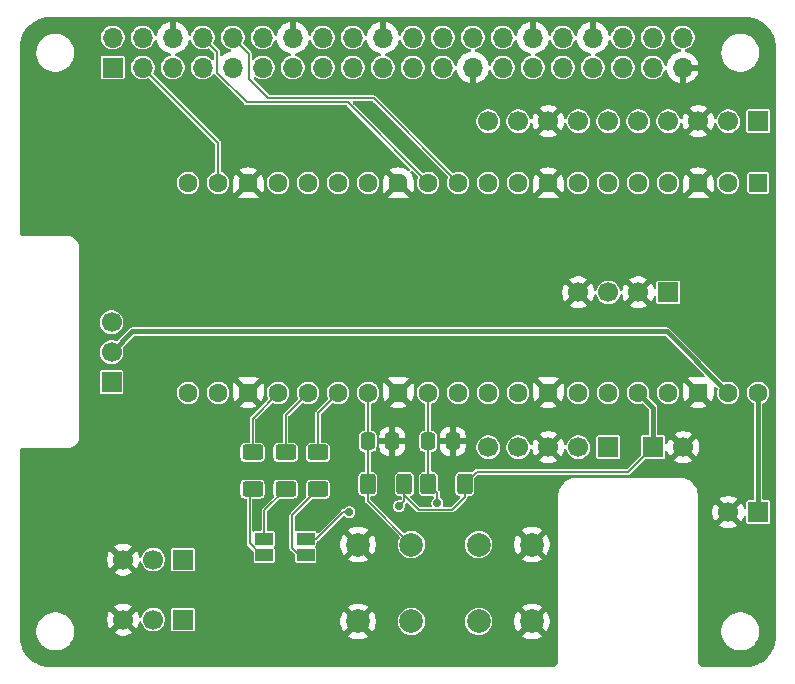
<source format=gtl>
G04 #@! TF.GenerationSoftware,KiCad,Pcbnew,9.0.2-1.fc42*
G04 #@! TF.CreationDate,2025-05-23T23:50:23-05:00*
G04 #@! TF.ProjectId,pico_driver,7069636f-5f64-4726-9976-65722e6b6963,rev?*
G04 #@! TF.SameCoordinates,Original*
G04 #@! TF.FileFunction,Copper,L1,Top*
G04 #@! TF.FilePolarity,Positive*
%FSLAX46Y46*%
G04 Gerber Fmt 4.6, Leading zero omitted, Abs format (unit mm)*
G04 Created by KiCad (PCBNEW 9.0.2-1.fc42) date 2025-05-23 23:50:23*
%MOMM*%
%LPD*%
G01*
G04 APERTURE LIST*
G04 Aperture macros list*
%AMRoundRect*
0 Rectangle with rounded corners*
0 $1 Rounding radius*
0 $2 $3 $4 $5 $6 $7 $8 $9 X,Y pos of 4 corners*
0 Add a 4 corners polygon primitive as box body*
4,1,4,$2,$3,$4,$5,$6,$7,$8,$9,$2,$3,0*
0 Add four circle primitives for the rounded corners*
1,1,$1+$1,$2,$3*
1,1,$1+$1,$4,$5*
1,1,$1+$1,$6,$7*
1,1,$1+$1,$8,$9*
0 Add four rect primitives between the rounded corners*
20,1,$1+$1,$2,$3,$4,$5,0*
20,1,$1+$1,$4,$5,$6,$7,0*
20,1,$1+$1,$6,$7,$8,$9,0*
20,1,$1+$1,$8,$9,$2,$3,0*%
%AMFreePoly0*
4,1,37,0.603843,0.796157,0.639018,0.796157,0.711114,0.766294,0.766294,0.711114,0.796157,0.639018,0.796157,0.603843,0.800000,0.600000,0.800000,-0.600000,0.796157,-0.603843,0.796157,-0.639018,0.766294,-0.711114,0.711114,-0.766294,0.639018,-0.796157,0.603843,-0.796157,0.600000,-0.800000,0.000000,-0.800000,0.000000,-0.796148,-0.078414,-0.796148,-0.232228,-0.765552,-0.377117,-0.705537,
-0.507515,-0.618408,-0.618408,-0.507515,-0.705537,-0.377117,-0.765552,-0.232228,-0.796148,-0.078414,-0.796148,0.078414,-0.765552,0.232228,-0.705537,0.377117,-0.618408,0.507515,-0.507515,0.618408,-0.377117,0.705537,-0.232228,0.765552,-0.078414,0.796148,0.000000,0.796148,0.000000,0.800000,0.600000,0.800000,0.603843,0.796157,0.603843,0.796157,$1*%
%AMFreePoly1*
4,1,37,0.000000,0.796148,0.078414,0.796148,0.232228,0.765552,0.377117,0.705537,0.507515,0.618408,0.618408,0.507515,0.705537,0.377117,0.765552,0.232228,0.796148,0.078414,0.796148,-0.078414,0.765552,-0.232228,0.705537,-0.377117,0.618408,-0.507515,0.507515,-0.618408,0.377117,-0.705537,0.232228,-0.765552,0.078414,-0.796148,0.000000,-0.796148,0.000000,-0.800000,-0.600000,-0.800000,
-0.603843,-0.796157,-0.639018,-0.796157,-0.711114,-0.766294,-0.766294,-0.711114,-0.796157,-0.639018,-0.796157,-0.603843,-0.800000,-0.600000,-0.800000,0.600000,-0.796157,0.603843,-0.796157,0.639018,-0.766294,0.711114,-0.711114,0.766294,-0.639018,0.796157,-0.603843,0.796157,-0.600000,0.800000,0.000000,0.800000,0.000000,0.796148,0.000000,0.796148,$1*%
G04 Aperture macros list end*
G04 #@! TA.AperFunction,ComponentPad*
%ADD10R,1.700000X1.700000*%
G04 #@! TD*
G04 #@! TA.AperFunction,ComponentPad*
%ADD11C,1.700000*%
G04 #@! TD*
G04 #@! TA.AperFunction,SMDPad,CuDef*
%ADD12RoundRect,0.250000X0.625000X-0.400000X0.625000X0.400000X-0.625000X0.400000X-0.625000X-0.400000X0*%
G04 #@! TD*
G04 #@! TA.AperFunction,ComponentPad*
%ADD13RoundRect,0.200000X-0.600000X0.600000X-0.600000X-0.600000X0.600000X-0.600000X0.600000X0.600000X0*%
G04 #@! TD*
G04 #@! TA.AperFunction,ComponentPad*
%ADD14C,1.600000*%
G04 #@! TD*
G04 #@! TA.AperFunction,ComponentPad*
%ADD15FreePoly0,270.000000*%
G04 #@! TD*
G04 #@! TA.AperFunction,ComponentPad*
%ADD16FreePoly1,270.000000*%
G04 #@! TD*
G04 #@! TA.AperFunction,SMDPad,CuDef*
%ADD17RoundRect,0.250000X-0.400000X-0.625000X0.400000X-0.625000X0.400000X0.625000X-0.400000X0.625000X0*%
G04 #@! TD*
G04 #@! TA.AperFunction,SMDPad,CuDef*
%ADD18RoundRect,0.250000X-0.337500X-0.475000X0.337500X-0.475000X0.337500X0.475000X-0.337500X0.475000X0*%
G04 #@! TD*
G04 #@! TA.AperFunction,ComponentPad*
%ADD19C,2.000000*%
G04 #@! TD*
G04 #@! TA.AperFunction,SMDPad,CuDef*
%ADD20R,1.500000X1.000000*%
G04 #@! TD*
G04 #@! TA.AperFunction,ComponentPad*
%ADD21O,1.700000X1.700000*%
G04 #@! TD*
G04 #@! TA.AperFunction,ViaPad*
%ADD22C,0.700000*%
G04 #@! TD*
G04 #@! TA.AperFunction,Conductor*
%ADD23C,0.150000*%
G04 #@! TD*
G04 #@! TA.AperFunction,Conductor*
%ADD24C,0.200000*%
G04 #@! TD*
G04 #@! TA.AperFunction,Conductor*
%ADD25C,0.400000*%
G04 #@! TD*
G04 APERTURE END LIST*
D10*
X114320000Y-90420000D03*
D11*
X111780000Y-90420000D03*
X109240000Y-90420000D03*
D10*
X108275000Y-75400000D03*
D11*
X108275000Y-72860000D03*
X108275000Y-70320000D03*
D12*
X125750000Y-84450000D03*
X125750000Y-81350000D03*
D10*
X155400000Y-67800000D03*
D11*
X152860000Y-67800000D03*
X150320000Y-67800000D03*
X147780000Y-67800000D03*
D12*
X123000000Y-84450000D03*
X123000000Y-81350000D03*
D13*
X163020000Y-58520000D03*
D14*
X160480000Y-58520000D03*
D15*
X157940000Y-58520000D03*
D14*
X155400000Y-58520000D03*
X152860000Y-58520000D03*
X150320000Y-58520000D03*
X147780000Y-58520000D03*
D15*
X145240000Y-58520000D03*
D14*
X142700000Y-58520000D03*
X140160000Y-58520000D03*
X137620000Y-58520000D03*
X135080000Y-58520000D03*
D15*
X132540000Y-58520000D03*
D14*
X130000000Y-58520000D03*
X127460000Y-58520000D03*
X124920000Y-58520000D03*
X122380000Y-58520000D03*
D15*
X119840000Y-58520000D03*
D14*
X117300000Y-58520000D03*
X114760000Y-58520000D03*
X114760000Y-76300000D03*
X117300000Y-76300000D03*
D16*
X119840000Y-76300000D03*
D14*
X122380000Y-76300000D03*
X124920000Y-76300000D03*
X127460000Y-76300000D03*
X130000000Y-76300000D03*
D16*
X132540000Y-76300000D03*
D14*
X135080000Y-76300000D03*
X137620000Y-76300000D03*
X140160000Y-76300000D03*
X142700000Y-76300000D03*
D16*
X145240000Y-76300000D03*
D14*
X147780000Y-76300000D03*
X150320000Y-76300000D03*
X152860000Y-76300000D03*
X155400000Y-76300000D03*
D16*
X157940000Y-76300000D03*
D14*
X160480000Y-76300000D03*
X163020000Y-76300000D03*
D12*
X120200000Y-84450000D03*
X120200000Y-81350000D03*
D17*
X129962500Y-84000000D03*
X133062500Y-84000000D03*
D10*
X114320000Y-95500000D03*
D11*
X111780000Y-95500000D03*
X109240000Y-95500000D03*
D17*
X135075000Y-84000000D03*
X138175000Y-84000000D03*
D18*
X129962500Y-80400000D03*
X132037500Y-80400000D03*
D10*
X154125000Y-80900000D03*
D11*
X156665000Y-80900000D03*
D19*
X143850000Y-89150000D03*
X143850000Y-95650000D03*
X139350000Y-89150000D03*
X139350000Y-95650000D03*
D10*
X150320000Y-80900000D03*
D11*
X147780000Y-80900000D03*
X145240000Y-80900000D03*
X142700000Y-80900000D03*
X140160000Y-80900000D03*
D10*
X163020000Y-86400000D03*
D11*
X160480000Y-86400000D03*
D19*
X129150000Y-95650000D03*
X129150000Y-89150000D03*
X133650000Y-95650000D03*
X133650000Y-89150000D03*
D20*
X121200000Y-88650000D03*
X121200000Y-90050000D03*
X124700000Y-90050000D03*
X124700000Y-88650000D03*
D10*
X163020000Y-53300000D03*
D11*
X160480000Y-53300000D03*
X157940000Y-53300000D03*
X155400000Y-53300000D03*
X152860000Y-53300000D03*
X150320000Y-53300000D03*
X147780000Y-53300000D03*
X145240000Y-53300000D03*
X142700000Y-53300000D03*
X140160000Y-53300000D03*
D18*
X135075000Y-80400000D03*
X137150000Y-80400000D03*
D10*
X108370000Y-48770000D03*
D21*
X108370000Y-46230000D03*
X110910000Y-48770000D03*
X110910000Y-46230000D03*
X113450000Y-48770000D03*
X113450000Y-46230000D03*
X115990000Y-48770000D03*
X115990000Y-46230000D03*
X118530000Y-48770000D03*
X118530000Y-46230000D03*
X121070000Y-48770000D03*
X121070000Y-46230000D03*
X123610000Y-48770000D03*
X123610000Y-46230000D03*
X126150000Y-48770000D03*
X126150000Y-46230000D03*
X128690000Y-48770000D03*
X128690000Y-46230000D03*
X131230000Y-48770000D03*
X131230000Y-46230000D03*
X133770000Y-48770000D03*
X133770000Y-46230000D03*
X136310000Y-48770000D03*
X136310000Y-46230000D03*
X138850000Y-48770000D03*
X138850000Y-46230000D03*
X141390000Y-48770000D03*
X141390000Y-46230000D03*
X143930000Y-48770000D03*
X143930000Y-46230000D03*
X146470000Y-48770000D03*
X146470000Y-46230000D03*
X149010000Y-48770000D03*
X149010000Y-46230000D03*
X151550000Y-48770000D03*
X151550000Y-46230000D03*
X154090000Y-48770000D03*
X154090000Y-46230000D03*
X156630000Y-48770000D03*
X156630000Y-46230000D03*
D22*
X128400000Y-86400000D03*
X132600000Y-85900000D03*
X135850000Y-85625000D03*
D23*
X125750000Y-78010000D02*
X127460000Y-76300000D01*
X125750000Y-81350000D02*
X125750000Y-78010000D01*
X123000000Y-78220000D02*
X124920000Y-76300000D01*
X123000000Y-81350000D02*
X123000000Y-78220000D01*
X120200000Y-78480000D02*
X122380000Y-76300000D01*
X120200000Y-81350000D02*
X120200000Y-78480000D01*
D24*
X117300000Y-58520000D02*
X117300000Y-55160000D01*
X117300000Y-55160000D02*
X110910000Y-48770000D01*
X130449000Y-51349000D02*
X121549000Y-51349000D01*
X119900000Y-49700000D02*
X119900000Y-47600000D01*
X137620000Y-58520000D02*
X130449000Y-51349000D01*
X119900000Y-47600000D02*
X118530000Y-46230000D01*
X121549000Y-51349000D02*
X119900000Y-49700000D01*
X135080000Y-58520000D02*
X128260000Y-51700000D01*
X117200000Y-47440000D02*
X115990000Y-46230000D01*
X117200000Y-49200000D02*
X117200000Y-47440000D01*
X128260000Y-51700000D02*
X119700000Y-51700000D01*
X119700000Y-51700000D02*
X117200000Y-49200000D01*
D23*
X124700000Y-90050000D02*
X124150000Y-90050000D01*
X123550000Y-89450000D02*
X123550000Y-86650000D01*
X123550000Y-86650000D02*
X125750000Y-84450000D01*
X124150000Y-90050000D02*
X123550000Y-89450000D01*
X121200000Y-86250000D02*
X123000000Y-84450000D01*
X121200000Y-88650000D02*
X121200000Y-86250000D01*
X119950000Y-89050000D02*
X119950000Y-84700000D01*
X120950000Y-90050000D02*
X119950000Y-89050000D01*
X121200000Y-90050000D02*
X120950000Y-90050000D01*
X119950000Y-84700000D02*
X120200000Y-84450000D01*
D25*
X163020000Y-86400000D02*
X163020000Y-76300000D01*
X110035000Y-71100000D02*
X155280000Y-71100000D01*
X155280000Y-71100000D02*
X160480000Y-76300000D01*
X108275000Y-72860000D02*
X110035000Y-71100000D01*
D23*
X138175000Y-85125000D02*
X138175000Y-84000000D01*
X133062500Y-84987500D02*
X133062500Y-84000000D01*
X134275000Y-86200000D02*
X137100000Y-86200000D01*
D25*
X154125000Y-77565000D02*
X152860000Y-76300000D01*
D23*
X132600000Y-85900000D02*
X133062500Y-85437500D01*
D25*
X154125000Y-80900000D02*
X154125000Y-77565000D01*
D24*
X138175000Y-84000000D02*
X139175000Y-83000000D01*
X139175000Y-83000000D02*
X152025000Y-83000000D01*
D23*
X133062500Y-85437500D02*
X133062500Y-84000000D01*
X125600000Y-88650000D02*
X127850000Y-86400000D01*
D24*
X152025000Y-83000000D02*
X154125000Y-80900000D01*
D23*
X137100000Y-86200000D02*
X138175000Y-85125000D01*
X133062500Y-84987500D02*
X134275000Y-86200000D01*
X127850000Y-86400000D02*
X128400000Y-86400000D01*
X124700000Y-88650000D02*
X125600000Y-88650000D01*
X129962500Y-85462500D02*
X129962500Y-84000000D01*
D24*
X130000000Y-80300000D02*
X130000000Y-76300000D01*
X129962500Y-84000000D02*
X129962500Y-80400000D01*
D23*
X133650000Y-89150000D02*
X129962500Y-85462500D01*
D24*
X129962500Y-80337500D02*
X130000000Y-80300000D01*
D23*
X129900000Y-84062500D02*
X129962500Y-84000000D01*
D24*
X129962500Y-80400000D02*
X129962500Y-80337500D01*
X135075000Y-80400000D02*
X135075000Y-76305000D01*
X135075000Y-84000000D02*
X135075000Y-80400000D01*
X135075000Y-76305000D02*
X135080000Y-76300000D01*
D23*
X135850000Y-84775000D02*
X135075000Y-84000000D01*
X135850000Y-85625000D02*
X135850000Y-84775000D01*
G04 #@! TA.AperFunction,Conductor*
G36*
X162003736Y-44500726D02*
G01*
X162293796Y-44518271D01*
X162308659Y-44520076D01*
X162590798Y-44571780D01*
X162605335Y-44575363D01*
X162879172Y-44660695D01*
X162893163Y-44666000D01*
X163154743Y-44783727D01*
X163167989Y-44790680D01*
X163413465Y-44939075D01*
X163425776Y-44947573D01*
X163588909Y-45075379D01*
X163651573Y-45124473D01*
X163662781Y-45134403D01*
X163865596Y-45337218D01*
X163875526Y-45348426D01*
X163995481Y-45501538D01*
X164052422Y-45574217D01*
X164060926Y-45586537D01*
X164201633Y-45819295D01*
X164209316Y-45832004D01*
X164216275Y-45845263D01*
X164333997Y-46106831D01*
X164339306Y-46120832D01*
X164424635Y-46394663D01*
X164428219Y-46409201D01*
X164479923Y-46691340D01*
X164481728Y-46706205D01*
X164499274Y-46996263D01*
X164499500Y-47003750D01*
X164499500Y-96996249D01*
X164499274Y-97003736D01*
X164481728Y-97293794D01*
X164479923Y-97308659D01*
X164428219Y-97590798D01*
X164424635Y-97605336D01*
X164339306Y-97879167D01*
X164333997Y-97893168D01*
X164216275Y-98154736D01*
X164209316Y-98167995D01*
X164060928Y-98413459D01*
X164052422Y-98425782D01*
X163875526Y-98651573D01*
X163865596Y-98662781D01*
X163662781Y-98865596D01*
X163651573Y-98875526D01*
X163425782Y-99052422D01*
X163413459Y-99060928D01*
X163167995Y-99209316D01*
X163154736Y-99216275D01*
X162893168Y-99333997D01*
X162879167Y-99339306D01*
X162605336Y-99424635D01*
X162590798Y-99428219D01*
X162308659Y-99479923D01*
X162293794Y-99481728D01*
X162003736Y-99499274D01*
X161996249Y-99499500D01*
X158406962Y-99499500D01*
X158393078Y-99498720D01*
X158380553Y-99497308D01*
X158302735Y-99488540D01*
X158275666Y-99482362D01*
X158196462Y-99454648D01*
X158171444Y-99442600D01*
X158100395Y-99397957D01*
X158078686Y-99380644D01*
X158019355Y-99321313D01*
X158002042Y-99299604D01*
X157957399Y-99228555D01*
X157945351Y-99203537D01*
X157917637Y-99124333D01*
X157911459Y-99097263D01*
X157910388Y-99087760D01*
X157901280Y-99006922D01*
X157900500Y-98993038D01*
X157900500Y-96374038D01*
X159899500Y-96374038D01*
X159899500Y-96625962D01*
X159904039Y-96654622D01*
X159938910Y-96874785D01*
X160016760Y-97114383D01*
X160095413Y-97268747D01*
X160115749Y-97308659D01*
X160131132Y-97338848D01*
X160279201Y-97542649D01*
X160279205Y-97542654D01*
X160457345Y-97720794D01*
X160457350Y-97720798D01*
X160635117Y-97849952D01*
X160661155Y-97868870D01*
X160804184Y-97941747D01*
X160885616Y-97983239D01*
X160885618Y-97983239D01*
X160885621Y-97983241D01*
X161125215Y-98061090D01*
X161374038Y-98100500D01*
X161374039Y-98100500D01*
X161625961Y-98100500D01*
X161625962Y-98100500D01*
X161874785Y-98061090D01*
X162114379Y-97983241D01*
X162338845Y-97868870D01*
X162542656Y-97720793D01*
X162720793Y-97542656D01*
X162868870Y-97338845D01*
X162983241Y-97114379D01*
X163061090Y-96874785D01*
X163100500Y-96625962D01*
X163100500Y-96374038D01*
X163061090Y-96125215D01*
X162983241Y-95885621D01*
X162983239Y-95885618D01*
X162983239Y-95885616D01*
X162935452Y-95791829D01*
X162868870Y-95661155D01*
X162823380Y-95598543D01*
X162720798Y-95457350D01*
X162720794Y-95457345D01*
X162542654Y-95279205D01*
X162542649Y-95279201D01*
X162338848Y-95131132D01*
X162338847Y-95131131D01*
X162338845Y-95131130D01*
X162227108Y-95074197D01*
X162114383Y-95016760D01*
X161874785Y-94938910D01*
X161625962Y-94899500D01*
X161374038Y-94899500D01*
X161249626Y-94919205D01*
X161125214Y-94938910D01*
X160885616Y-95016760D01*
X160661151Y-95131132D01*
X160457350Y-95279201D01*
X160457345Y-95279205D01*
X160279205Y-95457345D01*
X160279201Y-95457350D01*
X160131132Y-95661151D01*
X160016760Y-95885616D01*
X159938910Y-96125214D01*
X159936919Y-96137785D01*
X159899500Y-96374038D01*
X157900500Y-96374038D01*
X157900500Y-86293753D01*
X159130000Y-86293753D01*
X159130000Y-86506246D01*
X159163242Y-86716127D01*
X159163242Y-86716130D01*
X159228904Y-86918217D01*
X159325375Y-87107550D01*
X159364728Y-87161716D01*
X159997037Y-86529408D01*
X160014075Y-86592993D01*
X160079901Y-86707007D01*
X160172993Y-86800099D01*
X160287007Y-86865925D01*
X160350590Y-86882962D01*
X159718282Y-87515269D01*
X159718282Y-87515270D01*
X159772449Y-87554624D01*
X159961782Y-87651095D01*
X160163870Y-87716757D01*
X160373754Y-87750000D01*
X160586246Y-87750000D01*
X160796127Y-87716757D01*
X160796130Y-87716757D01*
X160998217Y-87651095D01*
X161187554Y-87554622D01*
X161241716Y-87515270D01*
X161241717Y-87515270D01*
X160609408Y-86882962D01*
X160672993Y-86865925D01*
X160787007Y-86800099D01*
X160880099Y-86707007D01*
X160945925Y-86592993D01*
X160962962Y-86529408D01*
X161595270Y-87161717D01*
X161595270Y-87161716D01*
X161634622Y-87107554D01*
X161731095Y-86918217D01*
X161777569Y-86775185D01*
X161817006Y-86717510D01*
X161881365Y-86690311D01*
X161950211Y-86702225D01*
X162001687Y-86749469D01*
X162019500Y-86813503D01*
X162019500Y-87264820D01*
X162019500Y-87264822D01*
X162019499Y-87264822D01*
X162028231Y-87308717D01*
X162028232Y-87308721D01*
X162028233Y-87308722D01*
X162061496Y-87358504D01*
X162111278Y-87391767D01*
X162111281Y-87391767D01*
X162111282Y-87391768D01*
X162155177Y-87400500D01*
X162155180Y-87400500D01*
X163884822Y-87400500D01*
X163928717Y-87391768D01*
X163928717Y-87391767D01*
X163928722Y-87391767D01*
X163978504Y-87358504D01*
X164011767Y-87308722D01*
X164020500Y-87264820D01*
X164020500Y-85535180D01*
X164020500Y-85535177D01*
X164011768Y-85491282D01*
X164011767Y-85491281D01*
X164011767Y-85491278D01*
X163978504Y-85441496D01*
X163964011Y-85431812D01*
X163928724Y-85408234D01*
X163928717Y-85408231D01*
X163884822Y-85399500D01*
X163884820Y-85399500D01*
X163494500Y-85399500D01*
X163427461Y-85379815D01*
X163381706Y-85327011D01*
X163370500Y-85275500D01*
X163370500Y-77266486D01*
X163390185Y-77199447D01*
X163442989Y-77153692D01*
X163447013Y-77151938D01*
X163470231Y-77142322D01*
X163625908Y-77038302D01*
X163758302Y-76905908D01*
X163862322Y-76750231D01*
X163933973Y-76577251D01*
X163970500Y-76393616D01*
X163970500Y-76206384D01*
X163933973Y-76022749D01*
X163862322Y-75849769D01*
X163862321Y-75849768D01*
X163862318Y-75849762D01*
X163758302Y-75694092D01*
X163758299Y-75694088D01*
X163625911Y-75561700D01*
X163625907Y-75561697D01*
X163470237Y-75457681D01*
X163470228Y-75457676D01*
X163297251Y-75386027D01*
X163297243Y-75386025D01*
X163113620Y-75349500D01*
X163113616Y-75349500D01*
X162926384Y-75349500D01*
X162926379Y-75349500D01*
X162742756Y-75386025D01*
X162742748Y-75386027D01*
X162569771Y-75457676D01*
X162569762Y-75457681D01*
X162414092Y-75561697D01*
X162414088Y-75561700D01*
X162281700Y-75694088D01*
X162281697Y-75694092D01*
X162177681Y-75849762D01*
X162177676Y-75849771D01*
X162106027Y-76022748D01*
X162106025Y-76022756D01*
X162069500Y-76206379D01*
X162069500Y-76393620D01*
X162106025Y-76577243D01*
X162106027Y-76577251D01*
X162177676Y-76750228D01*
X162177681Y-76750237D01*
X162281697Y-76905907D01*
X162281700Y-76905911D01*
X162414088Y-77038299D01*
X162414092Y-77038302D01*
X162569762Y-77142318D01*
X162569766Y-77142320D01*
X162569769Y-77142322D01*
X162592953Y-77151925D01*
X162647356Y-77195765D01*
X162669421Y-77262059D01*
X162669500Y-77266486D01*
X162669500Y-85275500D01*
X162649815Y-85342539D01*
X162597011Y-85388294D01*
X162545500Y-85399500D01*
X162155178Y-85399500D01*
X162111282Y-85408231D01*
X162111275Y-85408234D01*
X162061496Y-85441495D01*
X162061495Y-85441496D01*
X162028234Y-85491275D01*
X162028231Y-85491282D01*
X162019500Y-85535177D01*
X162019500Y-85986496D01*
X161999815Y-86053535D01*
X161947011Y-86099290D01*
X161877853Y-86109234D01*
X161814297Y-86080209D01*
X161777569Y-86024814D01*
X161731095Y-85881782D01*
X161634624Y-85692449D01*
X161595270Y-85638282D01*
X161595269Y-85638282D01*
X160962962Y-86270590D01*
X160945925Y-86207007D01*
X160880099Y-86092993D01*
X160787007Y-85999901D01*
X160672993Y-85934075D01*
X160609409Y-85917037D01*
X161241716Y-85284728D01*
X161187550Y-85245375D01*
X160998217Y-85148904D01*
X160796129Y-85083242D01*
X160586246Y-85050000D01*
X160373754Y-85050000D01*
X160163872Y-85083242D01*
X160163869Y-85083242D01*
X159961782Y-85148904D01*
X159772439Y-85245380D01*
X159718282Y-85284727D01*
X159718282Y-85284728D01*
X160350591Y-85917037D01*
X160287007Y-85934075D01*
X160172993Y-85999901D01*
X160079901Y-86092993D01*
X160014075Y-86207007D01*
X159997037Y-86270591D01*
X159364728Y-85638282D01*
X159364727Y-85638282D01*
X159325380Y-85692439D01*
X159228904Y-85881782D01*
X159163242Y-86083869D01*
X159163242Y-86083872D01*
X159130000Y-86293753D01*
X157900500Y-86293753D01*
X157900500Y-84892683D01*
X157900500Y-84892682D01*
X157869954Y-84680231D01*
X157809484Y-84474290D01*
X157809483Y-84474288D01*
X157809482Y-84474284D01*
X157720327Y-84279061D01*
X157720320Y-84279048D01*
X157687211Y-84227531D01*
X157604281Y-84098487D01*
X157534956Y-84018482D01*
X157463724Y-83936275D01*
X157301514Y-83795720D01*
X157301513Y-83795719D01*
X157186727Y-83721951D01*
X157120951Y-83679679D01*
X157120938Y-83679672D01*
X156925715Y-83590517D01*
X156719774Y-83530047D01*
X156719764Y-83530044D01*
X156528754Y-83502582D01*
X156507318Y-83499500D01*
X156465892Y-83499500D01*
X147665892Y-83499500D01*
X147600000Y-83499500D01*
X147492682Y-83499500D01*
X147280235Y-83530044D01*
X147280225Y-83530047D01*
X147074284Y-83590517D01*
X146879061Y-83679672D01*
X146879048Y-83679679D01*
X146698485Y-83795720D01*
X146536275Y-83936275D01*
X146395720Y-84098485D01*
X146279679Y-84279048D01*
X146279672Y-84279061D01*
X146190517Y-84474284D01*
X146130047Y-84680225D01*
X146130044Y-84680235D01*
X146099500Y-84892682D01*
X146099500Y-84934108D01*
X146099499Y-98993046D01*
X146098719Y-99006931D01*
X146088540Y-99097264D01*
X146082362Y-99124333D01*
X146054648Y-99203537D01*
X146042600Y-99228555D01*
X145997957Y-99299604D01*
X145980644Y-99321313D01*
X145921313Y-99380644D01*
X145899604Y-99397957D01*
X145828555Y-99442600D01*
X145803537Y-99454648D01*
X145724333Y-99482362D01*
X145697264Y-99488540D01*
X145617075Y-99497576D01*
X145606921Y-99498720D01*
X145593038Y-99499500D01*
X103003751Y-99499500D01*
X102996264Y-99499274D01*
X102706205Y-99481728D01*
X102691340Y-99479923D01*
X102409201Y-99428219D01*
X102394663Y-99424635D01*
X102120832Y-99339306D01*
X102106831Y-99333997D01*
X101845263Y-99216275D01*
X101832004Y-99209316D01*
X101646647Y-99097264D01*
X101586537Y-99060926D01*
X101574217Y-99052422D01*
X101507315Y-99000008D01*
X101348426Y-98875526D01*
X101337218Y-98865596D01*
X101134403Y-98662781D01*
X101124473Y-98651573D01*
X100947573Y-98425776D01*
X100939075Y-98413465D01*
X100790680Y-98167989D01*
X100783727Y-98154743D01*
X100666000Y-97893163D01*
X100660693Y-97879167D01*
X100657484Y-97868870D01*
X100575363Y-97605335D01*
X100571780Y-97590798D01*
X100520076Y-97308659D01*
X100518271Y-97293794D01*
X100500726Y-97003736D01*
X100500500Y-96996249D01*
X100500500Y-96374038D01*
X101899500Y-96374038D01*
X101899500Y-96625962D01*
X101904039Y-96654622D01*
X101938910Y-96874785D01*
X102016760Y-97114383D01*
X102095413Y-97268747D01*
X102115749Y-97308659D01*
X102131132Y-97338848D01*
X102279201Y-97542649D01*
X102279205Y-97542654D01*
X102457345Y-97720794D01*
X102457350Y-97720798D01*
X102635117Y-97849952D01*
X102661155Y-97868870D01*
X102804184Y-97941747D01*
X102885616Y-97983239D01*
X102885618Y-97983239D01*
X102885621Y-97983241D01*
X103125215Y-98061090D01*
X103374038Y-98100500D01*
X103374039Y-98100500D01*
X103625961Y-98100500D01*
X103625962Y-98100500D01*
X103874785Y-98061090D01*
X104114379Y-97983241D01*
X104338845Y-97868870D01*
X104542656Y-97720793D01*
X104720793Y-97542656D01*
X104868870Y-97338845D01*
X104983241Y-97114379D01*
X105061090Y-96874785D01*
X105100500Y-96625962D01*
X105100500Y-96374038D01*
X105061090Y-96125215D01*
X104983241Y-95885621D01*
X104983239Y-95885618D01*
X104983239Y-95885616D01*
X104935452Y-95791829D01*
X104868870Y-95661155D01*
X104858650Y-95647089D01*
X104724007Y-95461766D01*
X104720796Y-95457347D01*
X104657202Y-95393753D01*
X107890000Y-95393753D01*
X107890000Y-95606246D01*
X107923242Y-95816127D01*
X107923242Y-95816130D01*
X107988904Y-96018217D01*
X108085375Y-96207550D01*
X108124728Y-96261716D01*
X108757037Y-95629408D01*
X108774075Y-95692993D01*
X108839901Y-95807007D01*
X108932993Y-95900099D01*
X109047007Y-95965925D01*
X109110590Y-95982962D01*
X108478282Y-96615269D01*
X108478282Y-96615270D01*
X108532449Y-96654624D01*
X108721782Y-96751095D01*
X108923870Y-96816757D01*
X109133754Y-96850000D01*
X109346246Y-96850000D01*
X109556127Y-96816757D01*
X109556130Y-96816757D01*
X109758217Y-96751095D01*
X109829227Y-96714914D01*
X109947554Y-96654622D01*
X110001716Y-96615270D01*
X110001717Y-96615270D01*
X109369408Y-95982962D01*
X109432993Y-95965925D01*
X109547007Y-95900099D01*
X109640099Y-95807007D01*
X109705925Y-95692993D01*
X109722962Y-95629409D01*
X110355270Y-96261717D01*
X110355270Y-96261716D01*
X110394622Y-96207554D01*
X110491095Y-96018217D01*
X110556755Y-95816134D01*
X110566056Y-95757412D01*
X110595985Y-95694277D01*
X110655296Y-95657346D01*
X110725159Y-95658342D01*
X110783392Y-95696952D01*
X110810147Y-95752616D01*
X110817947Y-95791830D01*
X110817950Y-95791839D01*
X110893364Y-95973907D01*
X110893371Y-95973920D01*
X111002860Y-96137781D01*
X111002863Y-96137785D01*
X111142214Y-96277136D01*
X111142218Y-96277139D01*
X111306079Y-96386628D01*
X111306092Y-96386635D01*
X111488160Y-96462049D01*
X111488165Y-96462051D01*
X111488169Y-96462051D01*
X111488170Y-96462052D01*
X111681456Y-96500500D01*
X111681459Y-96500500D01*
X111878543Y-96500500D01*
X112008582Y-96474632D01*
X112071835Y-96462051D01*
X112253914Y-96386632D01*
X112286555Y-96364822D01*
X113319499Y-96364822D01*
X113328231Y-96408717D01*
X113328234Y-96408724D01*
X113361495Y-96458503D01*
X113361496Y-96458504D01*
X113411278Y-96491767D01*
X113411281Y-96491767D01*
X113411282Y-96491768D01*
X113455177Y-96500500D01*
X113455180Y-96500500D01*
X115184822Y-96500500D01*
X115228717Y-96491768D01*
X115228717Y-96491767D01*
X115228722Y-96491767D01*
X115278504Y-96458504D01*
X115311767Y-96408722D01*
X115316162Y-96386628D01*
X115320500Y-96364822D01*
X115320500Y-95531947D01*
X127650000Y-95531947D01*
X127650000Y-95768052D01*
X127686934Y-96001247D01*
X127759897Y-96225802D01*
X127867087Y-96436174D01*
X127927338Y-96519104D01*
X127927340Y-96519105D01*
X128626212Y-95820233D01*
X128637482Y-95862292D01*
X128709890Y-95987708D01*
X128812292Y-96090110D01*
X128937708Y-96162518D01*
X128979765Y-96173787D01*
X128280893Y-96872658D01*
X128363828Y-96932914D01*
X128574197Y-97040102D01*
X128798752Y-97113065D01*
X128798751Y-97113065D01*
X129031948Y-97150000D01*
X129268052Y-97150000D01*
X129501247Y-97113065D01*
X129725802Y-97040102D01*
X129936163Y-96932918D01*
X129936169Y-96932914D01*
X130019104Y-96872658D01*
X130019105Y-96872658D01*
X129320233Y-96173787D01*
X129362292Y-96162518D01*
X129487708Y-96090110D01*
X129590110Y-95987708D01*
X129662518Y-95862292D01*
X129673787Y-95820234D01*
X130372658Y-96519105D01*
X130372658Y-96519104D01*
X130432914Y-96436169D01*
X130432918Y-96436163D01*
X130540102Y-96225802D01*
X130613065Y-96001247D01*
X130650000Y-95768052D01*
X130650000Y-95559448D01*
X132499500Y-95559448D01*
X132499500Y-95740551D01*
X132527829Y-95919410D01*
X132583787Y-96091636D01*
X132583788Y-96091639D01*
X132666006Y-96252997D01*
X132772441Y-96399494D01*
X132772445Y-96399499D01*
X132900500Y-96527554D01*
X132900505Y-96527558D01*
X133021230Y-96615269D01*
X133047006Y-96633996D01*
X133152484Y-96687740D01*
X133208360Y-96716211D01*
X133208363Y-96716212D01*
X133294476Y-96744191D01*
X133380591Y-96772171D01*
X133463429Y-96785291D01*
X133559449Y-96800500D01*
X133559454Y-96800500D01*
X133740551Y-96800500D01*
X133827259Y-96786765D01*
X133919409Y-96772171D01*
X134091639Y-96716211D01*
X134252994Y-96633996D01*
X134399501Y-96527553D01*
X134527553Y-96399501D01*
X134633996Y-96252994D01*
X134716211Y-96091639D01*
X134772171Y-95919409D01*
X134792377Y-95791835D01*
X134800500Y-95740551D01*
X134800500Y-95559448D01*
X138199500Y-95559448D01*
X138199500Y-95740551D01*
X138227829Y-95919410D01*
X138283787Y-96091636D01*
X138283788Y-96091639D01*
X138366006Y-96252997D01*
X138472441Y-96399494D01*
X138472445Y-96399499D01*
X138600500Y-96527554D01*
X138600505Y-96527558D01*
X138721230Y-96615269D01*
X138747006Y-96633996D01*
X138852484Y-96687740D01*
X138908360Y-96716211D01*
X138908363Y-96716212D01*
X138994476Y-96744191D01*
X139080591Y-96772171D01*
X139163429Y-96785291D01*
X139259449Y-96800500D01*
X139259454Y-96800500D01*
X139440551Y-96800500D01*
X139527259Y-96786765D01*
X139619409Y-96772171D01*
X139791639Y-96716211D01*
X139794183Y-96714915D01*
X139794185Y-96714914D01*
X139818034Y-96702761D01*
X139952994Y-96633996D01*
X140099501Y-96527553D01*
X140227553Y-96399501D01*
X140333996Y-96252994D01*
X140416211Y-96091639D01*
X140472171Y-95919409D01*
X140492377Y-95791835D01*
X140500500Y-95740551D01*
X140500500Y-95559447D01*
X140498445Y-95546472D01*
X140496144Y-95531947D01*
X142350000Y-95531947D01*
X142350000Y-95768052D01*
X142386934Y-96001247D01*
X142459897Y-96225802D01*
X142567087Y-96436174D01*
X142627338Y-96519104D01*
X142627340Y-96519105D01*
X143326212Y-95820233D01*
X143337482Y-95862292D01*
X143409890Y-95987708D01*
X143512292Y-96090110D01*
X143637708Y-96162518D01*
X143679765Y-96173787D01*
X142980893Y-96872658D01*
X143063828Y-96932914D01*
X143274197Y-97040102D01*
X143498752Y-97113065D01*
X143498751Y-97113065D01*
X143731948Y-97150000D01*
X143968052Y-97150000D01*
X144201247Y-97113065D01*
X144425802Y-97040102D01*
X144636163Y-96932918D01*
X144636169Y-96932914D01*
X144719104Y-96872658D01*
X144719105Y-96872658D01*
X144020233Y-96173787D01*
X144062292Y-96162518D01*
X144187708Y-96090110D01*
X144290110Y-95987708D01*
X144362518Y-95862292D01*
X144373787Y-95820234D01*
X145072658Y-96519105D01*
X145072658Y-96519104D01*
X145132914Y-96436169D01*
X145132918Y-96436163D01*
X145240102Y-96225802D01*
X145313065Y-96001247D01*
X145350000Y-95768052D01*
X145350000Y-95531947D01*
X145313065Y-95298752D01*
X145240102Y-95074197D01*
X145132914Y-94863828D01*
X145072658Y-94780894D01*
X145072658Y-94780893D01*
X144373787Y-95479765D01*
X144362518Y-95437708D01*
X144290110Y-95312292D01*
X144187708Y-95209890D01*
X144062292Y-95137482D01*
X144020234Y-95126212D01*
X144719105Y-94427340D01*
X144719104Y-94427338D01*
X144636174Y-94367087D01*
X144425802Y-94259897D01*
X144201247Y-94186934D01*
X144201248Y-94186934D01*
X143968052Y-94150000D01*
X143731948Y-94150000D01*
X143498752Y-94186934D01*
X143274197Y-94259897D01*
X143063830Y-94367084D01*
X142980894Y-94427340D01*
X143679766Y-95126212D01*
X143637708Y-95137482D01*
X143512292Y-95209890D01*
X143409890Y-95312292D01*
X143337482Y-95437708D01*
X143326212Y-95479766D01*
X142627340Y-94780894D01*
X142567084Y-94863830D01*
X142459897Y-95074197D01*
X142386934Y-95298752D01*
X142350000Y-95531947D01*
X140496144Y-95531947D01*
X140475476Y-95401459D01*
X140472171Y-95380591D01*
X140416211Y-95208361D01*
X140416211Y-95208360D01*
X140387740Y-95152484D01*
X140333996Y-95047006D01*
X140286608Y-94981782D01*
X140227558Y-94900505D01*
X140227554Y-94900500D01*
X140099499Y-94772445D01*
X140099494Y-94772441D01*
X139952997Y-94666006D01*
X139952996Y-94666005D01*
X139952994Y-94666004D01*
X139794181Y-94585084D01*
X139794179Y-94585082D01*
X139791645Y-94583791D01*
X139791636Y-94583787D01*
X139619410Y-94527829D01*
X139440551Y-94499500D01*
X139440546Y-94499500D01*
X139259454Y-94499500D01*
X139259449Y-94499500D01*
X139080589Y-94527829D01*
X138908363Y-94583787D01*
X138908360Y-94583788D01*
X138747002Y-94666006D01*
X138600505Y-94772441D01*
X138600500Y-94772445D01*
X138472445Y-94900500D01*
X138472441Y-94900505D01*
X138366006Y-95047002D01*
X138283788Y-95208360D01*
X138283787Y-95208363D01*
X138227829Y-95380589D01*
X138199500Y-95559448D01*
X134800500Y-95559448D01*
X134781217Y-95437708D01*
X134772171Y-95380591D01*
X134716211Y-95208361D01*
X134716211Y-95208360D01*
X134687740Y-95152484D01*
X134633996Y-95047006D01*
X134586608Y-94981782D01*
X134527558Y-94900505D01*
X134527554Y-94900500D01*
X134399499Y-94772445D01*
X134399494Y-94772441D01*
X134252997Y-94666006D01*
X134252996Y-94666005D01*
X134252994Y-94666004D01*
X134149697Y-94613371D01*
X134091639Y-94583788D01*
X134091636Y-94583787D01*
X133919410Y-94527829D01*
X133740551Y-94499500D01*
X133740546Y-94499500D01*
X133559454Y-94499500D01*
X133559449Y-94499500D01*
X133380589Y-94527829D01*
X133208363Y-94583787D01*
X133208360Y-94583788D01*
X133047002Y-94666006D01*
X132900505Y-94772441D01*
X132900500Y-94772445D01*
X132772445Y-94900500D01*
X132772441Y-94900505D01*
X132666006Y-95047002D01*
X132583788Y-95208360D01*
X132583787Y-95208363D01*
X132527829Y-95380589D01*
X132499500Y-95559448D01*
X130650000Y-95559448D01*
X130650000Y-95531947D01*
X130613065Y-95298752D01*
X130540102Y-95074197D01*
X130432914Y-94863828D01*
X130372658Y-94780894D01*
X130372658Y-94780893D01*
X129673787Y-95479765D01*
X129662518Y-95437708D01*
X129590110Y-95312292D01*
X129487708Y-95209890D01*
X129362292Y-95137482D01*
X129320234Y-95126212D01*
X130019105Y-94427340D01*
X130019104Y-94427338D01*
X129936174Y-94367087D01*
X129725802Y-94259897D01*
X129501247Y-94186934D01*
X129501248Y-94186934D01*
X129268052Y-94150000D01*
X129031948Y-94150000D01*
X128798752Y-94186934D01*
X128574197Y-94259897D01*
X128363830Y-94367084D01*
X128280894Y-94427340D01*
X128979766Y-95126212D01*
X128937708Y-95137482D01*
X128812292Y-95209890D01*
X128709890Y-95312292D01*
X128637482Y-95437708D01*
X128626212Y-95479766D01*
X127927340Y-94780894D01*
X127867084Y-94863830D01*
X127759897Y-95074197D01*
X127686934Y-95298752D01*
X127650000Y-95531947D01*
X115320500Y-95531947D01*
X115320500Y-94635177D01*
X115311768Y-94591282D01*
X115311767Y-94591281D01*
X115311767Y-94591278D01*
X115278504Y-94541496D01*
X115273197Y-94537950D01*
X115228724Y-94508234D01*
X115228717Y-94508231D01*
X115184822Y-94499500D01*
X115184820Y-94499500D01*
X113455180Y-94499500D01*
X113455178Y-94499500D01*
X113411282Y-94508231D01*
X113411275Y-94508234D01*
X113361496Y-94541495D01*
X113361495Y-94541496D01*
X113328234Y-94591275D01*
X113328231Y-94591282D01*
X113319500Y-94635177D01*
X113319500Y-94635180D01*
X113319500Y-96364820D01*
X113319500Y-96364822D01*
X113319499Y-96364822D01*
X112286555Y-96364822D01*
X112417782Y-96277139D01*
X112557139Y-96137782D01*
X112666632Y-95973914D01*
X112742051Y-95791835D01*
X112770264Y-95649999D01*
X112780500Y-95598543D01*
X112780500Y-95401456D01*
X112742052Y-95208170D01*
X112742051Y-95208167D01*
X112742051Y-95208165D01*
X112731986Y-95183865D01*
X112666635Y-95026092D01*
X112666628Y-95026079D01*
X112557139Y-94862218D01*
X112557136Y-94862214D01*
X112417785Y-94722863D01*
X112417782Y-94722861D01*
X112253920Y-94613371D01*
X112253907Y-94613364D01*
X112071839Y-94537950D01*
X112071829Y-94537947D01*
X111878543Y-94499500D01*
X111878541Y-94499500D01*
X111681459Y-94499500D01*
X111681457Y-94499500D01*
X111488170Y-94537947D01*
X111488160Y-94537950D01*
X111306092Y-94613364D01*
X111306079Y-94613371D01*
X111142218Y-94722860D01*
X111142214Y-94722863D01*
X111002863Y-94862214D01*
X111002860Y-94862218D01*
X110893371Y-95026079D01*
X110893364Y-95026092D01*
X110817950Y-95208160D01*
X110817948Y-95208167D01*
X110810147Y-95247384D01*
X110777761Y-95309294D01*
X110717044Y-95343867D01*
X110647275Y-95340126D01*
X110590604Y-95299258D01*
X110566056Y-95242587D01*
X110556755Y-95183865D01*
X110491095Y-94981782D01*
X110394624Y-94792449D01*
X110355270Y-94738282D01*
X110355269Y-94738282D01*
X109722962Y-95370590D01*
X109705925Y-95307007D01*
X109640099Y-95192993D01*
X109547007Y-95099901D01*
X109432993Y-95034075D01*
X109369409Y-95017037D01*
X110001716Y-94384728D01*
X109947550Y-94345375D01*
X109758217Y-94248904D01*
X109556129Y-94183242D01*
X109346246Y-94150000D01*
X109133754Y-94150000D01*
X108923872Y-94183242D01*
X108923869Y-94183242D01*
X108721782Y-94248904D01*
X108532439Y-94345380D01*
X108478282Y-94384727D01*
X108478282Y-94384728D01*
X109110591Y-95017037D01*
X109047007Y-95034075D01*
X108932993Y-95099901D01*
X108839901Y-95192993D01*
X108774075Y-95307007D01*
X108757037Y-95370591D01*
X108124728Y-94738282D01*
X108124727Y-94738282D01*
X108085380Y-94792439D01*
X107988904Y-94981782D01*
X107923242Y-95183869D01*
X107923242Y-95183872D01*
X107890000Y-95393753D01*
X104657202Y-95393753D01*
X104542654Y-95279205D01*
X104542649Y-95279201D01*
X104338848Y-95131132D01*
X104338847Y-95131131D01*
X104338845Y-95131130D01*
X104227108Y-95074197D01*
X104114383Y-95016760D01*
X103874785Y-94938910D01*
X103625962Y-94899500D01*
X103374038Y-94899500D01*
X103249626Y-94919205D01*
X103125214Y-94938910D01*
X102885616Y-95016760D01*
X102661151Y-95131132D01*
X102457350Y-95279201D01*
X102457345Y-95279205D01*
X102279205Y-95457345D01*
X102279201Y-95457350D01*
X102131132Y-95661151D01*
X102016760Y-95885616D01*
X101938910Y-96125214D01*
X101936919Y-96137785D01*
X101899500Y-96374038D01*
X100500500Y-96374038D01*
X100500500Y-90313753D01*
X107890000Y-90313753D01*
X107890000Y-90526246D01*
X107923242Y-90736127D01*
X107923242Y-90736130D01*
X107988904Y-90938217D01*
X108085375Y-91127550D01*
X108124728Y-91181716D01*
X108757037Y-90549408D01*
X108774075Y-90612993D01*
X108839901Y-90727007D01*
X108932993Y-90820099D01*
X109047007Y-90885925D01*
X109110590Y-90902962D01*
X108478282Y-91535269D01*
X108478282Y-91535270D01*
X108532449Y-91574624D01*
X108721782Y-91671095D01*
X108923870Y-91736757D01*
X109133754Y-91770000D01*
X109346246Y-91770000D01*
X109556127Y-91736757D01*
X109556130Y-91736757D01*
X109758217Y-91671095D01*
X109947554Y-91574622D01*
X110001716Y-91535270D01*
X110001717Y-91535270D01*
X109369408Y-90902962D01*
X109432993Y-90885925D01*
X109547007Y-90820099D01*
X109640099Y-90727007D01*
X109705925Y-90612993D01*
X109722962Y-90549409D01*
X110355270Y-91181717D01*
X110355270Y-91181716D01*
X110394622Y-91127554D01*
X110491095Y-90938217D01*
X110556755Y-90736134D01*
X110566056Y-90677412D01*
X110595985Y-90614277D01*
X110655296Y-90577346D01*
X110725159Y-90578342D01*
X110783392Y-90616952D01*
X110810147Y-90672616D01*
X110817947Y-90711830D01*
X110817950Y-90711839D01*
X110893364Y-90893907D01*
X110893371Y-90893920D01*
X111002860Y-91057781D01*
X111002863Y-91057785D01*
X111142214Y-91197136D01*
X111142218Y-91197139D01*
X111306079Y-91306628D01*
X111306092Y-91306635D01*
X111488160Y-91382049D01*
X111488165Y-91382051D01*
X111488169Y-91382051D01*
X111488170Y-91382052D01*
X111681456Y-91420500D01*
X111681459Y-91420500D01*
X111878543Y-91420500D01*
X112008582Y-91394632D01*
X112071835Y-91382051D01*
X112253914Y-91306632D01*
X112286555Y-91284822D01*
X113319499Y-91284822D01*
X113328231Y-91328717D01*
X113328232Y-91328721D01*
X113328233Y-91328722D01*
X113361496Y-91378504D01*
X113411278Y-91411767D01*
X113411281Y-91411767D01*
X113411282Y-91411768D01*
X113455177Y-91420500D01*
X113455180Y-91420500D01*
X115184822Y-91420500D01*
X115228717Y-91411768D01*
X115228717Y-91411767D01*
X115228722Y-91411767D01*
X115278504Y-91378504D01*
X115311767Y-91328722D01*
X115320500Y-91284820D01*
X115320500Y-89555180D01*
X115320500Y-89555177D01*
X115311768Y-89511282D01*
X115311767Y-89511281D01*
X115311767Y-89511278D01*
X115278504Y-89461496D01*
X115273197Y-89457950D01*
X115228724Y-89428234D01*
X115228717Y-89428231D01*
X115184822Y-89419500D01*
X115184820Y-89419500D01*
X113455180Y-89419500D01*
X113455178Y-89419500D01*
X113411282Y-89428231D01*
X113411275Y-89428234D01*
X113361496Y-89461495D01*
X113361495Y-89461496D01*
X113328234Y-89511275D01*
X113328231Y-89511282D01*
X113319500Y-89555177D01*
X113319500Y-89555180D01*
X113319500Y-91284820D01*
X113319500Y-91284822D01*
X113319499Y-91284822D01*
X112286555Y-91284822D01*
X112417782Y-91197139D01*
X112557139Y-91057782D01*
X112666632Y-90893914D01*
X112742051Y-90711835D01*
X112771294Y-90564822D01*
X112780500Y-90518543D01*
X112780500Y-90321456D01*
X112742052Y-90128170D01*
X112742051Y-90128167D01*
X112742051Y-90128165D01*
X112717862Y-90069767D01*
X112666635Y-89946092D01*
X112666628Y-89946079D01*
X112557139Y-89782218D01*
X112557136Y-89782214D01*
X112417785Y-89642863D01*
X112417782Y-89642861D01*
X112253920Y-89533371D01*
X112253907Y-89533364D01*
X112071839Y-89457950D01*
X112071829Y-89457947D01*
X111878543Y-89419500D01*
X111878541Y-89419500D01*
X111681459Y-89419500D01*
X111681457Y-89419500D01*
X111488170Y-89457947D01*
X111488160Y-89457950D01*
X111306092Y-89533364D01*
X111306079Y-89533371D01*
X111142218Y-89642860D01*
X111142214Y-89642863D01*
X111002863Y-89782214D01*
X111002860Y-89782218D01*
X110893371Y-89946079D01*
X110893364Y-89946092D01*
X110817950Y-90128160D01*
X110817948Y-90128167D01*
X110810147Y-90167384D01*
X110777761Y-90229294D01*
X110717044Y-90263867D01*
X110647275Y-90260126D01*
X110590604Y-90219258D01*
X110566056Y-90162587D01*
X110556755Y-90103865D01*
X110491095Y-89901782D01*
X110394624Y-89712449D01*
X110355270Y-89658282D01*
X110355269Y-89658282D01*
X109722962Y-90290590D01*
X109705925Y-90227007D01*
X109640099Y-90112993D01*
X109547007Y-90019901D01*
X109432993Y-89954075D01*
X109369409Y-89937037D01*
X110001716Y-89304728D01*
X109947550Y-89265375D01*
X109758217Y-89168904D01*
X109556129Y-89103242D01*
X109346246Y-89070000D01*
X109133754Y-89070000D01*
X108923872Y-89103242D01*
X108923869Y-89103242D01*
X108721782Y-89168904D01*
X108532439Y-89265380D01*
X108478282Y-89304727D01*
X108478282Y-89304728D01*
X109110591Y-89937037D01*
X109047007Y-89954075D01*
X108932993Y-90019901D01*
X108839901Y-90112993D01*
X108774075Y-90227007D01*
X108757037Y-90290591D01*
X108124728Y-89658282D01*
X108124727Y-89658282D01*
X108085380Y-89712439D01*
X107988904Y-89901782D01*
X107923242Y-90103869D01*
X107923242Y-90103872D01*
X107890000Y-90313753D01*
X100500500Y-90313753D01*
X100500500Y-84018475D01*
X119174500Y-84018475D01*
X119174500Y-84881517D01*
X119176269Y-84892683D01*
X119189354Y-84975304D01*
X119246950Y-85088342D01*
X119246952Y-85088344D01*
X119246954Y-85088347D01*
X119336652Y-85178045D01*
X119336654Y-85178046D01*
X119336658Y-85178050D01*
X119427821Y-85224500D01*
X119449698Y-85235647D01*
X119543475Y-85250499D01*
X119543481Y-85250500D01*
X119600500Y-85250499D01*
X119667538Y-85270182D01*
X119713294Y-85322986D01*
X119724500Y-85374499D01*
X119724500Y-88995142D01*
X119724499Y-88995156D01*
X119724499Y-89094853D01*
X119724500Y-89094858D01*
X119748772Y-89153457D01*
X119758829Y-89177735D01*
X119758830Y-89177736D01*
X119822264Y-89241170D01*
X119822265Y-89241170D01*
X119839705Y-89258610D01*
X120263181Y-89682086D01*
X120296666Y-89743409D01*
X120299500Y-89769767D01*
X120299500Y-90564820D01*
X120299500Y-90564822D01*
X120299499Y-90564822D01*
X120308231Y-90608717D01*
X120308234Y-90608724D01*
X120313732Y-90616952D01*
X120341496Y-90658504D01*
X120391278Y-90691767D01*
X120391281Y-90691767D01*
X120391282Y-90691768D01*
X120435177Y-90700500D01*
X120435180Y-90700500D01*
X121964822Y-90700500D01*
X122008717Y-90691768D01*
X122008717Y-90691767D01*
X122008722Y-90691767D01*
X122058504Y-90658504D01*
X122091767Y-90608722D01*
X122097810Y-90578342D01*
X122100500Y-90564822D01*
X122100500Y-89535177D01*
X122091768Y-89491282D01*
X122091767Y-89491281D01*
X122091767Y-89491278D01*
X122058504Y-89441496D01*
X122054689Y-89437681D01*
X122021204Y-89376358D01*
X122026188Y-89306666D01*
X122054689Y-89262319D01*
X122058500Y-89258506D01*
X122058504Y-89258504D01*
X122091767Y-89208722D01*
X122100500Y-89164820D01*
X122100500Y-88135180D01*
X122100500Y-88135177D01*
X122091768Y-88091282D01*
X122091767Y-88091281D01*
X122091767Y-88091278D01*
X122058504Y-88041496D01*
X122038050Y-88027829D01*
X122008724Y-88008234D01*
X122008717Y-88008231D01*
X121964822Y-87999500D01*
X121964820Y-87999500D01*
X121549500Y-87999500D01*
X121482461Y-87979815D01*
X121436706Y-87927011D01*
X121425500Y-87875500D01*
X121425500Y-86605143D01*
X123324499Y-86605143D01*
X123324499Y-86709288D01*
X123324500Y-86709297D01*
X123324500Y-89405142D01*
X123324499Y-89405145D01*
X123324499Y-89494855D01*
X123338717Y-89529179D01*
X123344994Y-89544335D01*
X123344995Y-89544336D01*
X123358830Y-89577736D01*
X123439700Y-89658606D01*
X123439706Y-89658611D01*
X123763181Y-89982086D01*
X123796666Y-90043409D01*
X123799500Y-90069767D01*
X123799500Y-90564820D01*
X123799500Y-90564822D01*
X123799499Y-90564822D01*
X123808231Y-90608717D01*
X123808234Y-90608724D01*
X123813732Y-90616952D01*
X123841496Y-90658504D01*
X123891278Y-90691767D01*
X123891281Y-90691767D01*
X123891282Y-90691768D01*
X123935177Y-90700500D01*
X123935180Y-90700500D01*
X125464822Y-90700500D01*
X125508717Y-90691768D01*
X125508717Y-90691767D01*
X125508722Y-90691767D01*
X125558504Y-90658504D01*
X125591767Y-90608722D01*
X125597810Y-90578342D01*
X125600500Y-90564822D01*
X125600500Y-89535177D01*
X125591768Y-89491282D01*
X125591767Y-89491281D01*
X125591767Y-89491278D01*
X125558504Y-89441496D01*
X125554689Y-89437681D01*
X125521204Y-89376358D01*
X125526188Y-89306666D01*
X125554689Y-89262319D01*
X125558500Y-89258506D01*
X125558504Y-89258504D01*
X125591767Y-89208722D01*
X125600500Y-89164820D01*
X125600500Y-89031947D01*
X127650000Y-89031947D01*
X127650000Y-89268052D01*
X127686934Y-89501247D01*
X127759897Y-89725802D01*
X127867087Y-89936174D01*
X127927338Y-90019104D01*
X127927340Y-90019105D01*
X128626212Y-89320233D01*
X128637482Y-89362292D01*
X128709890Y-89487708D01*
X128812292Y-89590110D01*
X128937708Y-89662518D01*
X128979765Y-89673787D01*
X128280893Y-90372658D01*
X128363828Y-90432914D01*
X128574197Y-90540102D01*
X128798752Y-90613065D01*
X128798751Y-90613065D01*
X129031948Y-90650000D01*
X129268052Y-90650000D01*
X129501247Y-90613065D01*
X129725802Y-90540102D01*
X129936163Y-90432918D01*
X129936169Y-90432914D01*
X130019104Y-90372658D01*
X130019105Y-90372658D01*
X129320233Y-89673787D01*
X129362292Y-89662518D01*
X129487708Y-89590110D01*
X129590110Y-89487708D01*
X129662518Y-89362292D01*
X129673787Y-89320234D01*
X130372658Y-90019105D01*
X130372658Y-90019104D01*
X130432914Y-89936169D01*
X130432918Y-89936163D01*
X130540102Y-89725802D01*
X130613065Y-89501247D01*
X130650000Y-89268052D01*
X130650000Y-89031947D01*
X130613065Y-88798752D01*
X130540102Y-88574197D01*
X130432914Y-88363828D01*
X130372658Y-88280894D01*
X130372658Y-88280893D01*
X129673787Y-88979765D01*
X129662518Y-88937708D01*
X129590110Y-88812292D01*
X129487708Y-88709890D01*
X129362292Y-88637482D01*
X129320234Y-88626212D01*
X130019105Y-87927340D01*
X130019104Y-87927338D01*
X129936174Y-87867087D01*
X129725802Y-87759897D01*
X129501247Y-87686934D01*
X129501248Y-87686934D01*
X129268052Y-87650000D01*
X129031948Y-87650000D01*
X128798752Y-87686934D01*
X128574197Y-87759897D01*
X128363830Y-87867084D01*
X128280894Y-87927340D01*
X128979766Y-88626212D01*
X128937708Y-88637482D01*
X128812292Y-88709890D01*
X128709890Y-88812292D01*
X128637482Y-88937708D01*
X128626212Y-88979766D01*
X127927340Y-88280894D01*
X127867084Y-88363830D01*
X127759897Y-88574197D01*
X127686934Y-88798752D01*
X127650000Y-89031947D01*
X125600500Y-89031947D01*
X125600500Y-88976726D01*
X125620185Y-88909687D01*
X125672989Y-88863932D01*
X125677002Y-88862184D01*
X125703460Y-88851225D01*
X125727736Y-88841170D01*
X125791170Y-88777736D01*
X125791170Y-88777735D01*
X125808608Y-88760297D01*
X125808609Y-88760294D01*
X127842866Y-86726038D01*
X127904187Y-86692555D01*
X127973879Y-86697539D01*
X128018226Y-86726040D01*
X128092686Y-86800500D01*
X128206814Y-86866392D01*
X128334108Y-86900500D01*
X128334110Y-86900500D01*
X128465890Y-86900500D01*
X128465892Y-86900500D01*
X128593186Y-86866392D01*
X128707314Y-86800500D01*
X128800500Y-86707314D01*
X128866392Y-86593186D01*
X128900500Y-86465892D01*
X128900500Y-86334108D01*
X128866392Y-86206814D01*
X128865428Y-86205145D01*
X128839776Y-86160714D01*
X128800500Y-86092686D01*
X128707314Y-85999500D01*
X128614856Y-85946119D01*
X128593187Y-85933608D01*
X128529539Y-85916554D01*
X128465892Y-85899500D01*
X128334108Y-85899500D01*
X128206812Y-85933608D01*
X128092686Y-85999500D01*
X128092683Y-85999502D01*
X127999499Y-86092686D01*
X127988062Y-86112498D01*
X127937495Y-86160714D01*
X127880674Y-86174499D01*
X127805146Y-86174499D01*
X127805144Y-86174499D01*
X127805142Y-86174500D01*
X127756594Y-86194609D01*
X127722265Y-86208828D01*
X127690548Y-86240546D01*
X127658830Y-86272264D01*
X125795643Y-88135451D01*
X125734320Y-88168936D01*
X125664628Y-88163952D01*
X125608695Y-88122080D01*
X125593402Y-88095225D01*
X125591766Y-88091276D01*
X125558504Y-88041496D01*
X125558503Y-88041495D01*
X125508724Y-88008234D01*
X125508717Y-88008231D01*
X125464822Y-87999500D01*
X125464820Y-87999500D01*
X123935180Y-87999500D01*
X123935175Y-87999500D01*
X123923687Y-88001785D01*
X123854096Y-87995555D01*
X123798920Y-87952690D01*
X123775678Y-87886800D01*
X123775500Y-87880167D01*
X123775500Y-86794766D01*
X123795185Y-86727727D01*
X123811814Y-86707090D01*
X125232086Y-85286817D01*
X125293409Y-85253333D01*
X125319767Y-85250499D01*
X126406517Y-85250499D01*
X126406518Y-85250499D01*
X126500304Y-85235646D01*
X126613342Y-85178050D01*
X126703050Y-85088342D01*
X126760646Y-84975304D01*
X126760646Y-84975302D01*
X126760647Y-84975301D01*
X126775499Y-84881524D01*
X126775500Y-84881519D01*
X126775499Y-84018482D01*
X126760646Y-83924696D01*
X126703050Y-83811658D01*
X126703046Y-83811654D01*
X126703045Y-83811652D01*
X126613347Y-83721954D01*
X126613344Y-83721952D01*
X126613342Y-83721950D01*
X126530367Y-83679672D01*
X126500301Y-83664352D01*
X126406524Y-83649500D01*
X125093482Y-83649500D01*
X125012519Y-83662323D01*
X124999696Y-83664354D01*
X124886658Y-83721950D01*
X124886657Y-83721951D01*
X124886652Y-83721954D01*
X124796954Y-83811652D01*
X124796951Y-83811657D01*
X124739352Y-83924698D01*
X124724500Y-84018475D01*
X124724500Y-84881517D01*
X124735829Y-84953045D01*
X124739354Y-84975304D01*
X124749398Y-84995017D01*
X124754633Y-85005291D01*
X124767528Y-85073961D01*
X124741250Y-85138701D01*
X124731828Y-85149265D01*
X123422265Y-86458829D01*
X123358829Y-86522264D01*
X123348774Y-86546537D01*
X123348774Y-86546539D01*
X123338719Y-86570813D01*
X123324499Y-86605143D01*
X121425500Y-86605143D01*
X121425500Y-86394766D01*
X121445185Y-86327727D01*
X121461814Y-86307089D01*
X122482086Y-85286817D01*
X122543409Y-85253333D01*
X122569767Y-85250499D01*
X123656517Y-85250499D01*
X123656518Y-85250499D01*
X123750304Y-85235646D01*
X123863342Y-85178050D01*
X123953050Y-85088342D01*
X124010646Y-84975304D01*
X124010646Y-84975302D01*
X124010647Y-84975301D01*
X124025499Y-84881524D01*
X124025500Y-84881519D01*
X124025499Y-84018482D01*
X124010646Y-83924696D01*
X123953050Y-83811658D01*
X123953046Y-83811654D01*
X123953045Y-83811652D01*
X123863347Y-83721954D01*
X123863344Y-83721952D01*
X123863342Y-83721950D01*
X123780367Y-83679672D01*
X123750301Y-83664352D01*
X123656524Y-83649500D01*
X122343482Y-83649500D01*
X122262519Y-83662323D01*
X122249696Y-83664354D01*
X122136658Y-83721950D01*
X122136657Y-83721951D01*
X122136652Y-83721954D01*
X122046954Y-83811652D01*
X122046951Y-83811657D01*
X121989352Y-83924698D01*
X121974500Y-84018475D01*
X121974500Y-84881517D01*
X121985829Y-84953045D01*
X121989354Y-84975304D01*
X121999398Y-84995017D01*
X122004633Y-85005291D01*
X122017528Y-85073961D01*
X121991250Y-85138701D01*
X121981828Y-85149265D01*
X121512008Y-85619086D01*
X121072265Y-86058829D01*
X121072264Y-86058830D01*
X121050885Y-86080209D01*
X121008829Y-86122264D01*
X120999033Y-86145911D01*
X120999034Y-86145912D01*
X120974499Y-86205142D01*
X120974499Y-86309288D01*
X120974500Y-86309297D01*
X120974500Y-87875500D01*
X120954815Y-87942539D01*
X120902011Y-87988294D01*
X120850500Y-87999500D01*
X120435178Y-87999500D01*
X120391282Y-88008231D01*
X120391279Y-88008232D01*
X120368389Y-88023527D01*
X120301711Y-88044403D01*
X120234331Y-88025917D01*
X120187642Y-87973937D01*
X120175500Y-87920423D01*
X120175500Y-85374499D01*
X120195185Y-85307460D01*
X120247989Y-85261705D01*
X120299500Y-85250499D01*
X120856517Y-85250499D01*
X120856518Y-85250499D01*
X120950304Y-85235646D01*
X121063342Y-85178050D01*
X121153050Y-85088342D01*
X121210646Y-84975304D01*
X121210646Y-84975302D01*
X121210647Y-84975301D01*
X121225499Y-84881524D01*
X121225500Y-84881519D01*
X121225499Y-84018482D01*
X121210646Y-83924696D01*
X121153050Y-83811658D01*
X121153046Y-83811654D01*
X121153045Y-83811652D01*
X121063347Y-83721954D01*
X121063344Y-83721952D01*
X121063342Y-83721950D01*
X120980367Y-83679672D01*
X120950301Y-83664352D01*
X120856524Y-83649500D01*
X119543482Y-83649500D01*
X119462519Y-83662323D01*
X119449696Y-83664354D01*
X119336658Y-83721950D01*
X119336657Y-83721951D01*
X119336652Y-83721954D01*
X119246954Y-83811652D01*
X119246951Y-83811657D01*
X119189352Y-83924698D01*
X119174500Y-84018475D01*
X100500500Y-84018475D01*
X100500500Y-81124500D01*
X100520185Y-81057461D01*
X100572989Y-81011706D01*
X100624500Y-81000500D01*
X104587528Y-81000500D01*
X104587532Y-81000500D01*
X104759938Y-80970101D01*
X104901778Y-80918475D01*
X119174500Y-80918475D01*
X119174500Y-81781517D01*
X119185292Y-81849657D01*
X119189354Y-81875304D01*
X119246950Y-81988342D01*
X119246952Y-81988344D01*
X119246954Y-81988347D01*
X119336652Y-82078045D01*
X119336654Y-82078046D01*
X119336658Y-82078050D01*
X119449694Y-82135645D01*
X119449698Y-82135647D01*
X119543475Y-82150499D01*
X119543481Y-82150500D01*
X120856518Y-82150499D01*
X120950304Y-82135646D01*
X121063342Y-82078050D01*
X121153050Y-81988342D01*
X121210646Y-81875304D01*
X121210646Y-81875302D01*
X121210647Y-81875301D01*
X121225499Y-81781524D01*
X121225500Y-81781519D01*
X121225499Y-80918482D01*
X121225498Y-80918475D01*
X121974500Y-80918475D01*
X121974500Y-81781517D01*
X121985292Y-81849657D01*
X121989354Y-81875304D01*
X122046950Y-81988342D01*
X122046952Y-81988344D01*
X122046954Y-81988347D01*
X122136652Y-82078045D01*
X122136654Y-82078046D01*
X122136658Y-82078050D01*
X122249694Y-82135645D01*
X122249698Y-82135647D01*
X122343475Y-82150499D01*
X122343481Y-82150500D01*
X123656518Y-82150499D01*
X123750304Y-82135646D01*
X123863342Y-82078050D01*
X123953050Y-81988342D01*
X124010646Y-81875304D01*
X124010646Y-81875302D01*
X124010647Y-81875301D01*
X124025499Y-81781524D01*
X124025500Y-81781519D01*
X124025499Y-80918482D01*
X124025498Y-80918475D01*
X124724500Y-80918475D01*
X124724500Y-81781517D01*
X124735292Y-81849657D01*
X124739354Y-81875304D01*
X124796950Y-81988342D01*
X124796952Y-81988344D01*
X124796954Y-81988347D01*
X124886652Y-82078045D01*
X124886654Y-82078046D01*
X124886658Y-82078050D01*
X124999694Y-82135645D01*
X124999698Y-82135647D01*
X125093475Y-82150499D01*
X125093481Y-82150500D01*
X126406518Y-82150499D01*
X126500304Y-82135646D01*
X126613342Y-82078050D01*
X126703050Y-81988342D01*
X126760646Y-81875304D01*
X126760646Y-81875302D01*
X126760647Y-81875301D01*
X126775499Y-81781524D01*
X126775500Y-81781519D01*
X126775499Y-80918482D01*
X126760646Y-80824696D01*
X126703050Y-80711658D01*
X126703046Y-80711654D01*
X126703045Y-80711652D01*
X126613347Y-80621954D01*
X126613344Y-80621952D01*
X126613342Y-80621950D01*
X126535896Y-80582489D01*
X126500301Y-80564352D01*
X126406524Y-80549500D01*
X126406519Y-80549500D01*
X126099500Y-80549500D01*
X126032461Y-80529815D01*
X125986706Y-80477011D01*
X125975500Y-80425500D01*
X125975500Y-78154766D01*
X125995185Y-78087727D01*
X126011815Y-78067089D01*
X126899431Y-77179472D01*
X126960754Y-77145988D01*
X127030446Y-77150972D01*
X127034565Y-77152593D01*
X127182749Y-77213973D01*
X127328372Y-77242939D01*
X127366379Y-77250499D01*
X127366383Y-77250500D01*
X127366384Y-77250500D01*
X127553617Y-77250500D01*
X127553618Y-77250499D01*
X127737251Y-77213973D01*
X127910231Y-77142322D01*
X128065908Y-77038302D01*
X128198302Y-76905908D01*
X128302322Y-76750231D01*
X128373973Y-76577251D01*
X128410500Y-76393616D01*
X128410500Y-76206384D01*
X128410499Y-76206379D01*
X129049500Y-76206379D01*
X129049500Y-76393620D01*
X129086025Y-76577243D01*
X129086027Y-76577251D01*
X129157676Y-76750228D01*
X129157681Y-76750237D01*
X129261697Y-76905907D01*
X129261700Y-76905911D01*
X129394088Y-77038299D01*
X129394092Y-77038302D01*
X129549762Y-77142318D01*
X129549775Y-77142325D01*
X129577218Y-77153692D01*
X129672952Y-77193346D01*
X129727356Y-77237187D01*
X129749421Y-77303481D01*
X129749500Y-77307907D01*
X129749500Y-79400500D01*
X129729815Y-79467539D01*
X129677011Y-79513294D01*
X129625503Y-79524500D01*
X129593483Y-79524500D01*
X129514550Y-79537001D01*
X129499696Y-79539354D01*
X129386658Y-79596950D01*
X129386657Y-79596951D01*
X129386652Y-79596954D01*
X129296954Y-79686652D01*
X129296951Y-79686657D01*
X129239352Y-79799698D01*
X129224500Y-79893475D01*
X129224500Y-80906517D01*
X129233894Y-80965826D01*
X129239354Y-81000304D01*
X129296950Y-81113342D01*
X129296952Y-81113344D01*
X129296954Y-81113347D01*
X129386652Y-81203045D01*
X129386654Y-81203046D01*
X129386658Y-81203050D01*
X129499694Y-81260645D01*
X129499698Y-81260647D01*
X129593477Y-81275500D01*
X129597721Y-81275834D01*
X129663011Y-81300713D01*
X129704486Y-81356942D01*
X129712000Y-81399452D01*
X129712000Y-82850500D01*
X129692315Y-82917539D01*
X129639511Y-82963294D01*
X129588002Y-82974500D01*
X129530983Y-82974500D01*
X129452050Y-82987001D01*
X129437196Y-82989354D01*
X129324158Y-83046950D01*
X129324157Y-83046951D01*
X129324152Y-83046954D01*
X129234454Y-83136652D01*
X129234451Y-83136657D01*
X129176852Y-83249698D01*
X129162000Y-83343475D01*
X129162000Y-84656517D01*
X129172792Y-84724657D01*
X129176854Y-84750304D01*
X129234450Y-84863342D01*
X129234452Y-84863344D01*
X129234454Y-84863347D01*
X129324152Y-84953045D01*
X129324154Y-84953046D01*
X129324158Y-84953050D01*
X129428539Y-85006235D01*
X129437198Y-85010647D01*
X129530975Y-85025499D01*
X129530981Y-85025500D01*
X129613001Y-85025499D01*
X129680038Y-85045183D01*
X129725794Y-85097986D01*
X129737000Y-85149499D01*
X129737000Y-85417642D01*
X129736999Y-85417645D01*
X129736999Y-85507355D01*
X129760974Y-85565235D01*
X129766482Y-85578533D01*
X129766483Y-85578536D01*
X129771329Y-85590235D01*
X129771330Y-85590236D01*
X129834764Y-85653670D01*
X129834765Y-85653670D01*
X129852205Y-85671110D01*
X132623260Y-88442165D01*
X132656745Y-88503488D01*
X132651761Y-88573180D01*
X132646063Y-88586141D01*
X132583793Y-88708350D01*
X132583787Y-88708363D01*
X132527829Y-88880589D01*
X132499500Y-89059448D01*
X132499500Y-89240551D01*
X132527829Y-89419410D01*
X132583787Y-89591636D01*
X132583788Y-89591639D01*
X132617913Y-89658611D01*
X132661120Y-89743409D01*
X132666006Y-89752997D01*
X132772441Y-89899494D01*
X132772445Y-89899499D01*
X132900500Y-90027554D01*
X132900505Y-90027558D01*
X133018098Y-90112993D01*
X133047006Y-90133996D01*
X133152484Y-90187740D01*
X133208360Y-90216211D01*
X133208363Y-90216212D01*
X133294476Y-90244191D01*
X133380591Y-90272171D01*
X133463429Y-90285291D01*
X133559449Y-90300500D01*
X133559454Y-90300500D01*
X133740551Y-90300500D01*
X133827259Y-90286765D01*
X133919409Y-90272171D01*
X134091639Y-90216211D01*
X134252994Y-90133996D01*
X134399501Y-90027553D01*
X134527553Y-89899501D01*
X134633996Y-89752994D01*
X134716211Y-89591639D01*
X134772171Y-89419409D01*
X134790335Y-89304727D01*
X134800500Y-89240551D01*
X134800500Y-89059448D01*
X138199500Y-89059448D01*
X138199500Y-89240551D01*
X138227829Y-89419410D01*
X138283787Y-89591636D01*
X138283788Y-89591639D01*
X138317913Y-89658611D01*
X138361120Y-89743409D01*
X138366006Y-89752997D01*
X138472441Y-89899494D01*
X138472445Y-89899499D01*
X138600500Y-90027554D01*
X138600505Y-90027558D01*
X138718098Y-90112993D01*
X138747006Y-90133996D01*
X138852484Y-90187740D01*
X138908360Y-90216211D01*
X138908363Y-90216212D01*
X138994476Y-90244191D01*
X139080591Y-90272171D01*
X139163429Y-90285291D01*
X139259449Y-90300500D01*
X139259454Y-90300500D01*
X139440551Y-90300500D01*
X139527259Y-90286765D01*
X139619409Y-90272171D01*
X139791639Y-90216211D01*
X139794183Y-90214915D01*
X139794185Y-90214914D01*
X139818034Y-90202761D01*
X139952994Y-90133996D01*
X140099501Y-90027553D01*
X140227553Y-89899501D01*
X140333996Y-89752994D01*
X140416211Y-89591639D01*
X140472171Y-89419409D01*
X140490335Y-89304727D01*
X140500500Y-89240551D01*
X140500500Y-89059447D01*
X140498445Y-89046472D01*
X140496144Y-89031947D01*
X142350000Y-89031947D01*
X142350000Y-89268052D01*
X142386934Y-89501247D01*
X142459897Y-89725802D01*
X142567087Y-89936174D01*
X142627338Y-90019104D01*
X142627340Y-90019105D01*
X143326212Y-89320233D01*
X143337482Y-89362292D01*
X143409890Y-89487708D01*
X143512292Y-89590110D01*
X143637708Y-89662518D01*
X143679765Y-89673787D01*
X142980893Y-90372658D01*
X143063828Y-90432914D01*
X143274197Y-90540102D01*
X143498752Y-90613065D01*
X143498751Y-90613065D01*
X143731948Y-90650000D01*
X143968052Y-90650000D01*
X144201247Y-90613065D01*
X144425802Y-90540102D01*
X144636163Y-90432918D01*
X144636169Y-90432914D01*
X144719104Y-90372658D01*
X144719105Y-90372658D01*
X144020233Y-89673787D01*
X144062292Y-89662518D01*
X144187708Y-89590110D01*
X144290110Y-89487708D01*
X144362518Y-89362292D01*
X144373787Y-89320234D01*
X145072658Y-90019105D01*
X145072658Y-90019104D01*
X145132914Y-89936169D01*
X145132918Y-89936163D01*
X145240102Y-89725802D01*
X145313065Y-89501247D01*
X145350000Y-89268052D01*
X145350000Y-89031947D01*
X145313065Y-88798752D01*
X145240102Y-88574197D01*
X145132914Y-88363828D01*
X145072658Y-88280894D01*
X145072658Y-88280893D01*
X144373787Y-88979765D01*
X144362518Y-88937708D01*
X144290110Y-88812292D01*
X144187708Y-88709890D01*
X144062292Y-88637482D01*
X144020234Y-88626212D01*
X144719105Y-87927340D01*
X144719104Y-87927338D01*
X144636174Y-87867087D01*
X144425802Y-87759897D01*
X144201247Y-87686934D01*
X144201248Y-87686934D01*
X143968052Y-87650000D01*
X143731948Y-87650000D01*
X143498752Y-87686934D01*
X143274197Y-87759897D01*
X143063830Y-87867084D01*
X142980894Y-87927340D01*
X143679766Y-88626212D01*
X143637708Y-88637482D01*
X143512292Y-88709890D01*
X143409890Y-88812292D01*
X143337482Y-88937708D01*
X143326212Y-88979766D01*
X142627340Y-88280894D01*
X142567084Y-88363830D01*
X142459897Y-88574197D01*
X142386934Y-88798752D01*
X142350000Y-89031947D01*
X140496144Y-89031947D01*
X140476779Y-88909687D01*
X140472171Y-88880591D01*
X140416211Y-88708361D01*
X140416211Y-88708360D01*
X140380096Y-88637482D01*
X140333996Y-88547006D01*
X140307865Y-88511039D01*
X140227558Y-88400505D01*
X140227554Y-88400500D01*
X140099499Y-88272445D01*
X140099494Y-88272441D01*
X139952997Y-88166006D01*
X139952996Y-88166005D01*
X139952994Y-88166004D01*
X139845011Y-88110983D01*
X139794181Y-88085084D01*
X139794179Y-88085082D01*
X139791645Y-88083791D01*
X139791636Y-88083787D01*
X139619410Y-88027829D01*
X139440551Y-87999500D01*
X139440546Y-87999500D01*
X139259454Y-87999500D01*
X139259449Y-87999500D01*
X139080589Y-88027829D01*
X138908363Y-88083787D01*
X138908360Y-88083788D01*
X138747002Y-88166006D01*
X138600505Y-88272441D01*
X138600500Y-88272445D01*
X138472445Y-88400500D01*
X138472441Y-88400505D01*
X138366006Y-88547002D01*
X138283788Y-88708360D01*
X138283787Y-88708363D01*
X138227829Y-88880589D01*
X138199500Y-89059448D01*
X134800500Y-89059448D01*
X134776779Y-88909687D01*
X134772171Y-88880591D01*
X134716211Y-88708361D01*
X134716211Y-88708360D01*
X134680096Y-88637482D01*
X134633996Y-88547006D01*
X134607865Y-88511039D01*
X134527558Y-88400505D01*
X134527554Y-88400500D01*
X134399499Y-88272445D01*
X134399494Y-88272441D01*
X134252997Y-88166006D01*
X134252996Y-88166005D01*
X134252994Y-88166004D01*
X134166789Y-88122080D01*
X134091639Y-88083788D01*
X134091636Y-88083787D01*
X133919410Y-88027829D01*
X133740551Y-87999500D01*
X133740546Y-87999500D01*
X133559454Y-87999500D01*
X133559449Y-87999500D01*
X133380589Y-88027829D01*
X133208363Y-88083787D01*
X133208350Y-88083793D01*
X133086141Y-88146063D01*
X133017472Y-88158960D01*
X132952732Y-88132684D01*
X132942165Y-88123260D01*
X130653013Y-85834108D01*
X132099500Y-85834108D01*
X132099500Y-85965892D01*
X132105021Y-85986496D01*
X132133608Y-86093187D01*
X132150396Y-86122264D01*
X132199500Y-86207314D01*
X132292686Y-86300500D01*
X132406814Y-86366392D01*
X132534108Y-86400500D01*
X132534110Y-86400500D01*
X132665890Y-86400500D01*
X132665892Y-86400500D01*
X132793186Y-86366392D01*
X132907314Y-86300500D01*
X133000500Y-86207314D01*
X133066392Y-86093186D01*
X133100500Y-85965892D01*
X133100500Y-85834108D01*
X133094578Y-85812006D01*
X133094863Y-85800007D01*
X133090668Y-85788759D01*
X133095678Y-85765725D01*
X133096239Y-85742158D01*
X133103339Y-85730508D01*
X133105520Y-85720486D01*
X133126668Y-85692235D01*
X133190234Y-85628670D01*
X133190236Y-85628670D01*
X133199821Y-85619084D01*
X133261140Y-85585601D01*
X133330831Y-85590584D01*
X133375181Y-85619086D01*
X134083829Y-86327734D01*
X134083830Y-86327736D01*
X134147264Y-86391170D01*
X134169789Y-86400500D01*
X134230145Y-86425501D01*
X134230146Y-86425501D01*
X134334289Y-86425501D01*
X134334297Y-86425500D01*
X137055143Y-86425500D01*
X137055145Y-86425501D01*
X137144855Y-86425501D01*
X137205211Y-86400500D01*
X137227736Y-86391170D01*
X137291170Y-86327736D01*
X137291170Y-86327735D01*
X137308608Y-86310297D01*
X137308610Y-86310294D01*
X138285294Y-85333610D01*
X138285297Y-85333608D01*
X138302735Y-85316170D01*
X138302736Y-85316170D01*
X138366170Y-85252736D01*
X138397106Y-85178050D01*
X138400501Y-85169854D01*
X138400501Y-85149499D01*
X138420186Y-85082460D01*
X138472990Y-85036705D01*
X138524501Y-85025499D01*
X138606517Y-85025499D01*
X138606518Y-85025499D01*
X138700304Y-85010646D01*
X138813342Y-84953050D01*
X138903050Y-84863342D01*
X138960646Y-84750304D01*
X138960646Y-84750302D01*
X138960647Y-84750301D01*
X138975499Y-84656524D01*
X138975500Y-84656519D01*
X138975499Y-83605121D01*
X138995183Y-83538083D01*
X139011813Y-83517446D01*
X139242441Y-83286819D01*
X139303764Y-83253334D01*
X139330122Y-83250500D01*
X152074826Y-83250500D01*
X152074828Y-83250500D01*
X152166897Y-83212364D01*
X153442442Y-81936819D01*
X153503765Y-81903334D01*
X153530123Y-81900500D01*
X154989822Y-81900500D01*
X155033717Y-81891768D01*
X155033717Y-81891767D01*
X155033722Y-81891767D01*
X155083504Y-81858504D01*
X155116767Y-81808722D01*
X155122178Y-81781519D01*
X155125500Y-81764822D01*
X155125500Y-81313503D01*
X155145185Y-81246464D01*
X155197989Y-81200709D01*
X155267147Y-81190765D01*
X155330703Y-81219790D01*
X155367431Y-81275185D01*
X155413904Y-81418217D01*
X155510375Y-81607550D01*
X155549728Y-81661716D01*
X156182037Y-81029408D01*
X156199075Y-81092993D01*
X156264901Y-81207007D01*
X156357993Y-81300099D01*
X156472007Y-81365925D01*
X156535590Y-81382962D01*
X155903282Y-82015269D01*
X155903282Y-82015270D01*
X155957449Y-82054624D01*
X156146782Y-82151095D01*
X156348870Y-82216757D01*
X156558754Y-82250000D01*
X156771246Y-82250000D01*
X156981127Y-82216757D01*
X156981130Y-82216757D01*
X157183217Y-82151095D01*
X157372554Y-82054622D01*
X157426716Y-82015270D01*
X157426717Y-82015270D01*
X156794408Y-81382962D01*
X156857993Y-81365925D01*
X156972007Y-81300099D01*
X157065099Y-81207007D01*
X157130925Y-81092993D01*
X157147962Y-81029408D01*
X157780270Y-81661717D01*
X157780270Y-81661716D01*
X157819622Y-81607554D01*
X157916095Y-81418217D01*
X157981757Y-81216130D01*
X157981757Y-81216127D01*
X158015000Y-81006246D01*
X158015000Y-80793753D01*
X157981757Y-80583872D01*
X157981757Y-80583869D01*
X157916095Y-80381782D01*
X157819624Y-80192449D01*
X157780270Y-80138282D01*
X157780269Y-80138282D01*
X157147962Y-80770590D01*
X157130925Y-80707007D01*
X157065099Y-80592993D01*
X156972007Y-80499901D01*
X156857993Y-80434075D01*
X156794409Y-80417037D01*
X157426716Y-79784728D01*
X157372550Y-79745375D01*
X157183217Y-79648904D01*
X156981129Y-79583242D01*
X156771246Y-79550000D01*
X156558754Y-79550000D01*
X156348872Y-79583242D01*
X156348869Y-79583242D01*
X156146782Y-79648904D01*
X155957439Y-79745380D01*
X155903282Y-79784727D01*
X155903282Y-79784728D01*
X156535591Y-80417037D01*
X156472007Y-80434075D01*
X156357993Y-80499901D01*
X156264901Y-80592993D01*
X156199075Y-80707007D01*
X156182037Y-80770591D01*
X155549728Y-80138282D01*
X155549727Y-80138282D01*
X155510380Y-80192439D01*
X155413904Y-80381782D01*
X155367431Y-80524814D01*
X155327994Y-80582489D01*
X155263635Y-80609688D01*
X155194789Y-80597773D01*
X155143313Y-80550529D01*
X155125500Y-80486496D01*
X155125500Y-80035177D01*
X155116768Y-79991282D01*
X155116767Y-79991281D01*
X155116767Y-79991278D01*
X155083504Y-79941496D01*
X155033722Y-79908233D01*
X155033721Y-79908232D01*
X155033720Y-79908232D01*
X155033717Y-79908231D01*
X154989822Y-79899500D01*
X154989820Y-79899500D01*
X154599500Y-79899500D01*
X154532461Y-79879815D01*
X154486706Y-79827011D01*
X154475500Y-79775500D01*
X154475500Y-77518858D01*
X154475500Y-77518856D01*
X154451614Y-77429712D01*
X154405470Y-77349788D01*
X153791250Y-76735568D01*
X153757765Y-76674245D01*
X153762749Y-76604553D01*
X153764370Y-76600434D01*
X153773973Y-76577251D01*
X153810500Y-76393616D01*
X153810500Y-76206384D01*
X153810499Y-76206379D01*
X154449500Y-76206379D01*
X154449500Y-76393620D01*
X154486025Y-76577243D01*
X154486027Y-76577251D01*
X154557676Y-76750228D01*
X154557681Y-76750237D01*
X154661697Y-76905907D01*
X154661700Y-76905911D01*
X154794088Y-77038299D01*
X154794092Y-77038302D01*
X154949762Y-77142318D01*
X154949766Y-77142320D01*
X154949769Y-77142322D01*
X155122749Y-77213973D01*
X155268372Y-77242939D01*
X155306379Y-77250499D01*
X155306383Y-77250500D01*
X155306384Y-77250500D01*
X155493617Y-77250500D01*
X155493618Y-77250499D01*
X155677251Y-77213973D01*
X155850231Y-77142322D01*
X156005908Y-77038302D01*
X156138302Y-76905908D01*
X156242322Y-76750231D01*
X156313973Y-76577251D01*
X156350500Y-76393616D01*
X156350500Y-76206384D01*
X156313973Y-76022749D01*
X156242322Y-75849769D01*
X156242321Y-75849768D01*
X156242318Y-75849762D01*
X156158742Y-75724682D01*
X156158741Y-75724681D01*
X156138299Y-75694088D01*
X156005911Y-75561700D01*
X156005907Y-75561697D01*
X155850237Y-75457681D01*
X155850228Y-75457676D01*
X155677251Y-75386027D01*
X155677243Y-75386025D01*
X155493620Y-75349500D01*
X155493616Y-75349500D01*
X155306384Y-75349500D01*
X155306379Y-75349500D01*
X155122756Y-75386025D01*
X155122748Y-75386027D01*
X154949771Y-75457676D01*
X154949762Y-75457681D01*
X154794092Y-75561697D01*
X154794088Y-75561700D01*
X154661700Y-75694088D01*
X154661697Y-75694092D01*
X154557681Y-75849762D01*
X154557676Y-75849771D01*
X154486027Y-76022748D01*
X154486025Y-76022756D01*
X154449500Y-76206379D01*
X153810499Y-76206379D01*
X153773973Y-76022749D01*
X153702322Y-75849769D01*
X153702321Y-75849768D01*
X153702318Y-75849762D01*
X153598302Y-75694092D01*
X153598299Y-75694088D01*
X153465911Y-75561700D01*
X153465907Y-75561697D01*
X153310237Y-75457681D01*
X153310228Y-75457676D01*
X153137251Y-75386027D01*
X153137243Y-75386025D01*
X152953620Y-75349500D01*
X152953616Y-75349500D01*
X152766384Y-75349500D01*
X152766379Y-75349500D01*
X152582756Y-75386025D01*
X152582748Y-75386027D01*
X152409771Y-75457676D01*
X152409762Y-75457681D01*
X152254092Y-75561697D01*
X152254088Y-75561700D01*
X152121700Y-75694088D01*
X152121697Y-75694092D01*
X152017681Y-75849762D01*
X152017676Y-75849771D01*
X151946027Y-76022748D01*
X151946025Y-76022756D01*
X151909500Y-76206379D01*
X151909500Y-76393620D01*
X151946025Y-76577243D01*
X151946027Y-76577251D01*
X152017676Y-76750228D01*
X152017681Y-76750237D01*
X152121697Y-76905907D01*
X152121700Y-76905911D01*
X152254088Y-77038299D01*
X152254092Y-77038302D01*
X152409762Y-77142318D01*
X152409766Y-77142320D01*
X152409769Y-77142322D01*
X152582749Y-77213973D01*
X152728372Y-77242939D01*
X152766379Y-77250499D01*
X152766383Y-77250500D01*
X152766384Y-77250500D01*
X152953617Y-77250500D01*
X152953618Y-77250499D01*
X153137251Y-77213973D01*
X153160434Y-77204369D01*
X153229903Y-77196901D01*
X153292383Y-77228176D01*
X153295568Y-77231250D01*
X153738181Y-77673863D01*
X153771666Y-77735186D01*
X153774500Y-77761544D01*
X153774500Y-79775500D01*
X153754815Y-79842539D01*
X153702011Y-79888294D01*
X153650500Y-79899500D01*
X153260178Y-79899500D01*
X153216282Y-79908231D01*
X153216275Y-79908234D01*
X153166496Y-79941495D01*
X153166495Y-79941496D01*
X153133234Y-79991275D01*
X153133231Y-79991282D01*
X153124500Y-80035177D01*
X153124500Y-81494877D01*
X153104815Y-81561916D01*
X153088181Y-81582558D01*
X151957558Y-82713181D01*
X151896235Y-82746666D01*
X151869877Y-82749500D01*
X139239270Y-82749500D01*
X139239262Y-82749499D01*
X139224828Y-82749499D01*
X139125173Y-82749499D01*
X139125172Y-82749499D01*
X139098206Y-82760669D01*
X139071240Y-82771839D01*
X139033103Y-82787636D01*
X139033101Y-82787637D01*
X138962637Y-82858101D01*
X138962636Y-82858103D01*
X138962635Y-82858104D01*
X138903200Y-82917539D01*
X138850843Y-82969896D01*
X138789520Y-83003380D01*
X138719828Y-82998396D01*
X138706873Y-82992701D01*
X138700304Y-82989354D01*
X138700303Y-82989353D01*
X138700300Y-82989352D01*
X138606524Y-82974500D01*
X137743482Y-82974500D01*
X137662519Y-82987323D01*
X137649696Y-82989354D01*
X137536658Y-83046950D01*
X137536657Y-83046951D01*
X137536652Y-83046954D01*
X137446954Y-83136652D01*
X137446951Y-83136657D01*
X137389352Y-83249698D01*
X137374500Y-83343475D01*
X137374500Y-84656517D01*
X137385292Y-84724657D01*
X137389354Y-84750304D01*
X137446950Y-84863342D01*
X137446952Y-84863344D01*
X137446954Y-84863347D01*
X137536652Y-84953045D01*
X137536654Y-84953046D01*
X137536658Y-84953050D01*
X137649696Y-85010646D01*
X137649697Y-85010646D01*
X137649699Y-85010647D01*
X137686224Y-85016432D01*
X137749359Y-85046361D01*
X137786291Y-85105672D01*
X137785293Y-85175534D01*
X137754508Y-85226586D01*
X137042914Y-85938181D01*
X136981591Y-85971666D01*
X136955233Y-85974500D01*
X136436107Y-85974500D01*
X136369068Y-85954815D01*
X136323313Y-85902011D01*
X136313369Y-85832853D01*
X136316332Y-85818406D01*
X136316390Y-85818189D01*
X136316392Y-85818186D01*
X136350500Y-85690892D01*
X136350500Y-85559108D01*
X136316392Y-85431814D01*
X136250500Y-85317686D01*
X136157314Y-85224500D01*
X136156106Y-85223802D01*
X136137499Y-85213059D01*
X136089284Y-85162492D01*
X136075500Y-85105673D01*
X136075500Y-84845772D01*
X136075500Y-84819857D01*
X136075501Y-84819855D01*
X136075501Y-84730146D01*
X136041170Y-84647265D01*
X136041170Y-84647264D01*
X135977736Y-84583830D01*
X135970671Y-84576765D01*
X135970664Y-84576759D01*
X135911818Y-84517913D01*
X135878333Y-84456590D01*
X135875499Y-84430232D01*
X135875499Y-83343482D01*
X135866525Y-83286819D01*
X135860646Y-83249696D01*
X135803050Y-83136658D01*
X135803046Y-83136654D01*
X135803045Y-83136652D01*
X135713347Y-83046954D01*
X135713344Y-83046952D01*
X135713342Y-83046950D01*
X135636517Y-83007805D01*
X135600301Y-82989352D01*
X135506524Y-82974500D01*
X135506519Y-82974500D01*
X135449500Y-82974500D01*
X135382461Y-82954815D01*
X135336706Y-82902011D01*
X135325500Y-82850500D01*
X135325500Y-81399451D01*
X135345185Y-81332412D01*
X135397989Y-81286657D01*
X135439777Y-81275833D01*
X135444011Y-81275499D01*
X135444018Y-81275499D01*
X135537804Y-81260646D01*
X135650842Y-81203050D01*
X135740550Y-81113342D01*
X135798146Y-81000304D01*
X135798146Y-81000302D01*
X135798147Y-81000301D01*
X135810076Y-80924986D01*
X136062501Y-80924986D01*
X136072994Y-81027697D01*
X136128141Y-81194119D01*
X136128143Y-81194123D01*
X136220184Y-81343345D01*
X136344154Y-81467315D01*
X136493375Y-81559356D01*
X136493380Y-81559358D01*
X136659802Y-81614505D01*
X136659809Y-81614506D01*
X136762519Y-81624999D01*
X136899999Y-81624999D01*
X137400000Y-81624999D01*
X137537472Y-81624999D01*
X137537486Y-81624998D01*
X137640197Y-81614505D01*
X137806619Y-81559358D01*
X137806624Y-81559356D01*
X137955845Y-81467315D01*
X138079815Y-81343345D01*
X138171857Y-81194123D01*
X138171858Y-81194119D01*
X138227005Y-81027697D01*
X138227006Y-81027690D01*
X138229984Y-80998543D01*
X139159499Y-80998543D01*
X139197947Y-81191829D01*
X139197950Y-81191839D01*
X139273364Y-81373907D01*
X139273371Y-81373920D01*
X139382860Y-81537781D01*
X139382863Y-81537785D01*
X139522214Y-81677136D01*
X139522218Y-81677139D01*
X139686079Y-81786628D01*
X139686092Y-81786635D01*
X139868160Y-81862049D01*
X139868165Y-81862051D01*
X139868169Y-81862051D01*
X139868170Y-81862052D01*
X140061456Y-81900500D01*
X140061459Y-81900500D01*
X140258543Y-81900500D01*
X140388582Y-81874632D01*
X140451835Y-81862051D01*
X140633914Y-81786632D01*
X140797782Y-81677139D01*
X140937139Y-81537782D01*
X141046632Y-81373914D01*
X141122051Y-81191835D01*
X141142167Y-81090707D01*
X141160500Y-80998543D01*
X141699499Y-80998543D01*
X141737947Y-81191829D01*
X141737950Y-81191839D01*
X141813364Y-81373907D01*
X141813371Y-81373920D01*
X141922860Y-81537781D01*
X141922863Y-81537785D01*
X142062214Y-81677136D01*
X142062218Y-81677139D01*
X142226079Y-81786628D01*
X142226092Y-81786635D01*
X142408160Y-81862049D01*
X142408165Y-81862051D01*
X142408169Y-81862051D01*
X142408170Y-81862052D01*
X142601456Y-81900500D01*
X142601459Y-81900500D01*
X142798543Y-81900500D01*
X142928582Y-81874632D01*
X142991835Y-81862051D01*
X143173914Y-81786632D01*
X143337782Y-81677139D01*
X143477139Y-81537782D01*
X143586632Y-81373914D01*
X143662051Y-81191835D01*
X143669852Y-81152615D01*
X143702236Y-81090707D01*
X143762952Y-81056133D01*
X143832721Y-81059872D01*
X143889394Y-81100738D01*
X143913942Y-81157411D01*
X143923242Y-81216127D01*
X143923242Y-81216130D01*
X143988904Y-81418217D01*
X144085375Y-81607550D01*
X144124728Y-81661716D01*
X144757037Y-81029408D01*
X144774075Y-81092993D01*
X144839901Y-81207007D01*
X144932993Y-81300099D01*
X145047007Y-81365925D01*
X145110590Y-81382962D01*
X144478282Y-82015269D01*
X144478282Y-82015270D01*
X144532449Y-82054624D01*
X144721782Y-82151095D01*
X144923870Y-82216757D01*
X145133754Y-82250000D01*
X145346246Y-82250000D01*
X145556127Y-82216757D01*
X145556130Y-82216757D01*
X145758217Y-82151095D01*
X145947554Y-82054622D01*
X146001716Y-82015270D01*
X146001717Y-82015270D01*
X145369408Y-81382962D01*
X145432993Y-81365925D01*
X145547007Y-81300099D01*
X145640099Y-81207007D01*
X145705925Y-81092993D01*
X145722962Y-81029408D01*
X146355270Y-81661717D01*
X146355270Y-81661716D01*
X146394622Y-81607554D01*
X146491095Y-81418217D01*
X146556755Y-81216134D01*
X146566056Y-81157412D01*
X146595985Y-81094277D01*
X146655296Y-81057346D01*
X146725159Y-81058342D01*
X146783392Y-81096952D01*
X146810147Y-81152616D01*
X146817947Y-81191830D01*
X146817950Y-81191839D01*
X146893364Y-81373907D01*
X146893371Y-81373920D01*
X147002860Y-81537781D01*
X147002863Y-81537785D01*
X147142214Y-81677136D01*
X147142218Y-81677139D01*
X147306079Y-81786628D01*
X147306092Y-81786635D01*
X147488160Y-81862049D01*
X147488165Y-81862051D01*
X147488169Y-81862051D01*
X147488170Y-81862052D01*
X147681456Y-81900500D01*
X147681459Y-81900500D01*
X147878543Y-81900500D01*
X148008582Y-81874632D01*
X148071835Y-81862051D01*
X148253914Y-81786632D01*
X148286555Y-81764822D01*
X149319499Y-81764822D01*
X149328231Y-81808717D01*
X149328234Y-81808724D01*
X149358118Y-81853449D01*
X149361496Y-81858504D01*
X149411278Y-81891767D01*
X149411281Y-81891767D01*
X149411282Y-81891768D01*
X149455177Y-81900500D01*
X149455180Y-81900500D01*
X151184822Y-81900500D01*
X151228717Y-81891768D01*
X151228717Y-81891767D01*
X151228722Y-81891767D01*
X151278504Y-81858504D01*
X151311767Y-81808722D01*
X151317178Y-81781519D01*
X151320500Y-81764822D01*
X151320500Y-80035177D01*
X151311768Y-79991282D01*
X151311767Y-79991281D01*
X151311767Y-79991278D01*
X151278504Y-79941496D01*
X151273197Y-79937950D01*
X151228724Y-79908234D01*
X151228717Y-79908231D01*
X151184822Y-79899500D01*
X151184820Y-79899500D01*
X149455180Y-79899500D01*
X149455178Y-79899500D01*
X149411282Y-79908231D01*
X149411275Y-79908234D01*
X149361496Y-79941495D01*
X149361495Y-79941496D01*
X149328234Y-79991275D01*
X149328231Y-79991282D01*
X149319500Y-80035177D01*
X149319500Y-80035180D01*
X149319500Y-81764820D01*
X149319500Y-81764822D01*
X149319499Y-81764822D01*
X148286555Y-81764822D01*
X148417782Y-81677139D01*
X148557139Y-81537782D01*
X148666632Y-81373914D01*
X148742051Y-81191835D01*
X148762167Y-81090707D01*
X148780500Y-80998543D01*
X148780500Y-80801456D01*
X148742052Y-80608170D01*
X148742051Y-80608167D01*
X148742051Y-80608165D01*
X148717752Y-80549501D01*
X148666635Y-80426092D01*
X148666628Y-80426079D01*
X148557139Y-80262218D01*
X148557136Y-80262214D01*
X148417785Y-80122863D01*
X148417782Y-80122861D01*
X148253920Y-80013371D01*
X148253907Y-80013364D01*
X148071839Y-79937950D01*
X148071829Y-79937947D01*
X147878543Y-79899500D01*
X147878541Y-79899500D01*
X147681459Y-79899500D01*
X147681457Y-79899500D01*
X147488170Y-79937947D01*
X147488160Y-79937950D01*
X147306092Y-80013364D01*
X147306079Y-80013371D01*
X147142218Y-80122860D01*
X147142214Y-80122863D01*
X147002863Y-80262214D01*
X147002860Y-80262218D01*
X146893371Y-80426079D01*
X146893364Y-80426092D01*
X146817950Y-80608160D01*
X146817948Y-80608167D01*
X146810147Y-80647384D01*
X146777761Y-80709294D01*
X146717044Y-80743867D01*
X146647275Y-80740126D01*
X146590604Y-80699258D01*
X146566056Y-80642587D01*
X146556755Y-80583865D01*
X146491095Y-80381782D01*
X146394624Y-80192449D01*
X146355270Y-80138282D01*
X146355269Y-80138282D01*
X145722962Y-80770590D01*
X145705925Y-80707007D01*
X145640099Y-80592993D01*
X145547007Y-80499901D01*
X145432993Y-80434075D01*
X145369409Y-80417037D01*
X146001716Y-79784728D01*
X145947550Y-79745375D01*
X145758217Y-79648904D01*
X145556129Y-79583242D01*
X145346246Y-79550000D01*
X145133754Y-79550000D01*
X144923872Y-79583242D01*
X144923869Y-79583242D01*
X144721782Y-79648904D01*
X144532439Y-79745380D01*
X144478282Y-79784727D01*
X144478282Y-79784728D01*
X145110591Y-80417037D01*
X145047007Y-80434075D01*
X144932993Y-80499901D01*
X144839901Y-80592993D01*
X144774075Y-80707007D01*
X144757037Y-80770591D01*
X144124728Y-80138282D01*
X144124727Y-80138282D01*
X144085380Y-80192439D01*
X143988904Y-80381782D01*
X143923242Y-80583869D01*
X143923242Y-80583870D01*
X143913942Y-80642589D01*
X143884012Y-80705723D01*
X143824700Y-80742654D01*
X143754838Y-80741656D01*
X143696605Y-80703046D01*
X143669852Y-80647381D01*
X143662052Y-80608172D01*
X143662051Y-80608167D01*
X143662051Y-80608165D01*
X143637752Y-80549501D01*
X143586635Y-80426092D01*
X143586628Y-80426079D01*
X143477139Y-80262218D01*
X143477136Y-80262214D01*
X143337785Y-80122863D01*
X143337781Y-80122860D01*
X143173920Y-80013371D01*
X143173907Y-80013364D01*
X143012596Y-79946548D01*
X142991839Y-79937950D01*
X142991829Y-79937947D01*
X142798543Y-79899500D01*
X142798541Y-79899500D01*
X142601459Y-79899500D01*
X142601457Y-79899500D01*
X142408170Y-79937947D01*
X142408160Y-79937950D01*
X142226092Y-80013364D01*
X142226079Y-80013371D01*
X142062218Y-80122860D01*
X142062214Y-80122863D01*
X141922863Y-80262214D01*
X141922860Y-80262218D01*
X141813371Y-80426079D01*
X141813364Y-80426092D01*
X141737950Y-80608160D01*
X141737947Y-80608170D01*
X141699500Y-80801456D01*
X141699500Y-80801459D01*
X141699500Y-80998541D01*
X141699500Y-80998543D01*
X141699499Y-80998543D01*
X141160500Y-80998543D01*
X141160500Y-80801456D01*
X141122052Y-80608170D01*
X141122051Y-80608167D01*
X141122051Y-80608165D01*
X141097752Y-80549501D01*
X141046635Y-80426092D01*
X141046628Y-80426079D01*
X140937139Y-80262218D01*
X140937136Y-80262214D01*
X140797785Y-80122863D01*
X140797781Y-80122860D01*
X140633920Y-80013371D01*
X140633907Y-80013364D01*
X140451839Y-79937950D01*
X140451829Y-79937947D01*
X140258543Y-79899500D01*
X140258541Y-79899500D01*
X140061459Y-79899500D01*
X140061457Y-79899500D01*
X139868170Y-79937947D01*
X139868160Y-79937950D01*
X139686092Y-80013364D01*
X139686079Y-80013371D01*
X139522218Y-80122860D01*
X139522214Y-80122863D01*
X139382863Y-80262214D01*
X139382860Y-80262218D01*
X139273371Y-80426079D01*
X139273364Y-80426092D01*
X139197950Y-80608160D01*
X139197947Y-80608170D01*
X139159500Y-80801456D01*
X139159500Y-80801459D01*
X139159500Y-80998541D01*
X139159500Y-80998543D01*
X139159499Y-80998543D01*
X138229984Y-80998543D01*
X138237499Y-80924986D01*
X138237500Y-80924973D01*
X138237500Y-80650000D01*
X137400000Y-80650000D01*
X137400000Y-81624999D01*
X136899999Y-81624999D01*
X136900000Y-81624998D01*
X136900000Y-80650000D01*
X136062501Y-80650000D01*
X136062501Y-80924986D01*
X135810076Y-80924986D01*
X135813000Y-80906524D01*
X135813000Y-80598638D01*
X135812999Y-79893479D01*
X135812648Y-79891263D01*
X135812647Y-79891261D01*
X135812177Y-79888294D01*
X135810074Y-79875013D01*
X136062500Y-79875013D01*
X136062500Y-80150000D01*
X136900000Y-80150000D01*
X137400000Y-80150000D01*
X138237499Y-80150000D01*
X138237499Y-79875028D01*
X138237498Y-79875013D01*
X138227005Y-79772302D01*
X138171857Y-79605877D01*
X138171856Y-79605875D01*
X138079815Y-79456654D01*
X137955845Y-79332684D01*
X137806624Y-79240643D01*
X137806619Y-79240641D01*
X137640197Y-79185494D01*
X137640190Y-79185493D01*
X137537486Y-79175000D01*
X137400000Y-79175000D01*
X137400000Y-80150000D01*
X136900000Y-80150000D01*
X136900000Y-79175000D01*
X136762527Y-79175000D01*
X136762512Y-79175001D01*
X136659802Y-79185494D01*
X136493380Y-79240641D01*
X136493375Y-79240643D01*
X136344154Y-79332684D01*
X136220184Y-79456654D01*
X136128143Y-79605875D01*
X136128143Y-79605877D01*
X136072994Y-79772302D01*
X136072993Y-79772309D01*
X136062500Y-79875013D01*
X135810074Y-79875013D01*
X135798146Y-79799696D01*
X135740550Y-79686658D01*
X135740546Y-79686654D01*
X135740545Y-79686652D01*
X135650847Y-79596954D01*
X135650844Y-79596952D01*
X135650842Y-79596950D01*
X135558698Y-79550000D01*
X135537801Y-79539352D01*
X135444017Y-79524498D01*
X135439765Y-79524164D01*
X135374478Y-79499278D01*
X135333010Y-79443045D01*
X135325500Y-79400547D01*
X135325500Y-77309978D01*
X135345185Y-77242939D01*
X135397989Y-77197184D01*
X135402029Y-77195424D01*
X135530231Y-77142322D01*
X135685908Y-77038302D01*
X135818302Y-76905908D01*
X135922322Y-76750231D01*
X135993973Y-76577251D01*
X136030500Y-76393616D01*
X136030500Y-76206384D01*
X136030499Y-76206379D01*
X136669500Y-76206379D01*
X136669500Y-76393620D01*
X136706025Y-76577243D01*
X136706027Y-76577251D01*
X136777676Y-76750228D01*
X136777681Y-76750237D01*
X136881697Y-76905907D01*
X136881700Y-76905911D01*
X137014088Y-77038299D01*
X137014092Y-77038302D01*
X137169762Y-77142318D01*
X137169766Y-77142320D01*
X137169769Y-77142322D01*
X137342749Y-77213973D01*
X137488372Y-77242939D01*
X137526379Y-77250499D01*
X137526383Y-77250500D01*
X137526384Y-77250500D01*
X137713617Y-77250500D01*
X137713618Y-77250499D01*
X137897251Y-77213973D01*
X138070231Y-77142322D01*
X138225908Y-77038302D01*
X138358302Y-76905908D01*
X138462322Y-76750231D01*
X138533973Y-76577251D01*
X138570500Y-76393616D01*
X138570500Y-76206384D01*
X138570499Y-76206379D01*
X139209500Y-76206379D01*
X139209500Y-76393620D01*
X139246025Y-76577243D01*
X139246027Y-76577251D01*
X139317676Y-76750228D01*
X139317681Y-76750237D01*
X139421697Y-76905907D01*
X139421700Y-76905911D01*
X139554088Y-77038299D01*
X139554092Y-77038302D01*
X139709762Y-77142318D01*
X139709766Y-77142320D01*
X139709769Y-77142322D01*
X139882749Y-77213973D01*
X140028372Y-77242939D01*
X140066379Y-77250499D01*
X140066383Y-77250500D01*
X140066384Y-77250500D01*
X140253617Y-77250500D01*
X140253618Y-77250499D01*
X140437251Y-77213973D01*
X140610231Y-77142322D01*
X140765908Y-77038302D01*
X140898302Y-76905908D01*
X141002322Y-76750231D01*
X141073973Y-76577251D01*
X141110500Y-76393616D01*
X141110500Y-76206384D01*
X141110499Y-76206379D01*
X141749500Y-76206379D01*
X141749500Y-76393620D01*
X141786025Y-76577243D01*
X141786027Y-76577251D01*
X141857676Y-76750228D01*
X141857681Y-76750237D01*
X141961697Y-76905907D01*
X141961700Y-76905911D01*
X142094088Y-77038299D01*
X142094092Y-77038302D01*
X142249762Y-77142318D01*
X142249766Y-77142320D01*
X142249769Y-77142322D01*
X142422749Y-77213973D01*
X142568372Y-77242939D01*
X142606379Y-77250499D01*
X142606383Y-77250500D01*
X142606384Y-77250500D01*
X142793617Y-77250500D01*
X142793618Y-77250499D01*
X142977251Y-77213973D01*
X143150231Y-77142322D01*
X143305908Y-77038302D01*
X143438302Y-76905908D01*
X143542322Y-76750231D01*
X143613973Y-76577251D01*
X143650500Y-76393616D01*
X143650500Y-76206384D01*
X143613973Y-76022749D01*
X143542322Y-75849769D01*
X143542321Y-75849768D01*
X143542318Y-75849762D01*
X143458742Y-75724682D01*
X143458741Y-75724681D01*
X143438299Y-75694088D01*
X143404430Y-75660219D01*
X143935000Y-75660219D01*
X143935000Y-76378789D01*
X143944701Y-76477299D01*
X143944701Y-76477302D01*
X143975444Y-76631864D01*
X144004185Y-76726612D01*
X144064490Y-76872198D01*
X144111155Y-76959501D01*
X144111161Y-76959511D01*
X144157534Y-77028912D01*
X144757037Y-76429410D01*
X144774075Y-76492993D01*
X144839901Y-76607007D01*
X144932993Y-76700099D01*
X145047007Y-76765925D01*
X145110589Y-76782962D01*
X144511085Y-77382465D01*
X144580488Y-77428838D01*
X144580498Y-77428844D01*
X144667801Y-77475509D01*
X144813387Y-77535814D01*
X144908135Y-77564555D01*
X145062699Y-77595298D01*
X145161210Y-77605000D01*
X145318790Y-77605000D01*
X145417299Y-77595298D01*
X145417302Y-77595298D01*
X145571864Y-77564555D01*
X145666612Y-77535814D01*
X145812198Y-77475509D01*
X145899511Y-77428838D01*
X145899515Y-77428837D01*
X145968913Y-77382465D01*
X145369410Y-76782962D01*
X145432993Y-76765925D01*
X145547007Y-76700099D01*
X145640099Y-76607007D01*
X145705925Y-76492993D01*
X145722962Y-76429410D01*
X146322465Y-77028913D01*
X146368837Y-76959515D01*
X146368838Y-76959511D01*
X146415509Y-76872198D01*
X146475814Y-76726612D01*
X146504555Y-76631864D01*
X146535298Y-76477302D01*
X146535298Y-76477299D01*
X146545000Y-76378789D01*
X146545000Y-76206379D01*
X146829500Y-76206379D01*
X146829500Y-76393620D01*
X146866025Y-76577243D01*
X146866027Y-76577251D01*
X146937676Y-76750228D01*
X146937681Y-76750237D01*
X147041697Y-76905907D01*
X147041700Y-76905911D01*
X147174088Y-77038299D01*
X147174092Y-77038302D01*
X147329762Y-77142318D01*
X147329766Y-77142320D01*
X147329769Y-77142322D01*
X147502749Y-77213973D01*
X147648372Y-77242939D01*
X147686379Y-77250499D01*
X147686383Y-77250500D01*
X147686384Y-77250500D01*
X147873617Y-77250500D01*
X147873618Y-77250499D01*
X148057251Y-77213973D01*
X148230231Y-77142322D01*
X148385908Y-77038302D01*
X148518302Y-76905908D01*
X148622322Y-76750231D01*
X148693973Y-76577251D01*
X148730500Y-76393616D01*
X148730500Y-76206384D01*
X148730499Y-76206379D01*
X149369500Y-76206379D01*
X149369500Y-76393620D01*
X149406025Y-76577243D01*
X149406027Y-76577251D01*
X149477676Y-76750228D01*
X149477681Y-76750237D01*
X149581697Y-76905907D01*
X149581700Y-76905911D01*
X149714088Y-77038299D01*
X149714092Y-77038302D01*
X149869762Y-77142318D01*
X149869766Y-77142320D01*
X149869769Y-77142322D01*
X150042749Y-77213973D01*
X150188372Y-77242939D01*
X150226379Y-77250499D01*
X150226383Y-77250500D01*
X150226384Y-77250500D01*
X150413617Y-77250500D01*
X150413618Y-77250499D01*
X150597251Y-77213973D01*
X150770231Y-77142322D01*
X150925908Y-77038302D01*
X151058302Y-76905908D01*
X151162322Y-76750231D01*
X151233973Y-76577251D01*
X151270500Y-76393616D01*
X151270500Y-76206384D01*
X151233973Y-76022749D01*
X151162322Y-75849769D01*
X151162321Y-75849768D01*
X151162318Y-75849762D01*
X151058302Y-75694092D01*
X151058299Y-75694088D01*
X150925911Y-75561700D01*
X150925907Y-75561697D01*
X150770237Y-75457681D01*
X150770228Y-75457676D01*
X150597251Y-75386027D01*
X150597243Y-75386025D01*
X150413620Y-75349500D01*
X150413616Y-75349500D01*
X150226384Y-75349500D01*
X150226379Y-75349500D01*
X150042756Y-75386025D01*
X150042748Y-75386027D01*
X149869771Y-75457676D01*
X149869762Y-75457681D01*
X149714092Y-75561697D01*
X149714088Y-75561700D01*
X149581700Y-75694088D01*
X149581697Y-75694092D01*
X149477681Y-75849762D01*
X149477676Y-75849771D01*
X149406027Y-76022748D01*
X149406025Y-76022756D01*
X149369500Y-76206379D01*
X148730499Y-76206379D01*
X148693973Y-76022749D01*
X148622322Y-75849769D01*
X148622321Y-75849768D01*
X148622318Y-75849762D01*
X148518302Y-75694092D01*
X148518299Y-75694088D01*
X148385911Y-75561700D01*
X148385907Y-75561697D01*
X148230237Y-75457681D01*
X148230228Y-75457676D01*
X148057251Y-75386027D01*
X148057243Y-75386025D01*
X147873620Y-75349500D01*
X147873616Y-75349500D01*
X147686384Y-75349500D01*
X147686379Y-75349500D01*
X147502756Y-75386025D01*
X147502748Y-75386027D01*
X147329771Y-75457676D01*
X147329762Y-75457681D01*
X147174092Y-75561697D01*
X147174088Y-75561700D01*
X147041700Y-75694088D01*
X147041697Y-75694092D01*
X146937681Y-75849762D01*
X146937676Y-75849771D01*
X146866027Y-76022748D01*
X146866025Y-76022756D01*
X146829500Y-76206379D01*
X146545000Y-76206379D01*
X146545000Y-75660214D01*
X146542106Y-75606237D01*
X146542106Y-75606235D01*
X146506561Y-75466969D01*
X146506559Y-75466962D01*
X146483135Y-75410414D01*
X145722962Y-76170588D01*
X145705925Y-76107007D01*
X145640099Y-75992993D01*
X145547007Y-75899901D01*
X145432993Y-75834075D01*
X145369410Y-75817037D01*
X146129584Y-75056862D01*
X146073059Y-75033449D01*
X146022053Y-75015455D01*
X145879780Y-74995000D01*
X144600214Y-74995000D01*
X144546237Y-74997893D01*
X144546235Y-74997893D01*
X144406976Y-75033436D01*
X144406962Y-75033441D01*
X144350415Y-75056863D01*
X145110589Y-75817037D01*
X145047007Y-75834075D01*
X144932993Y-75899901D01*
X144839901Y-75992993D01*
X144774075Y-76107007D01*
X144757037Y-76170589D01*
X143996863Y-75410415D01*
X143996862Y-75410415D01*
X143973446Y-75466947D01*
X143973431Y-75466987D01*
X143955457Y-75517939D01*
X143955455Y-75517946D01*
X143935000Y-75660219D01*
X143404430Y-75660219D01*
X143305911Y-75561700D01*
X143305907Y-75561697D01*
X143150237Y-75457681D01*
X143150228Y-75457676D01*
X142977251Y-75386027D01*
X142977243Y-75386025D01*
X142793620Y-75349500D01*
X142793616Y-75349500D01*
X142606384Y-75349500D01*
X142606379Y-75349500D01*
X142422756Y-75386025D01*
X142422748Y-75386027D01*
X142249771Y-75457676D01*
X142249762Y-75457681D01*
X142094092Y-75561697D01*
X142094088Y-75561700D01*
X141961700Y-75694088D01*
X141961697Y-75694092D01*
X141857681Y-75849762D01*
X141857676Y-75849771D01*
X141786027Y-76022748D01*
X141786025Y-76022756D01*
X141749500Y-76206379D01*
X141110499Y-76206379D01*
X141073973Y-76022749D01*
X141002322Y-75849769D01*
X141002321Y-75849768D01*
X141002318Y-75849762D01*
X140898302Y-75694092D01*
X140898299Y-75694088D01*
X140765911Y-75561700D01*
X140765907Y-75561697D01*
X140610237Y-75457681D01*
X140610228Y-75457676D01*
X140437251Y-75386027D01*
X140437243Y-75386025D01*
X140253620Y-75349500D01*
X140253616Y-75349500D01*
X140066384Y-75349500D01*
X140066379Y-75349500D01*
X139882756Y-75386025D01*
X139882748Y-75386027D01*
X139709771Y-75457676D01*
X139709762Y-75457681D01*
X139554092Y-75561697D01*
X139554088Y-75561700D01*
X139421700Y-75694088D01*
X139421697Y-75694092D01*
X139317681Y-75849762D01*
X139317676Y-75849771D01*
X139246027Y-76022748D01*
X139246025Y-76022756D01*
X139209500Y-76206379D01*
X138570499Y-76206379D01*
X138533973Y-76022749D01*
X138462322Y-75849769D01*
X138462321Y-75849768D01*
X138462318Y-75849762D01*
X138358302Y-75694092D01*
X138358299Y-75694088D01*
X138225911Y-75561700D01*
X138225907Y-75561697D01*
X138070237Y-75457681D01*
X138070228Y-75457676D01*
X137897251Y-75386027D01*
X137897243Y-75386025D01*
X137713620Y-75349500D01*
X137713616Y-75349500D01*
X137526384Y-75349500D01*
X137526379Y-75349500D01*
X137342756Y-75386025D01*
X137342748Y-75386027D01*
X137169771Y-75457676D01*
X137169762Y-75457681D01*
X137014092Y-75561697D01*
X137014088Y-75561700D01*
X136881700Y-75694088D01*
X136881697Y-75694092D01*
X136777681Y-75849762D01*
X136777676Y-75849771D01*
X136706027Y-76022748D01*
X136706025Y-76022756D01*
X136669500Y-76206379D01*
X136030499Y-76206379D01*
X135993973Y-76022749D01*
X135922322Y-75849769D01*
X135922321Y-75849768D01*
X135922318Y-75849762D01*
X135818302Y-75694092D01*
X135818299Y-75694088D01*
X135685911Y-75561700D01*
X135685907Y-75561697D01*
X135530237Y-75457681D01*
X135530228Y-75457676D01*
X135357251Y-75386027D01*
X135357243Y-75386025D01*
X135173620Y-75349500D01*
X135173616Y-75349500D01*
X134986384Y-75349500D01*
X134986379Y-75349500D01*
X134802756Y-75386025D01*
X134802748Y-75386027D01*
X134629771Y-75457676D01*
X134629762Y-75457681D01*
X134474092Y-75561697D01*
X134474088Y-75561700D01*
X134341700Y-75694088D01*
X134341697Y-75694092D01*
X134237681Y-75849762D01*
X134237676Y-75849771D01*
X134166027Y-76022748D01*
X134166025Y-76022756D01*
X134129500Y-76206379D01*
X134129500Y-76393620D01*
X134166025Y-76577243D01*
X134166027Y-76577251D01*
X134237676Y-76750228D01*
X134237681Y-76750237D01*
X134341697Y-76905907D01*
X134341700Y-76905911D01*
X134474088Y-77038299D01*
X134474092Y-77038302D01*
X134629762Y-77142318D01*
X134629775Y-77142325D01*
X134657218Y-77153692D01*
X134747952Y-77191275D01*
X134802356Y-77235116D01*
X134824421Y-77301410D01*
X134824500Y-77305836D01*
X134824500Y-79400548D01*
X134804815Y-79467587D01*
X134752011Y-79513342D01*
X134710237Y-79524165D01*
X134705993Y-79524499D01*
X134647880Y-79533702D01*
X134612196Y-79539354D01*
X134499158Y-79596950D01*
X134499157Y-79596951D01*
X134499152Y-79596954D01*
X134409454Y-79686652D01*
X134409451Y-79686657D01*
X134351852Y-79799698D01*
X134337000Y-79893475D01*
X134337000Y-80906517D01*
X134346394Y-80965826D01*
X134351854Y-81000304D01*
X134409450Y-81113342D01*
X134409452Y-81113344D01*
X134409454Y-81113347D01*
X134499152Y-81203045D01*
X134499154Y-81203046D01*
X134499158Y-81203050D01*
X134612194Y-81260645D01*
X134612198Y-81260647D01*
X134705977Y-81275500D01*
X134710221Y-81275834D01*
X134775511Y-81300713D01*
X134816986Y-81356942D01*
X134824500Y-81399452D01*
X134824500Y-82850500D01*
X134804815Y-82917539D01*
X134752011Y-82963294D01*
X134700502Y-82974500D01*
X134643483Y-82974500D01*
X134564550Y-82987001D01*
X134549696Y-82989354D01*
X134436658Y-83046950D01*
X134436657Y-83046951D01*
X134436652Y-83046954D01*
X134346954Y-83136652D01*
X134346951Y-83136657D01*
X134289352Y-83249698D01*
X134274500Y-83343475D01*
X134274500Y-84656517D01*
X134285292Y-84724657D01*
X134289354Y-84750304D01*
X134346950Y-84863342D01*
X134346952Y-84863344D01*
X134346954Y-84863347D01*
X134436652Y-84953045D01*
X134436654Y-84953046D01*
X134436658Y-84953050D01*
X134541039Y-85006235D01*
X134549698Y-85010647D01*
X134643475Y-85025499D01*
X134643481Y-85025500D01*
X135442324Y-85025499D01*
X135509363Y-85045183D01*
X135555118Y-85097987D01*
X135565062Y-85167146D01*
X135536037Y-85230702D01*
X135530006Y-85237180D01*
X135449500Y-85317686D01*
X135383608Y-85431812D01*
X135355912Y-85535177D01*
X135349500Y-85559108D01*
X135349500Y-85690892D01*
X135383608Y-85818186D01*
X135383609Y-85818189D01*
X135383668Y-85818406D01*
X135382005Y-85888256D01*
X135342843Y-85946119D01*
X135278614Y-85973623D01*
X135263893Y-85974500D01*
X134419767Y-85974500D01*
X134352728Y-85954815D01*
X134332086Y-85938181D01*
X133587088Y-85193183D01*
X133553603Y-85131860D01*
X133558587Y-85062168D01*
X133600459Y-85006235D01*
X133618463Y-84995024D01*
X133700842Y-84953050D01*
X133790550Y-84863342D01*
X133848146Y-84750304D01*
X133848146Y-84750302D01*
X133848147Y-84750301D01*
X133862999Y-84656524D01*
X133863000Y-84656519D01*
X133862999Y-83343482D01*
X133848146Y-83249696D01*
X133790550Y-83136658D01*
X133790546Y-83136654D01*
X133790545Y-83136652D01*
X133700847Y-83046954D01*
X133700844Y-83046952D01*
X133700842Y-83046950D01*
X133624017Y-83007805D01*
X133587801Y-82989352D01*
X133494024Y-82974500D01*
X132630982Y-82974500D01*
X132550019Y-82987323D01*
X132537196Y-82989354D01*
X132424158Y-83046950D01*
X132424157Y-83046951D01*
X132424152Y-83046954D01*
X132334454Y-83136652D01*
X132334451Y-83136657D01*
X132276852Y-83249698D01*
X132262000Y-83343475D01*
X132262000Y-84656517D01*
X132272792Y-84724657D01*
X132276854Y-84750304D01*
X132334450Y-84863342D01*
X132334452Y-84863344D01*
X132334454Y-84863347D01*
X132424152Y-84953045D01*
X132424154Y-84953046D01*
X132424158Y-84953050D01*
X132528539Y-85006235D01*
X132537198Y-85010647D01*
X132630975Y-85025499D01*
X132630981Y-85025500D01*
X132713001Y-85025499D01*
X132721685Y-85028049D01*
X132730647Y-85026761D01*
X132754685Y-85037738D01*
X132780038Y-85045183D01*
X132785966Y-85052024D01*
X132794203Y-85055786D01*
X132808489Y-85078016D01*
X132825794Y-85097986D01*
X132828081Y-85108502D01*
X132831977Y-85114564D01*
X132837000Y-85149499D01*
X132837000Y-85283748D01*
X132817315Y-85350787D01*
X132764511Y-85396542D01*
X132695353Y-85406486D01*
X132680911Y-85403524D01*
X132665893Y-85399500D01*
X132665892Y-85399500D01*
X132534108Y-85399500D01*
X132406812Y-85433608D01*
X132292686Y-85499500D01*
X132292683Y-85499502D01*
X132199502Y-85592683D01*
X132199500Y-85592686D01*
X132133608Y-85706812D01*
X132123951Y-85742855D01*
X132099500Y-85834108D01*
X130653013Y-85834108D01*
X130224319Y-85405414D01*
X130209615Y-85378486D01*
X130193023Y-85352668D01*
X130192131Y-85346467D01*
X130190834Y-85344091D01*
X130188000Y-85317733D01*
X130188000Y-85149499D01*
X130207685Y-85082460D01*
X130260489Y-85036705D01*
X130312000Y-85025499D01*
X130394017Y-85025499D01*
X130394018Y-85025499D01*
X130487804Y-85010646D01*
X130600842Y-84953050D01*
X130690550Y-84863342D01*
X130748146Y-84750304D01*
X130748146Y-84750302D01*
X130748147Y-84750301D01*
X130762999Y-84656524D01*
X130763000Y-84656519D01*
X130762999Y-83343482D01*
X130748146Y-83249696D01*
X130690550Y-83136658D01*
X130690546Y-83136654D01*
X130690545Y-83136652D01*
X130600847Y-83046954D01*
X130600844Y-83046952D01*
X130600842Y-83046950D01*
X130524017Y-83007805D01*
X130487801Y-82989352D01*
X130394024Y-82974500D01*
X130394019Y-82974500D01*
X130337000Y-82974500D01*
X130269961Y-82954815D01*
X130224206Y-82902011D01*
X130213000Y-82850500D01*
X130213000Y-81399451D01*
X130232685Y-81332412D01*
X130285489Y-81286657D01*
X130327277Y-81275833D01*
X130331511Y-81275499D01*
X130331518Y-81275499D01*
X130425304Y-81260646D01*
X130538342Y-81203050D01*
X130628050Y-81113342D01*
X130685646Y-81000304D01*
X130685646Y-81000302D01*
X130685647Y-81000301D01*
X130697576Y-80924986D01*
X130950001Y-80924986D01*
X130960494Y-81027697D01*
X131015641Y-81194119D01*
X131015643Y-81194123D01*
X131107684Y-81343345D01*
X131231654Y-81467315D01*
X131380875Y-81559356D01*
X131380880Y-81559358D01*
X131547302Y-81614505D01*
X131547309Y-81614506D01*
X131650019Y-81624999D01*
X131787499Y-81624999D01*
X132287500Y-81624999D01*
X132424972Y-81624999D01*
X132424986Y-81624998D01*
X132527697Y-81614505D01*
X132694119Y-81559358D01*
X132694124Y-81559356D01*
X132843345Y-81467315D01*
X132967315Y-81343345D01*
X133059357Y-81194123D01*
X133059358Y-81194119D01*
X133114505Y-81027697D01*
X133114506Y-81027690D01*
X133124999Y-80924986D01*
X133125000Y-80924973D01*
X133125000Y-80650000D01*
X132287500Y-80650000D01*
X132287500Y-81624999D01*
X131787499Y-81624999D01*
X131787500Y-81624998D01*
X131787500Y-80650000D01*
X130950001Y-80650000D01*
X130950001Y-80924986D01*
X130697576Y-80924986D01*
X130700500Y-80906524D01*
X130700500Y-80598638D01*
X130700499Y-79893479D01*
X130700148Y-79891263D01*
X130700147Y-79891261D01*
X130699677Y-79888294D01*
X130697574Y-79875013D01*
X130950000Y-79875013D01*
X130950000Y-80150000D01*
X131787500Y-80150000D01*
X132287500Y-80150000D01*
X133124999Y-80150000D01*
X133124999Y-79875028D01*
X133124998Y-79875013D01*
X133114505Y-79772302D01*
X133059357Y-79605877D01*
X133059356Y-79605875D01*
X132967315Y-79456654D01*
X132843345Y-79332684D01*
X132694124Y-79240643D01*
X132694119Y-79240641D01*
X132527697Y-79185494D01*
X132527690Y-79185493D01*
X132424986Y-79175000D01*
X132287500Y-79175000D01*
X132287500Y-80150000D01*
X131787500Y-80150000D01*
X131787500Y-79175000D01*
X131650027Y-79175000D01*
X131650012Y-79175001D01*
X131547302Y-79185494D01*
X131380880Y-79240641D01*
X131380875Y-79240643D01*
X131231654Y-79332684D01*
X131107684Y-79456654D01*
X131015643Y-79605875D01*
X131015643Y-79605877D01*
X130960494Y-79772302D01*
X130960493Y-79772309D01*
X130950000Y-79875013D01*
X130697574Y-79875013D01*
X130685646Y-79799696D01*
X130628050Y-79686658D01*
X130628046Y-79686654D01*
X130628045Y-79686652D01*
X130538347Y-79596954D01*
X130538344Y-79596952D01*
X130538342Y-79596950D01*
X130425304Y-79539354D01*
X130425302Y-79539353D01*
X130425301Y-79539353D01*
X130355101Y-79528234D01*
X130291967Y-79498304D01*
X130255036Y-79438993D01*
X130250500Y-79405761D01*
X130250500Y-77307907D01*
X130270185Y-77240868D01*
X130322989Y-77195113D01*
X130327033Y-77193352D01*
X130450231Y-77142322D01*
X130605908Y-77038302D01*
X130738302Y-76905908D01*
X130842322Y-76750231D01*
X130913973Y-76577251D01*
X130950500Y-76393616D01*
X130950500Y-76206384D01*
X130913973Y-76022749D01*
X130842322Y-75849769D01*
X130842321Y-75849768D01*
X130842318Y-75849762D01*
X130758742Y-75724682D01*
X130758741Y-75724681D01*
X130738299Y-75694088D01*
X130704430Y-75660219D01*
X131235000Y-75660219D01*
X131235000Y-76378789D01*
X131244701Y-76477299D01*
X131244701Y-76477302D01*
X131275444Y-76631864D01*
X131304185Y-76726612D01*
X131364490Y-76872198D01*
X131411155Y-76959501D01*
X131411161Y-76959511D01*
X131457534Y-77028912D01*
X132057037Y-76429410D01*
X132074075Y-76492993D01*
X132139901Y-76607007D01*
X132232993Y-76700099D01*
X132347007Y-76765925D01*
X132410589Y-76782962D01*
X131811085Y-77382465D01*
X131880488Y-77428838D01*
X131880498Y-77428844D01*
X131967801Y-77475509D01*
X132113387Y-77535814D01*
X132208135Y-77564555D01*
X132362699Y-77595298D01*
X132461210Y-77605000D01*
X132618790Y-77605000D01*
X132717299Y-77595298D01*
X132717302Y-77595298D01*
X132871864Y-77564555D01*
X132966612Y-77535814D01*
X133112198Y-77475509D01*
X133199511Y-77428838D01*
X133199515Y-77428837D01*
X133268913Y-77382465D01*
X132669410Y-76782962D01*
X132732993Y-76765925D01*
X132847007Y-76700099D01*
X132940099Y-76607007D01*
X133005925Y-76492993D01*
X133022962Y-76429410D01*
X133622465Y-77028913D01*
X133668837Y-76959515D01*
X133668838Y-76959511D01*
X133715509Y-76872198D01*
X133775814Y-76726612D01*
X133804555Y-76631864D01*
X133835298Y-76477302D01*
X133835298Y-76477299D01*
X133845000Y-76378789D01*
X133845000Y-75660214D01*
X133842106Y-75606237D01*
X133842106Y-75606235D01*
X133806561Y-75466969D01*
X133806559Y-75466962D01*
X133783135Y-75410414D01*
X133022962Y-76170588D01*
X133005925Y-76107007D01*
X132940099Y-75992993D01*
X132847007Y-75899901D01*
X132732993Y-75834075D01*
X132669410Y-75817037D01*
X133429584Y-75056862D01*
X133373059Y-75033449D01*
X133322053Y-75015455D01*
X133179780Y-74995000D01*
X131900214Y-74995000D01*
X131846237Y-74997893D01*
X131846235Y-74997893D01*
X131706976Y-75033436D01*
X131706962Y-75033441D01*
X131650415Y-75056863D01*
X132410589Y-75817037D01*
X132347007Y-75834075D01*
X132232993Y-75899901D01*
X132139901Y-75992993D01*
X132074075Y-76107007D01*
X132057037Y-76170589D01*
X131296863Y-75410415D01*
X131296862Y-75410415D01*
X131273446Y-75466947D01*
X131273431Y-75466987D01*
X131255457Y-75517939D01*
X131255455Y-75517946D01*
X131235000Y-75660219D01*
X130704430Y-75660219D01*
X130605911Y-75561700D01*
X130605907Y-75561697D01*
X130450237Y-75457681D01*
X130450228Y-75457676D01*
X130277251Y-75386027D01*
X130277243Y-75386025D01*
X130093620Y-75349500D01*
X130093616Y-75349500D01*
X129906384Y-75349500D01*
X129906379Y-75349500D01*
X129722756Y-75386025D01*
X129722748Y-75386027D01*
X129549771Y-75457676D01*
X129549762Y-75457681D01*
X129394092Y-75561697D01*
X129394088Y-75561700D01*
X129261700Y-75694088D01*
X129261697Y-75694092D01*
X129157681Y-75849762D01*
X129157676Y-75849771D01*
X129086027Y-76022748D01*
X129086025Y-76022756D01*
X129049500Y-76206379D01*
X128410499Y-76206379D01*
X128373973Y-76022749D01*
X128302322Y-75849769D01*
X128302321Y-75849768D01*
X128302318Y-75849762D01*
X128198302Y-75694092D01*
X128198299Y-75694088D01*
X128065911Y-75561700D01*
X128065907Y-75561697D01*
X127910237Y-75457681D01*
X127910228Y-75457676D01*
X127737251Y-75386027D01*
X127737243Y-75386025D01*
X127553620Y-75349500D01*
X127553616Y-75349500D01*
X127366384Y-75349500D01*
X127366379Y-75349500D01*
X127182756Y-75386025D01*
X127182748Y-75386027D01*
X127009771Y-75457676D01*
X127009762Y-75457681D01*
X126854092Y-75561697D01*
X126854088Y-75561700D01*
X126721700Y-75694088D01*
X126721697Y-75694092D01*
X126617681Y-75849762D01*
X126617676Y-75849771D01*
X126546027Y-76022748D01*
X126546025Y-76022756D01*
X126509500Y-76206379D01*
X126509500Y-76393620D01*
X126546025Y-76577243D01*
X126546027Y-76577251D01*
X126607406Y-76725433D01*
X126614875Y-76794903D01*
X126583600Y-76857382D01*
X126580526Y-76860567D01*
X125622265Y-77818829D01*
X125558830Y-77882263D01*
X125558830Y-77882265D01*
X125524499Y-77965144D01*
X125524499Y-78069288D01*
X125524500Y-78069297D01*
X125524500Y-80425500D01*
X125504815Y-80492539D01*
X125452011Y-80538294D01*
X125400500Y-80549500D01*
X125093482Y-80549500D01*
X125012519Y-80562323D01*
X124999696Y-80564354D01*
X124886658Y-80621950D01*
X124886657Y-80621951D01*
X124886652Y-80621954D01*
X124796954Y-80711652D01*
X124796951Y-80711657D01*
X124739352Y-80824698D01*
X124724500Y-80918475D01*
X124025498Y-80918475D01*
X124010646Y-80824696D01*
X123953050Y-80711658D01*
X123953046Y-80711654D01*
X123953045Y-80711652D01*
X123863347Y-80621954D01*
X123863344Y-80621952D01*
X123863342Y-80621950D01*
X123785896Y-80582489D01*
X123750301Y-80564352D01*
X123656524Y-80549500D01*
X123656519Y-80549500D01*
X123349500Y-80549500D01*
X123282461Y-80529815D01*
X123236706Y-80477011D01*
X123225500Y-80425500D01*
X123225500Y-78364766D01*
X123245185Y-78297727D01*
X123261814Y-78277089D01*
X124359431Y-77179472D01*
X124420754Y-77145988D01*
X124490446Y-77150972D01*
X124494565Y-77152593D01*
X124642749Y-77213973D01*
X124788372Y-77242939D01*
X124826379Y-77250499D01*
X124826383Y-77250500D01*
X124826384Y-77250500D01*
X125013617Y-77250500D01*
X125013618Y-77250499D01*
X125197251Y-77213973D01*
X125370231Y-77142322D01*
X125525908Y-77038302D01*
X125658302Y-76905908D01*
X125762322Y-76750231D01*
X125833973Y-76577251D01*
X125870500Y-76393616D01*
X125870500Y-76206384D01*
X125833973Y-76022749D01*
X125762322Y-75849769D01*
X125762321Y-75849768D01*
X125762318Y-75849762D01*
X125658302Y-75694092D01*
X125658299Y-75694088D01*
X125525911Y-75561700D01*
X125525907Y-75561697D01*
X125370237Y-75457681D01*
X125370228Y-75457676D01*
X125197251Y-75386027D01*
X125197243Y-75386025D01*
X125013620Y-75349500D01*
X125013616Y-75349500D01*
X124826384Y-75349500D01*
X124826379Y-75349500D01*
X124642756Y-75386025D01*
X124642748Y-75386027D01*
X124469771Y-75457676D01*
X124469762Y-75457681D01*
X124314092Y-75561697D01*
X124314088Y-75561700D01*
X124181700Y-75694088D01*
X124181697Y-75694092D01*
X124077681Y-75849762D01*
X124077676Y-75849771D01*
X124006027Y-76022748D01*
X124006025Y-76022756D01*
X123969500Y-76206379D01*
X123969500Y-76393620D01*
X124006025Y-76577243D01*
X124006027Y-76577251D01*
X124067406Y-76725433D01*
X124074875Y-76794903D01*
X124043600Y-76857382D01*
X124040526Y-76860567D01*
X122872265Y-78028829D01*
X122808830Y-78092263D01*
X122808830Y-78092265D01*
X122774499Y-78175144D01*
X122774499Y-78279288D01*
X122774500Y-78279297D01*
X122774500Y-80425500D01*
X122754815Y-80492539D01*
X122702011Y-80538294D01*
X122650500Y-80549500D01*
X122343482Y-80549500D01*
X122262519Y-80562323D01*
X122249696Y-80564354D01*
X122136658Y-80621950D01*
X122136657Y-80621951D01*
X122136652Y-80621954D01*
X122046954Y-80711652D01*
X122046951Y-80711657D01*
X121989352Y-80824698D01*
X121974500Y-80918475D01*
X121225498Y-80918475D01*
X121210646Y-80824696D01*
X121153050Y-80711658D01*
X121153046Y-80711654D01*
X121153045Y-80711652D01*
X121063347Y-80621954D01*
X121063344Y-80621952D01*
X121063342Y-80621950D01*
X120985896Y-80582489D01*
X120950301Y-80564352D01*
X120856524Y-80549500D01*
X120856519Y-80549500D01*
X120549500Y-80549500D01*
X120482461Y-80529815D01*
X120436706Y-80477011D01*
X120425500Y-80425500D01*
X120425500Y-78624766D01*
X120445185Y-78557727D01*
X120461814Y-78537090D01*
X121819431Y-77179472D01*
X121880754Y-77145988D01*
X121950446Y-77150972D01*
X121954565Y-77152593D01*
X122102749Y-77213973D01*
X122248372Y-77242939D01*
X122286379Y-77250499D01*
X122286383Y-77250500D01*
X122286384Y-77250500D01*
X122473617Y-77250500D01*
X122473618Y-77250499D01*
X122657251Y-77213973D01*
X122830231Y-77142322D01*
X122985908Y-77038302D01*
X123118302Y-76905908D01*
X123222322Y-76750231D01*
X123293973Y-76577251D01*
X123330500Y-76393616D01*
X123330500Y-76206384D01*
X123293973Y-76022749D01*
X123222322Y-75849769D01*
X123222321Y-75849768D01*
X123222318Y-75849762D01*
X123118302Y-75694092D01*
X123118299Y-75694088D01*
X122985911Y-75561700D01*
X122985907Y-75561697D01*
X122830237Y-75457681D01*
X122830228Y-75457676D01*
X122657251Y-75386027D01*
X122657243Y-75386025D01*
X122473620Y-75349500D01*
X122473616Y-75349500D01*
X122286384Y-75349500D01*
X122286379Y-75349500D01*
X122102756Y-75386025D01*
X122102748Y-75386027D01*
X121929771Y-75457676D01*
X121929762Y-75457681D01*
X121774092Y-75561697D01*
X121774088Y-75561700D01*
X121641700Y-75694088D01*
X121641697Y-75694092D01*
X121537681Y-75849762D01*
X121537676Y-75849771D01*
X121466027Y-76022748D01*
X121466025Y-76022756D01*
X121429500Y-76206379D01*
X121429500Y-76393620D01*
X121466025Y-76577243D01*
X121466027Y-76577251D01*
X121527406Y-76725433D01*
X121534875Y-76794903D01*
X121503600Y-76857382D01*
X121500526Y-76860567D01*
X120072265Y-78288829D01*
X120008830Y-78352263D01*
X120008830Y-78352265D01*
X119974499Y-78435144D01*
X119974499Y-78539288D01*
X119974500Y-78539297D01*
X119974500Y-80425500D01*
X119954815Y-80492539D01*
X119902011Y-80538294D01*
X119850500Y-80549500D01*
X119543482Y-80549500D01*
X119462519Y-80562323D01*
X119449696Y-80564354D01*
X119336658Y-80621950D01*
X119336657Y-80621951D01*
X119336652Y-80621954D01*
X119246954Y-80711652D01*
X119246951Y-80711657D01*
X119189352Y-80824698D01*
X119174500Y-80918475D01*
X104901778Y-80918475D01*
X104924445Y-80910225D01*
X105076055Y-80822692D01*
X105210163Y-80710163D01*
X105322692Y-80576055D01*
X105410225Y-80424445D01*
X105470101Y-80259938D01*
X105500500Y-80087532D01*
X105500500Y-80000000D01*
X105500500Y-79934108D01*
X105500500Y-76264822D01*
X107274499Y-76264822D01*
X107283231Y-76308717D01*
X107283232Y-76308721D01*
X107283233Y-76308722D01*
X107316496Y-76358504D01*
X107366278Y-76391767D01*
X107366281Y-76391767D01*
X107366282Y-76391768D01*
X107410177Y-76400500D01*
X107410180Y-76400500D01*
X109139822Y-76400500D01*
X109183717Y-76391768D01*
X109183717Y-76391767D01*
X109183722Y-76391767D01*
X109233504Y-76358504D01*
X109266767Y-76308722D01*
X109275500Y-76264820D01*
X109275500Y-76206379D01*
X113809500Y-76206379D01*
X113809500Y-76393620D01*
X113846025Y-76577243D01*
X113846027Y-76577251D01*
X113917676Y-76750228D01*
X113917681Y-76750237D01*
X114021697Y-76905907D01*
X114021700Y-76905911D01*
X114154088Y-77038299D01*
X114154092Y-77038302D01*
X114309762Y-77142318D01*
X114309766Y-77142320D01*
X114309769Y-77142322D01*
X114482749Y-77213973D01*
X114628372Y-77242939D01*
X114666379Y-77250499D01*
X114666383Y-77250500D01*
X114666384Y-77250500D01*
X114853617Y-77250500D01*
X114853618Y-77250499D01*
X115037251Y-77213973D01*
X115210231Y-77142322D01*
X115365908Y-77038302D01*
X115498302Y-76905908D01*
X115602322Y-76750231D01*
X115673973Y-76577251D01*
X115710500Y-76393616D01*
X115710500Y-76206384D01*
X115710499Y-76206379D01*
X116349500Y-76206379D01*
X116349500Y-76393620D01*
X116386025Y-76577243D01*
X116386027Y-76577251D01*
X116457676Y-76750228D01*
X116457681Y-76750237D01*
X116561697Y-76905907D01*
X116561700Y-76905911D01*
X116694088Y-77038299D01*
X116694092Y-77038302D01*
X116849762Y-77142318D01*
X116849766Y-77142320D01*
X116849769Y-77142322D01*
X117022749Y-77213973D01*
X117168372Y-77242939D01*
X117206379Y-77250499D01*
X117206383Y-77250500D01*
X117206384Y-77250500D01*
X117393617Y-77250500D01*
X117393618Y-77250499D01*
X117577251Y-77213973D01*
X117750231Y-77142322D01*
X117905908Y-77038302D01*
X118038302Y-76905908D01*
X118142322Y-76750231D01*
X118213973Y-76577251D01*
X118250500Y-76393616D01*
X118250500Y-76206384D01*
X118213973Y-76022749D01*
X118142322Y-75849769D01*
X118142321Y-75849768D01*
X118142318Y-75849762D01*
X118058742Y-75724682D01*
X118058741Y-75724681D01*
X118038299Y-75694088D01*
X118004430Y-75660219D01*
X118535000Y-75660219D01*
X118535000Y-76378789D01*
X118544701Y-76477299D01*
X118544701Y-76477302D01*
X118575444Y-76631864D01*
X118604185Y-76726612D01*
X118664490Y-76872198D01*
X118711155Y-76959501D01*
X118711161Y-76959511D01*
X118757534Y-77028912D01*
X119357037Y-76429410D01*
X119374075Y-76492993D01*
X119439901Y-76607007D01*
X119532993Y-76700099D01*
X119647007Y-76765925D01*
X119710589Y-76782962D01*
X119111085Y-77382465D01*
X119180488Y-77428838D01*
X119180498Y-77428844D01*
X119267801Y-77475509D01*
X119413387Y-77535814D01*
X119508135Y-77564555D01*
X119662699Y-77595298D01*
X119761210Y-77605000D01*
X119918790Y-77605000D01*
X120017299Y-77595298D01*
X120017302Y-77595298D01*
X120171864Y-77564555D01*
X120266612Y-77535814D01*
X120412198Y-77475509D01*
X120499511Y-77428838D01*
X120499515Y-77428837D01*
X120568913Y-77382465D01*
X119969410Y-76782962D01*
X120032993Y-76765925D01*
X120147007Y-76700099D01*
X120240099Y-76607007D01*
X120305925Y-76492993D01*
X120322962Y-76429410D01*
X120922465Y-77028913D01*
X120968837Y-76959515D01*
X120968838Y-76959511D01*
X121015509Y-76872198D01*
X121075814Y-76726612D01*
X121104555Y-76631864D01*
X121135298Y-76477302D01*
X121135298Y-76477299D01*
X121145000Y-76378789D01*
X121145000Y-75660214D01*
X121142106Y-75606237D01*
X121142106Y-75606235D01*
X121106561Y-75466969D01*
X121106559Y-75466962D01*
X121083135Y-75410414D01*
X120322962Y-76170588D01*
X120305925Y-76107007D01*
X120240099Y-75992993D01*
X120147007Y-75899901D01*
X120032993Y-75834075D01*
X119969410Y-75817037D01*
X120729584Y-75056862D01*
X120673059Y-75033449D01*
X120622053Y-75015455D01*
X120479780Y-74995000D01*
X119200214Y-74995000D01*
X119146237Y-74997893D01*
X119146235Y-74997893D01*
X119006976Y-75033436D01*
X119006962Y-75033441D01*
X118950415Y-75056863D01*
X119710589Y-75817037D01*
X119647007Y-75834075D01*
X119532993Y-75899901D01*
X119439901Y-75992993D01*
X119374075Y-76107007D01*
X119357037Y-76170589D01*
X118596863Y-75410415D01*
X118596862Y-75410415D01*
X118573446Y-75466947D01*
X118573431Y-75466987D01*
X118555457Y-75517939D01*
X118555455Y-75517946D01*
X118535000Y-75660219D01*
X118004430Y-75660219D01*
X117905911Y-75561700D01*
X117905907Y-75561697D01*
X117750237Y-75457681D01*
X117750228Y-75457676D01*
X117577251Y-75386027D01*
X117577243Y-75386025D01*
X117393620Y-75349500D01*
X117393616Y-75349500D01*
X117206384Y-75349500D01*
X117206379Y-75349500D01*
X117022756Y-75386025D01*
X117022748Y-75386027D01*
X116849771Y-75457676D01*
X116849762Y-75457681D01*
X116694092Y-75561697D01*
X116694088Y-75561700D01*
X116561700Y-75694088D01*
X116561697Y-75694092D01*
X116457681Y-75849762D01*
X116457676Y-75849771D01*
X116386027Y-76022748D01*
X116386025Y-76022756D01*
X116349500Y-76206379D01*
X115710499Y-76206379D01*
X115673973Y-76022749D01*
X115602322Y-75849769D01*
X115602321Y-75849768D01*
X115602318Y-75849762D01*
X115498302Y-75694092D01*
X115498299Y-75694088D01*
X115365911Y-75561700D01*
X115365907Y-75561697D01*
X115210237Y-75457681D01*
X115210228Y-75457676D01*
X115037251Y-75386027D01*
X115037243Y-75386025D01*
X114853620Y-75349500D01*
X114853616Y-75349500D01*
X114666384Y-75349500D01*
X114666379Y-75349500D01*
X114482756Y-75386025D01*
X114482748Y-75386027D01*
X114309771Y-75457676D01*
X114309762Y-75457681D01*
X114154092Y-75561697D01*
X114154088Y-75561700D01*
X114021700Y-75694088D01*
X114021697Y-75694092D01*
X113917681Y-75849762D01*
X113917676Y-75849771D01*
X113846027Y-76022748D01*
X113846025Y-76022756D01*
X113809500Y-76206379D01*
X109275500Y-76206379D01*
X109275500Y-74535180D01*
X109275500Y-74535177D01*
X109266768Y-74491282D01*
X109266767Y-74491281D01*
X109266767Y-74491278D01*
X109233504Y-74441496D01*
X109233503Y-74441495D01*
X109183724Y-74408234D01*
X109183717Y-74408231D01*
X109139822Y-74399500D01*
X109139820Y-74399500D01*
X107410180Y-74399500D01*
X107410178Y-74399500D01*
X107366282Y-74408231D01*
X107366275Y-74408234D01*
X107316496Y-74441495D01*
X107316495Y-74441496D01*
X107283234Y-74491275D01*
X107283231Y-74491282D01*
X107274500Y-74535177D01*
X107274500Y-74535180D01*
X107274500Y-76264820D01*
X107274500Y-76264822D01*
X107274499Y-76264822D01*
X105500500Y-76264822D01*
X105500500Y-72958543D01*
X107274499Y-72958543D01*
X107312947Y-73151829D01*
X107312950Y-73151839D01*
X107388364Y-73333907D01*
X107388371Y-73333920D01*
X107497860Y-73497781D01*
X107497863Y-73497785D01*
X107637214Y-73637136D01*
X107637218Y-73637139D01*
X107801079Y-73746628D01*
X107801092Y-73746635D01*
X107983160Y-73822049D01*
X107983165Y-73822051D01*
X107983169Y-73822051D01*
X107983170Y-73822052D01*
X108176456Y-73860500D01*
X108176459Y-73860500D01*
X108373543Y-73860500D01*
X108503582Y-73834632D01*
X108566835Y-73822051D01*
X108748914Y-73746632D01*
X108912782Y-73637139D01*
X109052139Y-73497782D01*
X109161632Y-73333914D01*
X109237051Y-73151835D01*
X109275500Y-72958541D01*
X109275500Y-72761459D01*
X109275500Y-72761456D01*
X109237052Y-72568170D01*
X109237051Y-72568169D01*
X109237051Y-72568165D01*
X109217636Y-72521294D01*
X109210168Y-72451828D01*
X109241442Y-72389349D01*
X109244487Y-72386193D01*
X110143863Y-71486819D01*
X110205186Y-71453334D01*
X110231544Y-71450500D01*
X155083456Y-71450500D01*
X155150495Y-71470185D01*
X155171137Y-71486819D01*
X158467637Y-74783319D01*
X158501122Y-74844642D01*
X158496138Y-74914334D01*
X158454266Y-74970267D01*
X158388802Y-74994684D01*
X158379956Y-74995000D01*
X157300214Y-74995000D01*
X157246237Y-74997893D01*
X157246235Y-74997893D01*
X157106976Y-75033436D01*
X157106962Y-75033441D01*
X157050415Y-75056863D01*
X157810589Y-75817037D01*
X157747007Y-75834075D01*
X157632993Y-75899901D01*
X157539901Y-75992993D01*
X157474075Y-76107007D01*
X157457037Y-76170589D01*
X156696863Y-75410415D01*
X156696862Y-75410415D01*
X156673446Y-75466947D01*
X156673431Y-75466987D01*
X156655457Y-75517939D01*
X156655455Y-75517946D01*
X156635000Y-75660219D01*
X156635000Y-76378789D01*
X156644701Y-76477299D01*
X156644701Y-76477302D01*
X156675444Y-76631864D01*
X156704185Y-76726612D01*
X156764490Y-76872198D01*
X156811155Y-76959501D01*
X156811161Y-76959511D01*
X156857534Y-77028912D01*
X157457037Y-76429410D01*
X157474075Y-76492993D01*
X157539901Y-76607007D01*
X157632993Y-76700099D01*
X157747007Y-76765925D01*
X157810589Y-76782962D01*
X157211085Y-77382465D01*
X157280488Y-77428838D01*
X157280498Y-77428844D01*
X157367801Y-77475509D01*
X157513387Y-77535814D01*
X157608135Y-77564555D01*
X157762699Y-77595298D01*
X157861210Y-77605000D01*
X158018790Y-77605000D01*
X158117299Y-77595298D01*
X158117302Y-77595298D01*
X158271864Y-77564555D01*
X158366612Y-77535814D01*
X158512198Y-77475509D01*
X158599511Y-77428838D01*
X158599515Y-77428837D01*
X158668913Y-77382465D01*
X158069410Y-76782962D01*
X158132993Y-76765925D01*
X158247007Y-76700099D01*
X158340099Y-76607007D01*
X158405925Y-76492993D01*
X158422962Y-76429410D01*
X159022465Y-77028913D01*
X159068837Y-76959515D01*
X159068838Y-76959511D01*
X159115509Y-76872198D01*
X159175814Y-76726612D01*
X159204555Y-76631864D01*
X159235298Y-76477302D01*
X159235298Y-76477299D01*
X159245000Y-76378789D01*
X159245000Y-75860044D01*
X159264685Y-75793005D01*
X159317489Y-75747250D01*
X159386647Y-75737306D01*
X159450203Y-75766331D01*
X159456681Y-75772363D01*
X159548749Y-75864431D01*
X159582234Y-75925754D01*
X159577250Y-75995446D01*
X159575630Y-75999562D01*
X159566028Y-76022743D01*
X159566025Y-76022751D01*
X159529500Y-76206379D01*
X159529500Y-76393620D01*
X159566025Y-76577243D01*
X159566027Y-76577251D01*
X159637676Y-76750228D01*
X159637681Y-76750237D01*
X159741697Y-76905907D01*
X159741700Y-76905911D01*
X159874088Y-77038299D01*
X159874092Y-77038302D01*
X160029762Y-77142318D01*
X160029766Y-77142320D01*
X160029769Y-77142322D01*
X160202749Y-77213973D01*
X160348372Y-77242939D01*
X160386379Y-77250499D01*
X160386383Y-77250500D01*
X160386384Y-77250500D01*
X160573617Y-77250500D01*
X160573618Y-77250499D01*
X160757251Y-77213973D01*
X160930231Y-77142322D01*
X161085908Y-77038302D01*
X161218302Y-76905908D01*
X161322322Y-76750231D01*
X161393973Y-76577251D01*
X161430500Y-76393616D01*
X161430500Y-76206384D01*
X161393973Y-76022749D01*
X161322322Y-75849769D01*
X161322321Y-75849768D01*
X161322318Y-75849762D01*
X161218302Y-75694092D01*
X161218299Y-75694088D01*
X161085911Y-75561700D01*
X161085907Y-75561697D01*
X160930237Y-75457681D01*
X160930228Y-75457676D01*
X160757251Y-75386027D01*
X160757243Y-75386025D01*
X160573620Y-75349500D01*
X160573616Y-75349500D01*
X160386384Y-75349500D01*
X160386379Y-75349500D01*
X160202751Y-75386025D01*
X160202743Y-75386028D01*
X160179562Y-75395630D01*
X160110093Y-75403097D01*
X160047614Y-75371821D01*
X160044431Y-75368749D01*
X155495213Y-70819531D01*
X155495208Y-70819527D01*
X155415290Y-70773387D01*
X155415289Y-70773386D01*
X155415288Y-70773386D01*
X155326144Y-70749500D01*
X109988856Y-70749500D01*
X109899712Y-70773386D01*
X109899709Y-70773387D01*
X109819791Y-70819527D01*
X109819786Y-70819531D01*
X108748835Y-71890481D01*
X108687512Y-71923966D01*
X108617820Y-71918982D01*
X108613703Y-71917362D01*
X108608874Y-71915361D01*
X108566835Y-71897949D01*
X108566831Y-71897948D01*
X108566828Y-71897947D01*
X108373543Y-71859500D01*
X108373541Y-71859500D01*
X108176459Y-71859500D01*
X108176457Y-71859500D01*
X107983170Y-71897947D01*
X107983160Y-71897950D01*
X107801092Y-71973364D01*
X107801079Y-71973371D01*
X107637218Y-72082860D01*
X107637214Y-72082863D01*
X107497863Y-72222214D01*
X107497860Y-72222218D01*
X107388371Y-72386079D01*
X107388364Y-72386092D01*
X107312950Y-72568160D01*
X107312947Y-72568170D01*
X107274500Y-72761456D01*
X107274500Y-72761459D01*
X107274500Y-72958541D01*
X107274500Y-72958543D01*
X107274499Y-72958543D01*
X105500500Y-72958543D01*
X105500500Y-70418543D01*
X107274499Y-70418543D01*
X107312947Y-70611829D01*
X107312950Y-70611839D01*
X107388364Y-70793907D01*
X107388371Y-70793920D01*
X107497860Y-70957781D01*
X107497863Y-70957785D01*
X107637214Y-71097136D01*
X107637218Y-71097139D01*
X107801079Y-71206628D01*
X107801092Y-71206635D01*
X107983160Y-71282049D01*
X107983165Y-71282051D01*
X107983169Y-71282051D01*
X107983170Y-71282052D01*
X108176456Y-71320500D01*
X108176459Y-71320500D01*
X108373543Y-71320500D01*
X108503582Y-71294632D01*
X108566835Y-71282051D01*
X108748914Y-71206632D01*
X108912782Y-71097139D01*
X109052139Y-70957782D01*
X109161632Y-70793914D01*
X109170135Y-70773387D01*
X109237049Y-70611839D01*
X109237051Y-70611835D01*
X109275500Y-70418541D01*
X109275500Y-70221459D01*
X109275500Y-70221456D01*
X109237052Y-70028170D01*
X109237051Y-70028169D01*
X109237051Y-70028165D01*
X109237049Y-70028160D01*
X109161635Y-69846092D01*
X109161628Y-69846079D01*
X109052139Y-69682218D01*
X109052136Y-69682214D01*
X108912785Y-69542863D01*
X108912781Y-69542860D01*
X108748920Y-69433371D01*
X108748907Y-69433364D01*
X108566839Y-69357950D01*
X108566829Y-69357947D01*
X108373543Y-69319500D01*
X108373541Y-69319500D01*
X108176459Y-69319500D01*
X108176457Y-69319500D01*
X107983170Y-69357947D01*
X107983160Y-69357950D01*
X107801092Y-69433364D01*
X107801079Y-69433371D01*
X107637218Y-69542860D01*
X107637214Y-69542863D01*
X107497863Y-69682214D01*
X107497860Y-69682218D01*
X107388371Y-69846079D01*
X107388364Y-69846092D01*
X107312950Y-70028160D01*
X107312947Y-70028170D01*
X107274500Y-70221456D01*
X107274500Y-70221459D01*
X107274500Y-70418541D01*
X107274500Y-70418543D01*
X107274499Y-70418543D01*
X105500500Y-70418543D01*
X105500500Y-67693753D01*
X146430000Y-67693753D01*
X146430000Y-67906246D01*
X146463242Y-68116127D01*
X146463242Y-68116130D01*
X146528904Y-68318217D01*
X146625375Y-68507550D01*
X146664728Y-68561716D01*
X147297037Y-67929408D01*
X147314075Y-67992993D01*
X147379901Y-68107007D01*
X147472993Y-68200099D01*
X147587007Y-68265925D01*
X147650590Y-68282962D01*
X147018282Y-68915269D01*
X147018282Y-68915270D01*
X147072449Y-68954624D01*
X147261782Y-69051095D01*
X147463870Y-69116757D01*
X147673754Y-69150000D01*
X147886246Y-69150000D01*
X148096127Y-69116757D01*
X148096130Y-69116757D01*
X148298217Y-69051095D01*
X148487554Y-68954622D01*
X148541716Y-68915270D01*
X148541717Y-68915270D01*
X147909408Y-68282962D01*
X147972993Y-68265925D01*
X148087007Y-68200099D01*
X148180099Y-68107007D01*
X148245925Y-67992993D01*
X148262962Y-67929409D01*
X148895270Y-68561717D01*
X148895270Y-68561716D01*
X148934622Y-68507554D01*
X149031095Y-68318217D01*
X149096755Y-68116134D01*
X149106056Y-68057412D01*
X149135985Y-67994277D01*
X149195296Y-67957346D01*
X149265159Y-67958342D01*
X149323392Y-67996952D01*
X149350147Y-68052616D01*
X149357947Y-68091830D01*
X149357950Y-68091839D01*
X149433364Y-68273907D01*
X149433371Y-68273920D01*
X149542860Y-68437781D01*
X149542863Y-68437785D01*
X149682214Y-68577136D01*
X149682218Y-68577139D01*
X149846079Y-68686628D01*
X149846092Y-68686635D01*
X150028160Y-68762049D01*
X150028165Y-68762051D01*
X150028169Y-68762051D01*
X150028170Y-68762052D01*
X150221456Y-68800500D01*
X150221459Y-68800500D01*
X150418543Y-68800500D01*
X150548582Y-68774632D01*
X150611835Y-68762051D01*
X150793914Y-68686632D01*
X150957782Y-68577139D01*
X151097139Y-68437782D01*
X151206632Y-68273914D01*
X151282051Y-68091835D01*
X151289852Y-68052615D01*
X151322236Y-67990707D01*
X151382952Y-67956133D01*
X151452721Y-67959872D01*
X151509394Y-68000738D01*
X151533942Y-68057411D01*
X151543242Y-68116127D01*
X151543242Y-68116130D01*
X151608904Y-68318217D01*
X151705375Y-68507550D01*
X151744728Y-68561716D01*
X152377036Y-67929407D01*
X152394075Y-67992993D01*
X152459901Y-68107007D01*
X152552993Y-68200099D01*
X152667007Y-68265925D01*
X152730590Y-68282962D01*
X152098282Y-68915269D01*
X152098282Y-68915270D01*
X152152449Y-68954624D01*
X152341782Y-69051095D01*
X152543870Y-69116757D01*
X152753754Y-69150000D01*
X152966246Y-69150000D01*
X153176127Y-69116757D01*
X153176130Y-69116757D01*
X153378217Y-69051095D01*
X153567554Y-68954622D01*
X153621716Y-68915270D01*
X153621717Y-68915270D01*
X152989408Y-68282962D01*
X153052993Y-68265925D01*
X153167007Y-68200099D01*
X153260099Y-68107007D01*
X153325925Y-67992993D01*
X153342962Y-67929408D01*
X153975270Y-68561717D01*
X153975270Y-68561716D01*
X154014622Y-68507554D01*
X154111095Y-68318217D01*
X154157569Y-68175185D01*
X154197006Y-68117510D01*
X154261365Y-68090311D01*
X154330211Y-68102225D01*
X154381687Y-68149469D01*
X154399500Y-68213503D01*
X154399500Y-68664820D01*
X154399500Y-68664822D01*
X154399499Y-68664822D01*
X154408231Y-68708717D01*
X154408234Y-68708724D01*
X154438118Y-68753449D01*
X154441496Y-68758504D01*
X154491278Y-68791767D01*
X154491281Y-68791767D01*
X154491282Y-68791768D01*
X154535177Y-68800500D01*
X154535180Y-68800500D01*
X156264822Y-68800500D01*
X156308717Y-68791768D01*
X156308717Y-68791767D01*
X156308722Y-68791767D01*
X156358504Y-68758504D01*
X156391767Y-68708722D01*
X156400500Y-68664820D01*
X156400500Y-66935180D01*
X156400500Y-66935177D01*
X156391768Y-66891282D01*
X156391767Y-66891281D01*
X156391767Y-66891278D01*
X156358504Y-66841496D01*
X156353197Y-66837950D01*
X156308724Y-66808234D01*
X156308717Y-66808231D01*
X156264822Y-66799500D01*
X156264820Y-66799500D01*
X154535180Y-66799500D01*
X154535178Y-66799500D01*
X154491282Y-66808231D01*
X154491275Y-66808234D01*
X154441496Y-66841495D01*
X154441495Y-66841496D01*
X154408234Y-66891275D01*
X154408231Y-66891282D01*
X154399500Y-66935177D01*
X154399500Y-67386496D01*
X154379815Y-67453535D01*
X154327011Y-67499290D01*
X154257853Y-67509234D01*
X154194297Y-67480209D01*
X154157569Y-67424814D01*
X154111095Y-67281782D01*
X154014624Y-67092449D01*
X153975270Y-67038282D01*
X153975269Y-67038282D01*
X153342962Y-67670590D01*
X153325925Y-67607007D01*
X153260099Y-67492993D01*
X153167007Y-67399901D01*
X153052993Y-67334075D01*
X152989409Y-67317037D01*
X153621716Y-66684728D01*
X153567550Y-66645375D01*
X153378217Y-66548904D01*
X153176129Y-66483242D01*
X152966246Y-66450000D01*
X152753754Y-66450000D01*
X152543872Y-66483242D01*
X152543869Y-66483242D01*
X152341782Y-66548904D01*
X152152439Y-66645380D01*
X152098282Y-66684727D01*
X152098282Y-66684728D01*
X152730591Y-67317037D01*
X152667007Y-67334075D01*
X152552993Y-67399901D01*
X152459901Y-67492993D01*
X152394075Y-67607007D01*
X152377037Y-67670591D01*
X151744728Y-67038282D01*
X151744727Y-67038282D01*
X151705380Y-67092439D01*
X151608904Y-67281782D01*
X151543242Y-67483869D01*
X151543242Y-67483870D01*
X151533942Y-67542589D01*
X151504012Y-67605723D01*
X151444700Y-67642654D01*
X151374838Y-67641656D01*
X151316605Y-67603046D01*
X151289852Y-67547381D01*
X151286094Y-67528491D01*
X151282051Y-67508165D01*
X151259423Y-67453535D01*
X151206635Y-67326092D01*
X151206628Y-67326079D01*
X151097139Y-67162218D01*
X151097136Y-67162214D01*
X150957785Y-67022863D01*
X150957781Y-67022860D01*
X150793920Y-66913371D01*
X150793907Y-66913364D01*
X150632596Y-66846548D01*
X150611839Y-66837950D01*
X150611829Y-66837947D01*
X150418543Y-66799500D01*
X150418541Y-66799500D01*
X150221459Y-66799500D01*
X150221457Y-66799500D01*
X150028170Y-66837947D01*
X150028160Y-66837950D01*
X149846092Y-66913364D01*
X149846079Y-66913371D01*
X149682218Y-67022860D01*
X149682214Y-67022863D01*
X149542863Y-67162214D01*
X149542860Y-67162218D01*
X149433371Y-67326079D01*
X149433364Y-67326092D01*
X149357950Y-67508160D01*
X149357948Y-67508167D01*
X149350147Y-67547384D01*
X149317761Y-67609294D01*
X149257044Y-67643867D01*
X149187275Y-67640126D01*
X149130604Y-67599258D01*
X149106056Y-67542587D01*
X149096755Y-67483865D01*
X149031095Y-67281782D01*
X148934624Y-67092449D01*
X148895270Y-67038282D01*
X148895269Y-67038282D01*
X148262962Y-67670590D01*
X148245925Y-67607007D01*
X148180099Y-67492993D01*
X148087007Y-67399901D01*
X147972993Y-67334075D01*
X147909409Y-67317037D01*
X148541716Y-66684728D01*
X148487550Y-66645375D01*
X148298217Y-66548904D01*
X148096129Y-66483242D01*
X147886246Y-66450000D01*
X147673754Y-66450000D01*
X147463872Y-66483242D01*
X147463869Y-66483242D01*
X147261782Y-66548904D01*
X147072439Y-66645380D01*
X147018282Y-66684727D01*
X147018282Y-66684728D01*
X147650591Y-67317037D01*
X147587007Y-67334075D01*
X147472993Y-67399901D01*
X147379901Y-67492993D01*
X147314075Y-67607007D01*
X147297037Y-67670591D01*
X146664728Y-67038282D01*
X146664727Y-67038282D01*
X146625380Y-67092439D01*
X146528904Y-67281782D01*
X146463242Y-67483869D01*
X146463242Y-67483872D01*
X146430000Y-67693753D01*
X105500500Y-67693753D01*
X105500500Y-63934108D01*
X105500500Y-63912468D01*
X105470101Y-63740062D01*
X105410225Y-63575555D01*
X105322692Y-63423945D01*
X105322691Y-63423943D01*
X105322690Y-63423942D01*
X105210163Y-63289836D01*
X105076057Y-63177309D01*
X104924446Y-63089775D01*
X104759937Y-63029898D01*
X104587534Y-62999500D01*
X104587532Y-62999500D01*
X104565892Y-62999500D01*
X100624500Y-62999500D01*
X100557461Y-62979815D01*
X100511706Y-62927011D01*
X100500500Y-62875500D01*
X100500500Y-58426379D01*
X113809500Y-58426379D01*
X113809500Y-58613620D01*
X113846025Y-58797243D01*
X113846027Y-58797251D01*
X113917676Y-58970228D01*
X113917681Y-58970237D01*
X114021697Y-59125907D01*
X114021700Y-59125911D01*
X114154088Y-59258299D01*
X114154092Y-59258302D01*
X114309762Y-59362318D01*
X114309768Y-59362321D01*
X114309769Y-59362322D01*
X114482749Y-59433973D01*
X114666379Y-59470499D01*
X114666383Y-59470500D01*
X114666384Y-59470500D01*
X114853617Y-59470500D01*
X114853618Y-59470499D01*
X115037251Y-59433973D01*
X115210231Y-59362322D01*
X115365908Y-59258302D01*
X115498302Y-59125908D01*
X115602322Y-58970231D01*
X115673973Y-58797251D01*
X115710500Y-58613616D01*
X115710500Y-58426384D01*
X115673973Y-58242749D01*
X115602322Y-58069769D01*
X115602321Y-58069768D01*
X115602318Y-58069762D01*
X115498302Y-57914092D01*
X115498299Y-57914088D01*
X115365911Y-57781700D01*
X115365907Y-57781697D01*
X115210237Y-57677681D01*
X115210228Y-57677676D01*
X115037251Y-57606027D01*
X115037243Y-57606025D01*
X114853620Y-57569500D01*
X114853616Y-57569500D01*
X114666384Y-57569500D01*
X114666379Y-57569500D01*
X114482756Y-57606025D01*
X114482748Y-57606027D01*
X114309771Y-57677676D01*
X114309762Y-57677681D01*
X114154092Y-57781697D01*
X114154088Y-57781700D01*
X114021700Y-57914088D01*
X114021697Y-57914092D01*
X113917681Y-58069762D01*
X113917676Y-58069771D01*
X113846027Y-58242748D01*
X113846025Y-58242756D01*
X113809500Y-58426379D01*
X100500500Y-58426379D01*
X100500500Y-49634822D01*
X107369499Y-49634822D01*
X107378231Y-49678717D01*
X107378234Y-49678724D01*
X107404545Y-49718101D01*
X107411496Y-49728504D01*
X107461278Y-49761767D01*
X107461281Y-49761767D01*
X107461282Y-49761768D01*
X107505177Y-49770500D01*
X107505180Y-49770500D01*
X109234822Y-49770500D01*
X109278717Y-49761768D01*
X109278717Y-49761767D01*
X109278722Y-49761767D01*
X109328504Y-49728504D01*
X109361767Y-49678722D01*
X109367588Y-49649459D01*
X109370500Y-49634822D01*
X109370500Y-48868543D01*
X109909499Y-48868543D01*
X109947947Y-49061829D01*
X109947950Y-49061839D01*
X110023364Y-49243907D01*
X110023371Y-49243920D01*
X110132860Y-49407781D01*
X110132863Y-49407785D01*
X110272214Y-49547136D01*
X110272218Y-49547139D01*
X110436079Y-49656628D01*
X110436092Y-49656635D01*
X110618160Y-49732049D01*
X110618165Y-49732051D01*
X110618169Y-49732051D01*
X110618170Y-49732052D01*
X110811456Y-49770500D01*
X110811459Y-49770500D01*
X111008543Y-49770500D01*
X111138582Y-49744632D01*
X111201835Y-49732051D01*
X111330596Y-49678717D01*
X111348703Y-49671217D01*
X111418172Y-49663748D01*
X111480651Y-49695023D01*
X111483836Y-49698097D01*
X117013181Y-55227441D01*
X117046666Y-55288764D01*
X117049500Y-55315122D01*
X117049500Y-57512092D01*
X117029815Y-57579131D01*
X116977011Y-57624886D01*
X116972953Y-57626653D01*
X116849772Y-57677676D01*
X116849762Y-57677681D01*
X116694092Y-57781697D01*
X116694088Y-57781700D01*
X116561700Y-57914088D01*
X116561697Y-57914092D01*
X116457681Y-58069762D01*
X116457676Y-58069771D01*
X116386027Y-58242748D01*
X116386025Y-58242756D01*
X116349500Y-58426379D01*
X116349500Y-58613620D01*
X116386025Y-58797243D01*
X116386027Y-58797251D01*
X116457676Y-58970228D01*
X116457681Y-58970237D01*
X116561697Y-59125907D01*
X116561700Y-59125911D01*
X116694088Y-59258299D01*
X116694092Y-59258302D01*
X116849762Y-59362318D01*
X116849768Y-59362321D01*
X116849769Y-59362322D01*
X117022749Y-59433973D01*
X117206379Y-59470499D01*
X117206383Y-59470500D01*
X117206384Y-59470500D01*
X117393617Y-59470500D01*
X117393618Y-59470499D01*
X117577251Y-59433973D01*
X117750231Y-59362322D01*
X117905908Y-59258302D01*
X118038302Y-59125908D01*
X118142322Y-58970231D01*
X118213973Y-58797251D01*
X118250500Y-58613616D01*
X118250500Y-58441210D01*
X118535000Y-58441210D01*
X118535000Y-59159785D01*
X118537893Y-59213762D01*
X118537893Y-59213764D01*
X118573438Y-59353030D01*
X118573442Y-59353043D01*
X118596862Y-59409584D01*
X119357037Y-58649410D01*
X119374075Y-58712993D01*
X119439901Y-58827007D01*
X119532993Y-58920099D01*
X119647007Y-58985925D01*
X119710589Y-59002962D01*
X118950414Y-59763135D01*
X119006960Y-59786557D01*
X119006964Y-59786559D01*
X119057946Y-59804544D01*
X119200219Y-59824999D01*
X119200221Y-59825000D01*
X120479786Y-59825000D01*
X120533762Y-59822106D01*
X120533764Y-59822106D01*
X120673039Y-59786558D01*
X120729584Y-59763136D01*
X120729584Y-59763135D01*
X119969410Y-59002962D01*
X120032993Y-58985925D01*
X120147007Y-58920099D01*
X120240099Y-58827007D01*
X120305925Y-58712993D01*
X120322962Y-58649410D01*
X121083135Y-59409584D01*
X121083136Y-59409584D01*
X121106552Y-59353053D01*
X121124544Y-59302053D01*
X121144999Y-59159780D01*
X121145000Y-59159779D01*
X121145000Y-58441207D01*
X121144137Y-58432443D01*
X121143540Y-58426379D01*
X121429500Y-58426379D01*
X121429500Y-58613620D01*
X121466025Y-58797243D01*
X121466027Y-58797251D01*
X121537676Y-58970228D01*
X121537681Y-58970237D01*
X121641697Y-59125907D01*
X121641700Y-59125911D01*
X121774088Y-59258299D01*
X121774092Y-59258302D01*
X121929762Y-59362318D01*
X121929768Y-59362321D01*
X121929769Y-59362322D01*
X122102749Y-59433973D01*
X122286379Y-59470499D01*
X122286383Y-59470500D01*
X122286384Y-59470500D01*
X122473617Y-59470500D01*
X122473618Y-59470499D01*
X122657251Y-59433973D01*
X122830231Y-59362322D01*
X122985908Y-59258302D01*
X123118302Y-59125908D01*
X123222322Y-58970231D01*
X123293973Y-58797251D01*
X123330500Y-58613616D01*
X123330500Y-58426384D01*
X123330499Y-58426379D01*
X123969500Y-58426379D01*
X123969500Y-58613620D01*
X124006025Y-58797243D01*
X124006027Y-58797251D01*
X124077676Y-58970228D01*
X124077681Y-58970237D01*
X124181697Y-59125907D01*
X124181700Y-59125911D01*
X124314088Y-59258299D01*
X124314092Y-59258302D01*
X124469762Y-59362318D01*
X124469768Y-59362321D01*
X124469769Y-59362322D01*
X124642749Y-59433973D01*
X124826379Y-59470499D01*
X124826383Y-59470500D01*
X124826384Y-59470500D01*
X125013617Y-59470500D01*
X125013618Y-59470499D01*
X125197251Y-59433973D01*
X125370231Y-59362322D01*
X125525908Y-59258302D01*
X125658302Y-59125908D01*
X125762322Y-58970231D01*
X125833973Y-58797251D01*
X125870500Y-58613616D01*
X125870500Y-58426384D01*
X125870499Y-58426379D01*
X126509500Y-58426379D01*
X126509500Y-58613620D01*
X126546025Y-58797243D01*
X126546027Y-58797251D01*
X126617676Y-58970228D01*
X126617681Y-58970237D01*
X126721697Y-59125907D01*
X126721700Y-59125911D01*
X126854088Y-59258299D01*
X126854092Y-59258302D01*
X127009762Y-59362318D01*
X127009768Y-59362321D01*
X127009769Y-59362322D01*
X127182749Y-59433973D01*
X127366379Y-59470499D01*
X127366383Y-59470500D01*
X127366384Y-59470500D01*
X127553617Y-59470500D01*
X127553618Y-59470499D01*
X127737251Y-59433973D01*
X127910231Y-59362322D01*
X128065908Y-59258302D01*
X128198302Y-59125908D01*
X128302322Y-58970231D01*
X128373973Y-58797251D01*
X128410500Y-58613616D01*
X128410500Y-58426384D01*
X128410499Y-58426379D01*
X129049500Y-58426379D01*
X129049500Y-58613620D01*
X129086025Y-58797243D01*
X129086027Y-58797251D01*
X129157676Y-58970228D01*
X129157681Y-58970237D01*
X129261697Y-59125907D01*
X129261700Y-59125911D01*
X129394088Y-59258299D01*
X129394092Y-59258302D01*
X129549762Y-59362318D01*
X129549768Y-59362321D01*
X129549769Y-59362322D01*
X129722749Y-59433973D01*
X129906379Y-59470499D01*
X129906383Y-59470500D01*
X129906384Y-59470500D01*
X130093617Y-59470500D01*
X130093618Y-59470499D01*
X130277251Y-59433973D01*
X130450231Y-59362322D01*
X130605908Y-59258302D01*
X130738302Y-59125908D01*
X130842322Y-58970231D01*
X130913973Y-58797251D01*
X130950500Y-58613616D01*
X130950500Y-58426384D01*
X130913973Y-58242749D01*
X130842322Y-58069769D01*
X130842321Y-58069768D01*
X130842318Y-58069762D01*
X130738302Y-57914092D01*
X130738299Y-57914088D01*
X130605911Y-57781700D01*
X130605907Y-57781697D01*
X130450237Y-57677681D01*
X130450228Y-57677676D01*
X130277251Y-57606027D01*
X130277243Y-57606025D01*
X130093620Y-57569500D01*
X130093616Y-57569500D01*
X129906384Y-57569500D01*
X129906379Y-57569500D01*
X129722756Y-57606025D01*
X129722748Y-57606027D01*
X129549771Y-57677676D01*
X129549762Y-57677681D01*
X129394092Y-57781697D01*
X129394088Y-57781700D01*
X129261700Y-57914088D01*
X129261697Y-57914092D01*
X129157681Y-58069762D01*
X129157676Y-58069771D01*
X129086027Y-58242748D01*
X129086025Y-58242756D01*
X129049500Y-58426379D01*
X128410499Y-58426379D01*
X128373973Y-58242749D01*
X128302322Y-58069769D01*
X128302321Y-58069768D01*
X128302318Y-58069762D01*
X128198302Y-57914092D01*
X128198299Y-57914088D01*
X128065911Y-57781700D01*
X128065907Y-57781697D01*
X127910237Y-57677681D01*
X127910228Y-57677676D01*
X127737251Y-57606027D01*
X127737243Y-57606025D01*
X127553620Y-57569500D01*
X127553616Y-57569500D01*
X127366384Y-57569500D01*
X127366379Y-57569500D01*
X127182756Y-57606025D01*
X127182748Y-57606027D01*
X127009771Y-57677676D01*
X127009762Y-57677681D01*
X126854092Y-57781697D01*
X126854088Y-57781700D01*
X126721700Y-57914088D01*
X126721697Y-57914092D01*
X126617681Y-58069762D01*
X126617676Y-58069771D01*
X126546027Y-58242748D01*
X126546025Y-58242756D01*
X126509500Y-58426379D01*
X125870499Y-58426379D01*
X125833973Y-58242749D01*
X125762322Y-58069769D01*
X125762321Y-58069768D01*
X125762318Y-58069762D01*
X125658302Y-57914092D01*
X125658299Y-57914088D01*
X125525911Y-57781700D01*
X125525907Y-57781697D01*
X125370237Y-57677681D01*
X125370228Y-57677676D01*
X125197251Y-57606027D01*
X125197243Y-57606025D01*
X125013620Y-57569500D01*
X125013616Y-57569500D01*
X124826384Y-57569500D01*
X124826379Y-57569500D01*
X124642756Y-57606025D01*
X124642748Y-57606027D01*
X124469771Y-57677676D01*
X124469762Y-57677681D01*
X124314092Y-57781697D01*
X124314088Y-57781700D01*
X124181700Y-57914088D01*
X124181697Y-57914092D01*
X124077681Y-58069762D01*
X124077676Y-58069771D01*
X124006027Y-58242748D01*
X124006025Y-58242756D01*
X123969500Y-58426379D01*
X123330499Y-58426379D01*
X123293973Y-58242749D01*
X123222322Y-58069769D01*
X123222321Y-58069768D01*
X123222318Y-58069762D01*
X123118302Y-57914092D01*
X123118299Y-57914088D01*
X122985911Y-57781700D01*
X122985907Y-57781697D01*
X122830237Y-57677681D01*
X122830228Y-57677676D01*
X122657251Y-57606027D01*
X122657243Y-57606025D01*
X122473620Y-57569500D01*
X122473616Y-57569500D01*
X122286384Y-57569500D01*
X122286379Y-57569500D01*
X122102756Y-57606025D01*
X122102748Y-57606027D01*
X121929771Y-57677676D01*
X121929762Y-57677681D01*
X121774092Y-57781697D01*
X121774088Y-57781700D01*
X121641700Y-57914088D01*
X121641697Y-57914092D01*
X121537681Y-58069762D01*
X121537676Y-58069771D01*
X121466027Y-58242748D01*
X121466025Y-58242756D01*
X121429500Y-58426379D01*
X121143540Y-58426379D01*
X121135298Y-58342700D01*
X121135298Y-58342697D01*
X121104555Y-58188135D01*
X121075814Y-58093387D01*
X121015509Y-57947801D01*
X120968844Y-57860498D01*
X120968838Y-57860488D01*
X120922465Y-57791085D01*
X120322962Y-58390588D01*
X120305925Y-58327007D01*
X120240099Y-58212993D01*
X120147007Y-58119901D01*
X120032993Y-58054075D01*
X119969410Y-58037037D01*
X120568912Y-57437534D01*
X120499511Y-57391161D01*
X120499501Y-57391155D01*
X120412198Y-57344490D01*
X120266612Y-57284185D01*
X120171864Y-57255444D01*
X120017300Y-57224701D01*
X119918790Y-57215000D01*
X119761210Y-57215000D01*
X119662700Y-57224701D01*
X119662697Y-57224701D01*
X119508135Y-57255444D01*
X119413387Y-57284185D01*
X119267801Y-57344490D01*
X119180493Y-57391158D01*
X119111086Y-57437534D01*
X119111085Y-57437534D01*
X119710589Y-58037037D01*
X119647007Y-58054075D01*
X119532993Y-58119901D01*
X119439901Y-58212993D01*
X119374075Y-58327007D01*
X119357037Y-58390588D01*
X118757534Y-57791085D01*
X118757534Y-57791086D01*
X118711158Y-57860493D01*
X118664490Y-57947801D01*
X118604185Y-58093387D01*
X118575444Y-58188135D01*
X118544701Y-58342697D01*
X118544701Y-58342700D01*
X118535000Y-58441210D01*
X118250500Y-58441210D01*
X118250500Y-58426384D01*
X118213973Y-58242749D01*
X118142322Y-58069769D01*
X118142321Y-58069768D01*
X118142318Y-58069762D01*
X118038302Y-57914092D01*
X118038299Y-57914088D01*
X117905911Y-57781700D01*
X117905907Y-57781697D01*
X117750237Y-57677681D01*
X117750227Y-57677676D01*
X117627047Y-57626653D01*
X117611481Y-57614109D01*
X117593297Y-57605805D01*
X117584832Y-57592634D01*
X117572644Y-57582812D01*
X117566331Y-57563844D01*
X117555523Y-57547027D01*
X117551560Y-57519466D01*
X117550579Y-57516518D01*
X117550500Y-57512092D01*
X117550500Y-55224270D01*
X117550501Y-55224261D01*
X117550501Y-55110174D01*
X117550500Y-55110170D01*
X117512364Y-55018104D01*
X117512363Y-55018102D01*
X117434832Y-54940571D01*
X117434825Y-54940565D01*
X111838097Y-49343836D01*
X111804612Y-49282513D01*
X111809596Y-49212821D01*
X111811217Y-49208703D01*
X111836288Y-49148173D01*
X111872051Y-49061835D01*
X111884632Y-48998582D01*
X111910500Y-48868543D01*
X111910500Y-48671456D01*
X111872052Y-48478170D01*
X111872051Y-48478167D01*
X111872051Y-48478165D01*
X111827207Y-48369901D01*
X111796635Y-48296092D01*
X111796628Y-48296079D01*
X111687139Y-48132218D01*
X111687136Y-48132214D01*
X111547785Y-47992863D01*
X111547781Y-47992860D01*
X111383920Y-47883371D01*
X111383907Y-47883364D01*
X111201839Y-47807950D01*
X111201829Y-47807947D01*
X111008543Y-47769500D01*
X111008541Y-47769500D01*
X110811459Y-47769500D01*
X110811457Y-47769500D01*
X110618170Y-47807947D01*
X110618160Y-47807950D01*
X110436092Y-47883364D01*
X110436079Y-47883371D01*
X110272218Y-47992860D01*
X110272214Y-47992863D01*
X110132863Y-48132214D01*
X110132860Y-48132218D01*
X110023371Y-48296079D01*
X110023364Y-48296092D01*
X109947950Y-48478160D01*
X109947947Y-48478170D01*
X109909500Y-48671456D01*
X109909500Y-48671459D01*
X109909500Y-48868541D01*
X109909500Y-48868543D01*
X109909499Y-48868543D01*
X109370500Y-48868543D01*
X109370500Y-47905177D01*
X109361768Y-47861282D01*
X109361767Y-47861281D01*
X109361767Y-47861278D01*
X109328504Y-47811496D01*
X109323197Y-47807950D01*
X109278724Y-47778234D01*
X109278717Y-47778231D01*
X109234822Y-47769500D01*
X109234820Y-47769500D01*
X107505180Y-47769500D01*
X107505178Y-47769500D01*
X107461282Y-47778231D01*
X107461275Y-47778234D01*
X107411496Y-47811495D01*
X107411495Y-47811496D01*
X107378234Y-47861275D01*
X107378231Y-47861282D01*
X107369500Y-47905177D01*
X107369500Y-47905180D01*
X107369500Y-49634820D01*
X107369500Y-49634822D01*
X107369499Y-49634822D01*
X100500500Y-49634822D01*
X100500500Y-47374038D01*
X101899500Y-47374038D01*
X101899500Y-47625962D01*
X101911244Y-47700112D01*
X101938910Y-47874785D01*
X102016760Y-48114383D01*
X102131132Y-48338848D01*
X102279201Y-48542649D01*
X102279205Y-48542654D01*
X102457345Y-48720794D01*
X102457350Y-48720798D01*
X102552166Y-48789685D01*
X102661155Y-48868870D01*
X102804184Y-48941747D01*
X102885616Y-48983239D01*
X102885618Y-48983239D01*
X102885621Y-48983241D01*
X103125215Y-49061090D01*
X103374038Y-49100500D01*
X103374039Y-49100500D01*
X103625961Y-49100500D01*
X103625962Y-49100500D01*
X103874785Y-49061090D01*
X104114379Y-48983241D01*
X104338845Y-48868870D01*
X104542656Y-48720793D01*
X104720793Y-48542656D01*
X104868870Y-48338845D01*
X104983241Y-48114379D01*
X105061090Y-47874785D01*
X105100500Y-47625962D01*
X105100500Y-47374038D01*
X105061090Y-47125215D01*
X104983241Y-46885621D01*
X104983239Y-46885618D01*
X104983239Y-46885616D01*
X104910324Y-46742513D01*
X104868870Y-46661155D01*
X104785300Y-46546130D01*
X104720798Y-46457350D01*
X104720794Y-46457345D01*
X104591992Y-46328543D01*
X107369499Y-46328543D01*
X107407947Y-46521829D01*
X107407950Y-46521839D01*
X107483364Y-46703907D01*
X107483371Y-46703920D01*
X107592860Y-46867781D01*
X107592863Y-46867785D01*
X107732214Y-47007136D01*
X107732218Y-47007139D01*
X107896079Y-47116628D01*
X107896092Y-47116635D01*
X108078160Y-47192049D01*
X108078165Y-47192051D01*
X108078169Y-47192051D01*
X108078170Y-47192052D01*
X108271456Y-47230500D01*
X108271459Y-47230500D01*
X108468543Y-47230500D01*
X108622622Y-47199851D01*
X108661835Y-47192051D01*
X108843914Y-47116632D01*
X109007782Y-47007139D01*
X109147139Y-46867782D01*
X109256632Y-46703914D01*
X109332051Y-46521835D01*
X109355922Y-46401830D01*
X109370500Y-46328543D01*
X109909499Y-46328543D01*
X109947947Y-46521829D01*
X109947950Y-46521839D01*
X110023364Y-46703907D01*
X110023371Y-46703920D01*
X110132860Y-46867781D01*
X110132863Y-46867785D01*
X110272214Y-47007136D01*
X110272218Y-47007139D01*
X110436079Y-47116628D01*
X110436092Y-47116635D01*
X110618160Y-47192049D01*
X110618165Y-47192051D01*
X110618169Y-47192051D01*
X110618170Y-47192052D01*
X110811456Y-47230500D01*
X110811459Y-47230500D01*
X111008543Y-47230500D01*
X111162622Y-47199851D01*
X111201835Y-47192051D01*
X111383914Y-47116632D01*
X111547782Y-47007139D01*
X111687139Y-46867782D01*
X111796632Y-46703914D01*
X111872051Y-46521835D01*
X111879852Y-46482615D01*
X111912236Y-46420707D01*
X111972952Y-46386133D01*
X112042721Y-46389872D01*
X112099394Y-46430738D01*
X112123942Y-46487411D01*
X112133242Y-46546127D01*
X112133242Y-46546130D01*
X112198904Y-46748217D01*
X112295379Y-46937557D01*
X112420272Y-47109459D01*
X112420276Y-47109464D01*
X112570535Y-47259723D01*
X112570540Y-47259727D01*
X112742442Y-47384620D01*
X112931782Y-47481095D01*
X113133865Y-47546755D01*
X113192587Y-47556056D01*
X113255722Y-47585985D01*
X113292654Y-47645297D01*
X113291656Y-47715159D01*
X113253047Y-47773392D01*
X113197384Y-47800147D01*
X113158167Y-47807948D01*
X113158160Y-47807950D01*
X112976092Y-47883364D01*
X112976079Y-47883371D01*
X112812218Y-47992860D01*
X112812214Y-47992863D01*
X112672863Y-48132214D01*
X112672860Y-48132218D01*
X112563371Y-48296079D01*
X112563364Y-48296092D01*
X112487950Y-48478160D01*
X112487947Y-48478170D01*
X112449500Y-48671456D01*
X112449500Y-48671459D01*
X112449500Y-48868541D01*
X112449500Y-48868543D01*
X112449499Y-48868543D01*
X112487947Y-49061829D01*
X112487950Y-49061839D01*
X112563364Y-49243907D01*
X112563371Y-49243920D01*
X112672860Y-49407781D01*
X112672863Y-49407785D01*
X112812214Y-49547136D01*
X112812218Y-49547139D01*
X112976079Y-49656628D01*
X112976092Y-49656635D01*
X113158160Y-49732049D01*
X113158165Y-49732051D01*
X113158169Y-49732051D01*
X113158170Y-49732052D01*
X113351456Y-49770500D01*
X113351459Y-49770500D01*
X113548543Y-49770500D01*
X113678582Y-49744632D01*
X113741835Y-49732051D01*
X113923914Y-49656632D01*
X114087782Y-49547139D01*
X114227139Y-49407782D01*
X114336632Y-49243914D01*
X114412051Y-49061835D01*
X114424632Y-48998582D01*
X114450500Y-48868543D01*
X114450500Y-48671456D01*
X114412052Y-48478170D01*
X114412051Y-48478167D01*
X114412051Y-48478165D01*
X114367207Y-48369901D01*
X114336635Y-48296092D01*
X114336628Y-48296079D01*
X114227139Y-48132218D01*
X114227136Y-48132214D01*
X114087785Y-47992863D01*
X114087781Y-47992860D01*
X113923920Y-47883371D01*
X113923907Y-47883364D01*
X113741839Y-47807950D01*
X113741830Y-47807947D01*
X113702616Y-47800147D01*
X113640705Y-47767761D01*
X113606132Y-47707045D01*
X113609873Y-47637275D01*
X113650740Y-47580604D01*
X113707412Y-47556056D01*
X113766134Y-47546755D01*
X113968217Y-47481095D01*
X114157557Y-47384620D01*
X114329459Y-47259727D01*
X114329464Y-47259723D01*
X114479723Y-47109464D01*
X114479727Y-47109459D01*
X114604620Y-46937557D01*
X114701095Y-46748217D01*
X114766755Y-46546134D01*
X114776056Y-46487412D01*
X114805985Y-46424277D01*
X114865296Y-46387346D01*
X114935159Y-46388342D01*
X114993392Y-46426952D01*
X115020147Y-46482616D01*
X115027947Y-46521830D01*
X115027950Y-46521839D01*
X115103364Y-46703907D01*
X115103371Y-46703920D01*
X115212860Y-46867781D01*
X115212863Y-46867785D01*
X115352214Y-47007136D01*
X115352218Y-47007139D01*
X115516079Y-47116628D01*
X115516092Y-47116635D01*
X115698160Y-47192049D01*
X115698165Y-47192051D01*
X115698169Y-47192051D01*
X115698170Y-47192052D01*
X115891456Y-47230500D01*
X115891459Y-47230500D01*
X116088543Y-47230500D01*
X116242622Y-47199851D01*
X116281835Y-47192051D01*
X116371229Y-47155023D01*
X116428703Y-47131217D01*
X116498172Y-47123748D01*
X116560651Y-47155023D01*
X116563836Y-47158097D01*
X116913181Y-47507442D01*
X116946666Y-47568765D01*
X116949500Y-47595123D01*
X116949500Y-48015216D01*
X116929815Y-48082255D01*
X116877011Y-48128010D01*
X116807853Y-48137954D01*
X116744297Y-48108929D01*
X116737819Y-48102897D01*
X116627785Y-47992863D01*
X116627781Y-47992860D01*
X116463920Y-47883371D01*
X116463907Y-47883364D01*
X116281839Y-47807950D01*
X116281829Y-47807947D01*
X116088543Y-47769500D01*
X116088541Y-47769500D01*
X115891459Y-47769500D01*
X115891457Y-47769500D01*
X115698170Y-47807947D01*
X115698160Y-47807950D01*
X115516092Y-47883364D01*
X115516079Y-47883371D01*
X115352218Y-47992860D01*
X115352214Y-47992863D01*
X115212863Y-48132214D01*
X115212860Y-48132218D01*
X115103371Y-48296079D01*
X115103364Y-48296092D01*
X115027950Y-48478160D01*
X115027947Y-48478170D01*
X114989500Y-48671456D01*
X114989500Y-48671459D01*
X114989500Y-48868541D01*
X114989500Y-48868543D01*
X114989499Y-48868543D01*
X115027947Y-49061829D01*
X115027950Y-49061839D01*
X115103364Y-49243907D01*
X115103371Y-49243920D01*
X115212860Y-49407781D01*
X115212863Y-49407785D01*
X115352214Y-49547136D01*
X115352218Y-49547139D01*
X115516079Y-49656628D01*
X115516092Y-49656635D01*
X115698160Y-49732049D01*
X115698165Y-49732051D01*
X115698169Y-49732051D01*
X115698170Y-49732052D01*
X115891456Y-49770500D01*
X115891459Y-49770500D01*
X116088543Y-49770500D01*
X116218582Y-49744632D01*
X116281835Y-49732051D01*
X116463914Y-49656632D01*
X116627782Y-49547139D01*
X116767139Y-49407782D01*
X116797903Y-49361739D01*
X116851515Y-49316934D01*
X116920839Y-49308225D01*
X116983867Y-49338379D01*
X116988687Y-49342948D01*
X119480565Y-51834825D01*
X119480568Y-51834829D01*
X119487636Y-51841897D01*
X119558103Y-51912364D01*
X119650172Y-51950500D01*
X119749828Y-51950500D01*
X128104877Y-51950500D01*
X128171916Y-51970185D01*
X128192558Y-51986819D01*
X133519365Y-57313626D01*
X133552850Y-57374949D01*
X133547866Y-57444641D01*
X133505994Y-57500574D01*
X133440530Y-57524991D01*
X133372257Y-57510139D01*
X133353019Y-57497160D01*
X133330536Y-57478708D01*
X133330530Y-57478704D01*
X133199521Y-57391167D01*
X133199501Y-57391155D01*
X133112198Y-57344490D01*
X132966612Y-57284185D01*
X132871864Y-57255444D01*
X132717300Y-57224701D01*
X132618790Y-57215000D01*
X132461210Y-57215000D01*
X132362700Y-57224701D01*
X132362697Y-57224701D01*
X132208135Y-57255444D01*
X132113387Y-57284185D01*
X131967801Y-57344490D01*
X131880493Y-57391158D01*
X131811086Y-57437534D01*
X131811085Y-57437534D01*
X132410589Y-58037037D01*
X132347007Y-58054075D01*
X132232993Y-58119901D01*
X132139901Y-58212993D01*
X132074075Y-58327007D01*
X132057037Y-58390588D01*
X131457534Y-57791085D01*
X131457534Y-57791086D01*
X131411158Y-57860493D01*
X131364490Y-57947801D01*
X131304185Y-58093387D01*
X131275444Y-58188135D01*
X131244701Y-58342697D01*
X131244701Y-58342700D01*
X131235000Y-58441210D01*
X131235000Y-59159785D01*
X131237893Y-59213762D01*
X131237893Y-59213764D01*
X131273438Y-59353030D01*
X131273442Y-59353043D01*
X131296862Y-59409584D01*
X132057037Y-58649410D01*
X132074075Y-58712993D01*
X132139901Y-58827007D01*
X132232993Y-58920099D01*
X132347007Y-58985925D01*
X132410589Y-59002962D01*
X131650414Y-59763135D01*
X131706960Y-59786557D01*
X131706964Y-59786559D01*
X131757946Y-59804544D01*
X131900219Y-59824999D01*
X131900221Y-59825000D01*
X133179786Y-59825000D01*
X133233762Y-59822106D01*
X133233764Y-59822106D01*
X133373039Y-59786558D01*
X133429584Y-59763136D01*
X133429584Y-59763135D01*
X132669410Y-59002962D01*
X132732993Y-58985925D01*
X132847007Y-58920099D01*
X132940099Y-58827007D01*
X133005925Y-58712993D01*
X133022962Y-58649410D01*
X133783135Y-59409584D01*
X133783136Y-59409584D01*
X133806552Y-59353053D01*
X133824544Y-59302053D01*
X133844999Y-59159780D01*
X133845000Y-59159779D01*
X133845000Y-58441210D01*
X133835298Y-58342700D01*
X133835298Y-58342697D01*
X133804555Y-58188135D01*
X133775814Y-58093387D01*
X133715509Y-57947801D01*
X133668844Y-57860498D01*
X133668832Y-57860478D01*
X133581297Y-57729471D01*
X133562839Y-57706981D01*
X133535526Y-57642671D01*
X133547317Y-57573803D01*
X133594468Y-57522243D01*
X133662011Y-57504359D01*
X133728499Y-57525831D01*
X133746373Y-57540634D01*
X134190171Y-57984432D01*
X134223656Y-58045755D01*
X134218672Y-58115447D01*
X134217051Y-58119566D01*
X134166027Y-58242748D01*
X134166025Y-58242756D01*
X134129500Y-58426379D01*
X134129500Y-58613620D01*
X134166025Y-58797243D01*
X134166027Y-58797251D01*
X134237676Y-58970228D01*
X134237681Y-58970237D01*
X134341697Y-59125907D01*
X134341700Y-59125911D01*
X134474088Y-59258299D01*
X134474092Y-59258302D01*
X134629762Y-59362318D01*
X134629768Y-59362321D01*
X134629769Y-59362322D01*
X134802749Y-59433973D01*
X134986379Y-59470499D01*
X134986383Y-59470500D01*
X134986384Y-59470500D01*
X135173617Y-59470500D01*
X135173618Y-59470499D01*
X135357251Y-59433973D01*
X135530231Y-59362322D01*
X135685908Y-59258302D01*
X135818302Y-59125908D01*
X135922322Y-58970231D01*
X135993973Y-58797251D01*
X136030500Y-58613616D01*
X136030500Y-58426384D01*
X135993973Y-58242749D01*
X135922322Y-58069769D01*
X135922321Y-58069768D01*
X135922318Y-58069762D01*
X135818302Y-57914092D01*
X135818299Y-57914088D01*
X135685911Y-57781700D01*
X135685907Y-57781697D01*
X135530237Y-57677681D01*
X135530228Y-57677676D01*
X135357251Y-57606027D01*
X135357243Y-57606025D01*
X135173620Y-57569500D01*
X135173616Y-57569500D01*
X134986384Y-57569500D01*
X134986379Y-57569500D01*
X134802756Y-57606025D01*
X134802748Y-57606027D01*
X134679566Y-57657051D01*
X134610096Y-57664520D01*
X134547617Y-57633245D01*
X134544432Y-57630171D01*
X128725442Y-51811181D01*
X128691957Y-51749858D01*
X128696941Y-51680166D01*
X128738813Y-51624233D01*
X128804277Y-51599816D01*
X128813123Y-51599500D01*
X130293877Y-51599500D01*
X130360916Y-51619185D01*
X130381558Y-51635819D01*
X136730171Y-57984432D01*
X136763656Y-58045755D01*
X136758672Y-58115447D01*
X136757051Y-58119566D01*
X136706027Y-58242748D01*
X136706025Y-58242756D01*
X136669500Y-58426379D01*
X136669500Y-58613620D01*
X136706025Y-58797243D01*
X136706027Y-58797251D01*
X136777676Y-58970228D01*
X136777681Y-58970237D01*
X136881697Y-59125907D01*
X136881700Y-59125911D01*
X137014088Y-59258299D01*
X137014092Y-59258302D01*
X137169762Y-59362318D01*
X137169768Y-59362321D01*
X137169769Y-59362322D01*
X137342749Y-59433973D01*
X137526379Y-59470499D01*
X137526383Y-59470500D01*
X137526384Y-59470500D01*
X137713617Y-59470500D01*
X137713618Y-59470499D01*
X137897251Y-59433973D01*
X138070231Y-59362322D01*
X138225908Y-59258302D01*
X138358302Y-59125908D01*
X138462322Y-58970231D01*
X138533973Y-58797251D01*
X138570500Y-58613616D01*
X138570500Y-58426384D01*
X138570499Y-58426379D01*
X139209500Y-58426379D01*
X139209500Y-58613620D01*
X139246025Y-58797243D01*
X139246027Y-58797251D01*
X139317676Y-58970228D01*
X139317681Y-58970237D01*
X139421697Y-59125907D01*
X139421700Y-59125911D01*
X139554088Y-59258299D01*
X139554092Y-59258302D01*
X139709762Y-59362318D01*
X139709768Y-59362321D01*
X139709769Y-59362322D01*
X139882749Y-59433973D01*
X140066379Y-59470499D01*
X140066383Y-59470500D01*
X140066384Y-59470500D01*
X140253617Y-59470500D01*
X140253618Y-59470499D01*
X140437251Y-59433973D01*
X140610231Y-59362322D01*
X140765908Y-59258302D01*
X140898302Y-59125908D01*
X141002322Y-58970231D01*
X141073973Y-58797251D01*
X141110500Y-58613616D01*
X141110500Y-58426384D01*
X141110499Y-58426379D01*
X141749500Y-58426379D01*
X141749500Y-58613620D01*
X141786025Y-58797243D01*
X141786027Y-58797251D01*
X141857676Y-58970228D01*
X141857681Y-58970237D01*
X141961697Y-59125907D01*
X141961700Y-59125911D01*
X142094088Y-59258299D01*
X142094092Y-59258302D01*
X142249762Y-59362318D01*
X142249768Y-59362321D01*
X142249769Y-59362322D01*
X142422749Y-59433973D01*
X142606379Y-59470499D01*
X142606383Y-59470500D01*
X142606384Y-59470500D01*
X142793617Y-59470500D01*
X142793618Y-59470499D01*
X142977251Y-59433973D01*
X143150231Y-59362322D01*
X143305908Y-59258302D01*
X143438302Y-59125908D01*
X143542322Y-58970231D01*
X143613973Y-58797251D01*
X143650500Y-58613616D01*
X143650500Y-58441210D01*
X143935000Y-58441210D01*
X143935000Y-59159785D01*
X143937893Y-59213762D01*
X143937893Y-59213764D01*
X143973438Y-59353030D01*
X143973442Y-59353043D01*
X143996862Y-59409584D01*
X144757037Y-58649410D01*
X144774075Y-58712993D01*
X144839901Y-58827007D01*
X144932993Y-58920099D01*
X145047007Y-58985925D01*
X145110589Y-59002962D01*
X144350414Y-59763135D01*
X144406960Y-59786557D01*
X144406964Y-59786559D01*
X144457946Y-59804544D01*
X144600219Y-59824999D01*
X144600221Y-59825000D01*
X145879786Y-59825000D01*
X145933762Y-59822106D01*
X145933764Y-59822106D01*
X146073039Y-59786558D01*
X146129584Y-59763136D01*
X146129584Y-59763135D01*
X145369410Y-59002962D01*
X145432993Y-58985925D01*
X145547007Y-58920099D01*
X145640099Y-58827007D01*
X145705925Y-58712993D01*
X145722962Y-58649411D01*
X146483135Y-59409584D01*
X146483136Y-59409584D01*
X146506552Y-59353053D01*
X146524544Y-59302053D01*
X146544999Y-59159780D01*
X146545000Y-59159779D01*
X146545000Y-58441207D01*
X146544137Y-58432443D01*
X146543540Y-58426379D01*
X146829500Y-58426379D01*
X146829500Y-58613620D01*
X146866025Y-58797243D01*
X146866027Y-58797251D01*
X146937676Y-58970228D01*
X146937681Y-58970237D01*
X147041697Y-59125907D01*
X147041700Y-59125911D01*
X147174088Y-59258299D01*
X147174092Y-59258302D01*
X147329762Y-59362318D01*
X147329768Y-59362321D01*
X147329769Y-59362322D01*
X147502749Y-59433973D01*
X147686379Y-59470499D01*
X147686383Y-59470500D01*
X147686384Y-59470500D01*
X147873617Y-59470500D01*
X147873618Y-59470499D01*
X148057251Y-59433973D01*
X148230231Y-59362322D01*
X148385908Y-59258302D01*
X148518302Y-59125908D01*
X148622322Y-58970231D01*
X148693973Y-58797251D01*
X148730500Y-58613616D01*
X148730500Y-58426384D01*
X148730499Y-58426379D01*
X149369500Y-58426379D01*
X149369500Y-58613620D01*
X149406025Y-58797243D01*
X149406027Y-58797251D01*
X149477676Y-58970228D01*
X149477681Y-58970237D01*
X149581697Y-59125907D01*
X149581700Y-59125911D01*
X149714088Y-59258299D01*
X149714092Y-59258302D01*
X149869762Y-59362318D01*
X149869768Y-59362321D01*
X149869769Y-59362322D01*
X150042749Y-59433973D01*
X150226379Y-59470499D01*
X150226383Y-59470500D01*
X150226384Y-59470500D01*
X150413617Y-59470500D01*
X150413618Y-59470499D01*
X150597251Y-59433973D01*
X150770231Y-59362322D01*
X150925908Y-59258302D01*
X151058302Y-59125908D01*
X151162322Y-58970231D01*
X151233973Y-58797251D01*
X151270500Y-58613616D01*
X151270500Y-58426384D01*
X151270499Y-58426379D01*
X151909500Y-58426379D01*
X151909500Y-58613620D01*
X151946025Y-58797243D01*
X151946027Y-58797251D01*
X152017676Y-58970228D01*
X152017681Y-58970237D01*
X152121697Y-59125907D01*
X152121700Y-59125911D01*
X152254088Y-59258299D01*
X152254092Y-59258302D01*
X152409762Y-59362318D01*
X152409768Y-59362321D01*
X152409769Y-59362322D01*
X152582749Y-59433973D01*
X152766379Y-59470499D01*
X152766383Y-59470500D01*
X152766384Y-59470500D01*
X152953617Y-59470500D01*
X152953618Y-59470499D01*
X153137251Y-59433973D01*
X153310231Y-59362322D01*
X153465908Y-59258302D01*
X153598302Y-59125908D01*
X153702322Y-58970231D01*
X153773973Y-58797251D01*
X153810500Y-58613616D01*
X153810500Y-58426384D01*
X153810499Y-58426379D01*
X154449500Y-58426379D01*
X154449500Y-58613620D01*
X154486025Y-58797243D01*
X154486027Y-58797251D01*
X154557676Y-58970228D01*
X154557681Y-58970237D01*
X154661697Y-59125907D01*
X154661700Y-59125911D01*
X154794088Y-59258299D01*
X154794092Y-59258302D01*
X154949762Y-59362318D01*
X154949768Y-59362321D01*
X154949769Y-59362322D01*
X155122749Y-59433973D01*
X155306379Y-59470499D01*
X155306383Y-59470500D01*
X155306384Y-59470500D01*
X155493617Y-59470500D01*
X155493618Y-59470499D01*
X155677251Y-59433973D01*
X155850231Y-59362322D01*
X156005908Y-59258302D01*
X156138302Y-59125908D01*
X156242322Y-58970231D01*
X156313973Y-58797251D01*
X156350500Y-58613616D01*
X156350500Y-58441210D01*
X156635000Y-58441210D01*
X156635000Y-59159785D01*
X156637893Y-59213762D01*
X156637893Y-59213764D01*
X156673438Y-59353030D01*
X156673442Y-59353043D01*
X156696862Y-59409584D01*
X157457037Y-58649410D01*
X157474075Y-58712993D01*
X157539901Y-58827007D01*
X157632993Y-58920099D01*
X157747007Y-58985925D01*
X157810589Y-59002962D01*
X157050414Y-59763135D01*
X157106960Y-59786557D01*
X157106964Y-59786559D01*
X157157946Y-59804544D01*
X157300219Y-59824999D01*
X157300221Y-59825000D01*
X158579786Y-59825000D01*
X158633762Y-59822106D01*
X158633764Y-59822106D01*
X158773039Y-59786558D01*
X158829584Y-59763136D01*
X158829584Y-59763135D01*
X158069410Y-59002962D01*
X158132993Y-58985925D01*
X158247007Y-58920099D01*
X158340099Y-58827007D01*
X158405925Y-58712993D01*
X158422962Y-58649410D01*
X159183136Y-59409584D01*
X159206552Y-59353053D01*
X159224544Y-59302053D01*
X159244999Y-59159780D01*
X159245000Y-59159779D01*
X159245000Y-58441207D01*
X159244137Y-58432443D01*
X159243540Y-58426379D01*
X159529500Y-58426379D01*
X159529500Y-58613620D01*
X159566025Y-58797243D01*
X159566027Y-58797251D01*
X159637676Y-58970228D01*
X159637681Y-58970237D01*
X159741697Y-59125907D01*
X159741700Y-59125911D01*
X159874088Y-59258299D01*
X159874092Y-59258302D01*
X160029762Y-59362318D01*
X160029768Y-59362321D01*
X160029769Y-59362322D01*
X160202749Y-59433973D01*
X160386379Y-59470499D01*
X160386383Y-59470500D01*
X160386384Y-59470500D01*
X160573617Y-59470500D01*
X160573618Y-59470499D01*
X160757251Y-59433973D01*
X160930231Y-59362322D01*
X161085908Y-59258302D01*
X161218302Y-59125908D01*
X161322322Y-58970231D01*
X161393973Y-58797251D01*
X161430500Y-58613616D01*
X161430500Y-58426384D01*
X161393973Y-58242749D01*
X161322322Y-58069769D01*
X161322321Y-58069768D01*
X161322318Y-58069762D01*
X161243060Y-57951144D01*
X161218302Y-57914092D01*
X161218299Y-57914088D01*
X161190950Y-57886739D01*
X162069500Y-57886739D01*
X162069500Y-59153260D01*
X162079426Y-59221391D01*
X162130803Y-59326485D01*
X162213514Y-59409196D01*
X162213515Y-59409196D01*
X162213517Y-59409198D01*
X162318607Y-59460573D01*
X162352673Y-59465536D01*
X162386739Y-59470500D01*
X162386740Y-59470500D01*
X163653261Y-59470500D01*
X163675971Y-59467191D01*
X163721393Y-59460573D01*
X163826483Y-59409198D01*
X163909198Y-59326483D01*
X163960573Y-59221393D01*
X163970500Y-59153260D01*
X163970500Y-57886740D01*
X163960573Y-57818607D01*
X163909198Y-57713517D01*
X163909196Y-57713515D01*
X163909196Y-57713514D01*
X163826485Y-57630803D01*
X163721391Y-57579426D01*
X163653261Y-57569500D01*
X163653260Y-57569500D01*
X162386740Y-57569500D01*
X162386739Y-57569500D01*
X162318608Y-57579426D01*
X162213514Y-57630803D01*
X162130803Y-57713514D01*
X162079426Y-57818608D01*
X162069500Y-57886739D01*
X161190950Y-57886739D01*
X161085911Y-57781700D01*
X161085907Y-57781697D01*
X160930237Y-57677681D01*
X160930228Y-57677676D01*
X160757251Y-57606027D01*
X160757243Y-57606025D01*
X160573620Y-57569500D01*
X160573616Y-57569500D01*
X160386384Y-57569500D01*
X160386379Y-57569500D01*
X160202756Y-57606025D01*
X160202748Y-57606027D01*
X160029771Y-57677676D01*
X160029762Y-57677681D01*
X159874092Y-57781697D01*
X159874088Y-57781700D01*
X159741700Y-57914088D01*
X159741697Y-57914092D01*
X159637681Y-58069762D01*
X159637676Y-58069771D01*
X159566027Y-58242748D01*
X159566025Y-58242756D01*
X159529500Y-58426379D01*
X159243540Y-58426379D01*
X159235298Y-58342700D01*
X159235298Y-58342697D01*
X159204555Y-58188135D01*
X159175814Y-58093387D01*
X159115509Y-57947801D01*
X159068844Y-57860498D01*
X159068838Y-57860488D01*
X159022465Y-57791085D01*
X158422962Y-58390588D01*
X158405925Y-58327007D01*
X158340099Y-58212993D01*
X158247007Y-58119901D01*
X158132993Y-58054075D01*
X158069410Y-58037037D01*
X158668912Y-57437534D01*
X158599511Y-57391161D01*
X158599501Y-57391155D01*
X158512198Y-57344490D01*
X158366612Y-57284185D01*
X158271864Y-57255444D01*
X158117300Y-57224701D01*
X158018790Y-57215000D01*
X157861210Y-57215000D01*
X157762700Y-57224701D01*
X157762697Y-57224701D01*
X157608135Y-57255444D01*
X157513387Y-57284185D01*
X157367801Y-57344490D01*
X157280493Y-57391158D01*
X157211086Y-57437534D01*
X157211085Y-57437534D01*
X157810589Y-58037037D01*
X157747007Y-58054075D01*
X157632993Y-58119901D01*
X157539901Y-58212993D01*
X157474075Y-58327007D01*
X157457037Y-58390588D01*
X156857534Y-57791085D01*
X156857534Y-57791086D01*
X156811158Y-57860493D01*
X156764490Y-57947801D01*
X156704185Y-58093387D01*
X156675444Y-58188135D01*
X156644701Y-58342697D01*
X156644701Y-58342700D01*
X156635000Y-58441210D01*
X156350500Y-58441210D01*
X156350500Y-58426384D01*
X156313973Y-58242749D01*
X156242322Y-58069769D01*
X156242321Y-58069768D01*
X156242318Y-58069762D01*
X156138302Y-57914092D01*
X156138299Y-57914088D01*
X156005911Y-57781700D01*
X156005907Y-57781697D01*
X155850237Y-57677681D01*
X155850228Y-57677676D01*
X155677251Y-57606027D01*
X155677241Y-57606025D01*
X155673910Y-57605362D01*
X155673908Y-57605361D01*
X155493620Y-57569500D01*
X155493616Y-57569500D01*
X155306384Y-57569500D01*
X155306379Y-57569500D01*
X155122756Y-57606025D01*
X155122748Y-57606027D01*
X154949771Y-57677676D01*
X154949762Y-57677681D01*
X154794092Y-57781697D01*
X154794088Y-57781700D01*
X154661700Y-57914088D01*
X154661697Y-57914092D01*
X154557681Y-58069762D01*
X154557676Y-58069771D01*
X154486027Y-58242748D01*
X154486025Y-58242756D01*
X154449500Y-58426379D01*
X153810499Y-58426379D01*
X153773973Y-58242749D01*
X153702322Y-58069769D01*
X153702321Y-58069768D01*
X153702318Y-58069762D01*
X153598302Y-57914092D01*
X153598299Y-57914088D01*
X153465911Y-57781700D01*
X153465907Y-57781697D01*
X153310237Y-57677681D01*
X153310228Y-57677676D01*
X153137251Y-57606027D01*
X153137243Y-57606025D01*
X152953620Y-57569500D01*
X152953616Y-57569500D01*
X152766384Y-57569500D01*
X152766379Y-57569500D01*
X152582756Y-57606025D01*
X152582748Y-57606027D01*
X152409771Y-57677676D01*
X152409762Y-57677681D01*
X152254092Y-57781697D01*
X152254088Y-57781700D01*
X152121700Y-57914088D01*
X152121697Y-57914092D01*
X152017681Y-58069762D01*
X152017676Y-58069771D01*
X151946027Y-58242748D01*
X151946025Y-58242756D01*
X151909500Y-58426379D01*
X151270499Y-58426379D01*
X151233973Y-58242749D01*
X151162322Y-58069769D01*
X151162321Y-58069768D01*
X151162318Y-58069762D01*
X151058302Y-57914092D01*
X151058299Y-57914088D01*
X150925911Y-57781700D01*
X150925907Y-57781697D01*
X150770237Y-57677681D01*
X150770228Y-57677676D01*
X150597251Y-57606027D01*
X150597243Y-57606025D01*
X150413620Y-57569500D01*
X150413616Y-57569500D01*
X150226384Y-57569500D01*
X150226379Y-57569500D01*
X150042756Y-57606025D01*
X150042748Y-57606027D01*
X149869771Y-57677676D01*
X149869762Y-57677681D01*
X149714092Y-57781697D01*
X149714088Y-57781700D01*
X149581700Y-57914088D01*
X149581697Y-57914092D01*
X149477681Y-58069762D01*
X149477676Y-58069771D01*
X149406027Y-58242748D01*
X149406025Y-58242756D01*
X149369500Y-58426379D01*
X148730499Y-58426379D01*
X148693973Y-58242749D01*
X148622322Y-58069769D01*
X148622321Y-58069768D01*
X148622318Y-58069762D01*
X148518302Y-57914092D01*
X148518299Y-57914088D01*
X148385911Y-57781700D01*
X148385907Y-57781697D01*
X148230237Y-57677681D01*
X148230228Y-57677676D01*
X148057251Y-57606027D01*
X148057243Y-57606025D01*
X147873620Y-57569500D01*
X147873616Y-57569500D01*
X147686384Y-57569500D01*
X147686379Y-57569500D01*
X147502756Y-57606025D01*
X147502748Y-57606027D01*
X147329771Y-57677676D01*
X147329762Y-57677681D01*
X147174092Y-57781697D01*
X147174088Y-57781700D01*
X147041700Y-57914088D01*
X147041697Y-57914092D01*
X146937681Y-58069762D01*
X146937676Y-58069771D01*
X146866027Y-58242748D01*
X146866025Y-58242756D01*
X146829500Y-58426379D01*
X146543540Y-58426379D01*
X146535298Y-58342700D01*
X146535298Y-58342697D01*
X146504555Y-58188135D01*
X146475814Y-58093387D01*
X146415509Y-57947801D01*
X146368844Y-57860498D01*
X146368838Y-57860488D01*
X146322465Y-57791085D01*
X145722962Y-58390588D01*
X145705925Y-58327007D01*
X145640099Y-58212993D01*
X145547007Y-58119901D01*
X145432993Y-58054075D01*
X145369410Y-58037037D01*
X145968912Y-57437534D01*
X145899511Y-57391161D01*
X145899501Y-57391155D01*
X145812198Y-57344490D01*
X145666612Y-57284185D01*
X145571864Y-57255444D01*
X145417300Y-57224701D01*
X145318790Y-57215000D01*
X145161210Y-57215000D01*
X145062700Y-57224701D01*
X145062697Y-57224701D01*
X144908135Y-57255444D01*
X144813387Y-57284185D01*
X144667801Y-57344490D01*
X144580493Y-57391158D01*
X144511086Y-57437534D01*
X144511085Y-57437534D01*
X145110589Y-58037037D01*
X145047007Y-58054075D01*
X144932993Y-58119901D01*
X144839901Y-58212993D01*
X144774075Y-58327007D01*
X144757037Y-58390588D01*
X144157534Y-57791085D01*
X144157534Y-57791086D01*
X144111158Y-57860493D01*
X144064490Y-57947801D01*
X144004185Y-58093387D01*
X143975444Y-58188135D01*
X143944701Y-58342697D01*
X143944701Y-58342700D01*
X143935000Y-58441210D01*
X143650500Y-58441210D01*
X143650500Y-58426384D01*
X143613973Y-58242749D01*
X143542322Y-58069769D01*
X143542321Y-58069768D01*
X143542318Y-58069762D01*
X143438302Y-57914092D01*
X143438299Y-57914088D01*
X143305911Y-57781700D01*
X143305907Y-57781697D01*
X143150237Y-57677681D01*
X143150228Y-57677676D01*
X142977251Y-57606027D01*
X142977241Y-57606025D01*
X142973910Y-57605362D01*
X142973908Y-57605361D01*
X142793620Y-57569500D01*
X142793616Y-57569500D01*
X142606384Y-57569500D01*
X142606379Y-57569500D01*
X142422756Y-57606025D01*
X142422748Y-57606027D01*
X142249771Y-57677676D01*
X142249762Y-57677681D01*
X142094092Y-57781697D01*
X142094088Y-57781700D01*
X141961700Y-57914088D01*
X141961697Y-57914092D01*
X141857681Y-58069762D01*
X141857676Y-58069771D01*
X141786027Y-58242748D01*
X141786025Y-58242756D01*
X141749500Y-58426379D01*
X141110499Y-58426379D01*
X141073973Y-58242749D01*
X141002322Y-58069769D01*
X141002321Y-58069768D01*
X141002318Y-58069762D01*
X140898302Y-57914092D01*
X140898299Y-57914088D01*
X140765911Y-57781700D01*
X140765907Y-57781697D01*
X140610237Y-57677681D01*
X140610228Y-57677676D01*
X140437251Y-57606027D01*
X140437243Y-57606025D01*
X140253620Y-57569500D01*
X140253616Y-57569500D01*
X140066384Y-57569500D01*
X140066379Y-57569500D01*
X139882756Y-57606025D01*
X139882748Y-57606027D01*
X139709771Y-57677676D01*
X139709762Y-57677681D01*
X139554092Y-57781697D01*
X139554088Y-57781700D01*
X139421700Y-57914088D01*
X139421697Y-57914092D01*
X139317681Y-58069762D01*
X139317676Y-58069771D01*
X139246027Y-58242748D01*
X139246025Y-58242756D01*
X139209500Y-58426379D01*
X138570499Y-58426379D01*
X138533973Y-58242749D01*
X138462322Y-58069769D01*
X138462321Y-58069768D01*
X138462318Y-58069762D01*
X138358302Y-57914092D01*
X138358299Y-57914088D01*
X138225911Y-57781700D01*
X138225907Y-57781697D01*
X138070237Y-57677681D01*
X138070228Y-57677676D01*
X137897251Y-57606027D01*
X137897243Y-57606025D01*
X137713620Y-57569500D01*
X137713616Y-57569500D01*
X137526384Y-57569500D01*
X137526379Y-57569500D01*
X137342756Y-57606025D01*
X137342748Y-57606027D01*
X137219566Y-57657051D01*
X137150096Y-57664520D01*
X137087617Y-57633245D01*
X137084432Y-57630171D01*
X132852804Y-53398543D01*
X139159499Y-53398543D01*
X139197947Y-53591829D01*
X139197950Y-53591839D01*
X139273364Y-53773907D01*
X139273371Y-53773920D01*
X139382860Y-53937781D01*
X139382863Y-53937785D01*
X139522214Y-54077136D01*
X139522218Y-54077139D01*
X139686079Y-54186628D01*
X139686092Y-54186635D01*
X139868160Y-54262049D01*
X139868165Y-54262051D01*
X139868169Y-54262051D01*
X139868170Y-54262052D01*
X140061456Y-54300500D01*
X140061459Y-54300500D01*
X140258543Y-54300500D01*
X140388582Y-54274632D01*
X140451835Y-54262051D01*
X140633914Y-54186632D01*
X140797782Y-54077139D01*
X140937139Y-53937782D01*
X141046632Y-53773914D01*
X141122051Y-53591835D01*
X141142167Y-53490707D01*
X141160500Y-53398543D01*
X141699499Y-53398543D01*
X141737947Y-53591829D01*
X141737950Y-53591839D01*
X141813364Y-53773907D01*
X141813371Y-53773920D01*
X141922860Y-53937781D01*
X141922863Y-53937785D01*
X142062214Y-54077136D01*
X142062218Y-54077139D01*
X142226079Y-54186628D01*
X142226092Y-54186635D01*
X142408160Y-54262049D01*
X142408165Y-54262051D01*
X142408169Y-54262051D01*
X142408170Y-54262052D01*
X142601456Y-54300500D01*
X142601459Y-54300500D01*
X142798543Y-54300500D01*
X142928582Y-54274632D01*
X142991835Y-54262051D01*
X143173914Y-54186632D01*
X143337782Y-54077139D01*
X143477139Y-53937782D01*
X143586632Y-53773914D01*
X143662051Y-53591835D01*
X143669852Y-53552615D01*
X143702236Y-53490707D01*
X143762952Y-53456133D01*
X143832721Y-53459872D01*
X143889394Y-53500738D01*
X143913942Y-53557411D01*
X143923242Y-53616127D01*
X143923242Y-53616130D01*
X143988904Y-53818217D01*
X144085375Y-54007550D01*
X144124728Y-54061716D01*
X144757037Y-53429408D01*
X144774075Y-53492993D01*
X144839901Y-53607007D01*
X144932993Y-53700099D01*
X145047007Y-53765925D01*
X145110590Y-53782962D01*
X144478282Y-54415269D01*
X144478282Y-54415270D01*
X144532449Y-54454624D01*
X144721782Y-54551095D01*
X144923870Y-54616757D01*
X145133754Y-54650000D01*
X145346246Y-54650000D01*
X145556127Y-54616757D01*
X145556130Y-54616757D01*
X145758217Y-54551095D01*
X145947554Y-54454622D01*
X146001716Y-54415270D01*
X146001717Y-54415270D01*
X145369408Y-53782962D01*
X145432993Y-53765925D01*
X145547007Y-53700099D01*
X145640099Y-53607007D01*
X145705925Y-53492993D01*
X145722962Y-53429408D01*
X146355270Y-54061717D01*
X146355270Y-54061716D01*
X146394622Y-54007554D01*
X146491095Y-53818217D01*
X146556755Y-53616134D01*
X146566056Y-53557412D01*
X146595985Y-53494277D01*
X146655296Y-53457346D01*
X146725159Y-53458342D01*
X146783392Y-53496952D01*
X146810147Y-53552616D01*
X146817947Y-53591830D01*
X146817950Y-53591839D01*
X146893364Y-53773907D01*
X146893371Y-53773920D01*
X147002860Y-53937781D01*
X147002863Y-53937785D01*
X147142214Y-54077136D01*
X147142218Y-54077139D01*
X147306079Y-54186628D01*
X147306092Y-54186635D01*
X147488160Y-54262049D01*
X147488165Y-54262051D01*
X147488169Y-54262051D01*
X147488170Y-54262052D01*
X147681456Y-54300500D01*
X147681459Y-54300500D01*
X147878543Y-54300500D01*
X148008582Y-54274632D01*
X148071835Y-54262051D01*
X148253914Y-54186632D01*
X148417782Y-54077139D01*
X148557139Y-53937782D01*
X148666632Y-53773914D01*
X148742051Y-53591835D01*
X148762167Y-53490707D01*
X148780500Y-53398543D01*
X149319499Y-53398543D01*
X149357947Y-53591829D01*
X149357950Y-53591839D01*
X149433364Y-53773907D01*
X149433371Y-53773920D01*
X149542860Y-53937781D01*
X149542863Y-53937785D01*
X149682214Y-54077136D01*
X149682218Y-54077139D01*
X149846079Y-54186628D01*
X149846092Y-54186635D01*
X150028160Y-54262049D01*
X150028165Y-54262051D01*
X150028169Y-54262051D01*
X150028170Y-54262052D01*
X150221456Y-54300500D01*
X150221459Y-54300500D01*
X150418543Y-54300500D01*
X150548582Y-54274632D01*
X150611835Y-54262051D01*
X150793914Y-54186632D01*
X150957782Y-54077139D01*
X151097139Y-53937782D01*
X151206632Y-53773914D01*
X151282051Y-53591835D01*
X151302167Y-53490707D01*
X151320500Y-53398543D01*
X151859499Y-53398543D01*
X151897947Y-53591829D01*
X151897950Y-53591839D01*
X151973364Y-53773907D01*
X151973371Y-53773920D01*
X152082860Y-53937781D01*
X152082863Y-53937785D01*
X152222214Y-54077136D01*
X152222218Y-54077139D01*
X152386079Y-54186628D01*
X152386092Y-54186635D01*
X152568160Y-54262049D01*
X152568165Y-54262051D01*
X152568169Y-54262051D01*
X152568170Y-54262052D01*
X152761456Y-54300500D01*
X152761459Y-54300500D01*
X152958543Y-54300500D01*
X153088582Y-54274632D01*
X153151835Y-54262051D01*
X153333914Y-54186632D01*
X153497782Y-54077139D01*
X153637139Y-53937782D01*
X153746632Y-53773914D01*
X153822051Y-53591835D01*
X153842167Y-53490707D01*
X153860500Y-53398543D01*
X154399499Y-53398543D01*
X154437947Y-53591829D01*
X154437950Y-53591839D01*
X154513364Y-53773907D01*
X154513371Y-53773920D01*
X154622860Y-53937781D01*
X154622863Y-53937785D01*
X154762214Y-54077136D01*
X154762218Y-54077139D01*
X154926079Y-54186628D01*
X154926092Y-54186635D01*
X155108160Y-54262049D01*
X155108165Y-54262051D01*
X155108169Y-54262051D01*
X155108170Y-54262052D01*
X155301456Y-54300500D01*
X155301459Y-54300500D01*
X155498543Y-54300500D01*
X155628582Y-54274632D01*
X155691835Y-54262051D01*
X155873914Y-54186632D01*
X156037782Y-54077139D01*
X156177139Y-53937782D01*
X156286632Y-53773914D01*
X156362051Y-53591835D01*
X156369852Y-53552615D01*
X156402236Y-53490707D01*
X156462952Y-53456133D01*
X156532721Y-53459872D01*
X156589394Y-53500738D01*
X156613942Y-53557411D01*
X156623242Y-53616127D01*
X156623242Y-53616130D01*
X156688904Y-53818217D01*
X156785375Y-54007550D01*
X156824728Y-54061716D01*
X157457037Y-53429408D01*
X157474075Y-53492993D01*
X157539901Y-53607007D01*
X157632993Y-53700099D01*
X157747007Y-53765925D01*
X157810590Y-53782962D01*
X157178282Y-54415269D01*
X157178282Y-54415270D01*
X157232449Y-54454624D01*
X157421782Y-54551095D01*
X157623870Y-54616757D01*
X157833754Y-54650000D01*
X158046246Y-54650000D01*
X158256127Y-54616757D01*
X158256130Y-54616757D01*
X158458217Y-54551095D01*
X158647554Y-54454622D01*
X158701716Y-54415270D01*
X158701717Y-54415270D01*
X158069408Y-53782962D01*
X158132993Y-53765925D01*
X158247007Y-53700099D01*
X158340099Y-53607007D01*
X158405925Y-53492993D01*
X158422962Y-53429409D01*
X159055270Y-54061717D01*
X159055270Y-54061716D01*
X159094622Y-54007554D01*
X159191095Y-53818217D01*
X159256755Y-53616134D01*
X159266056Y-53557412D01*
X159295985Y-53494277D01*
X159355296Y-53457346D01*
X159425159Y-53458342D01*
X159483392Y-53496952D01*
X159510147Y-53552616D01*
X159517947Y-53591830D01*
X159517950Y-53591839D01*
X159593364Y-53773907D01*
X159593371Y-53773920D01*
X159702860Y-53937781D01*
X159702863Y-53937785D01*
X159842214Y-54077136D01*
X159842218Y-54077139D01*
X160006079Y-54186628D01*
X160006092Y-54186635D01*
X160188160Y-54262049D01*
X160188165Y-54262051D01*
X160188169Y-54262051D01*
X160188170Y-54262052D01*
X160381456Y-54300500D01*
X160381459Y-54300500D01*
X160578543Y-54300500D01*
X160708582Y-54274632D01*
X160771835Y-54262051D01*
X160953914Y-54186632D01*
X160986555Y-54164822D01*
X162019499Y-54164822D01*
X162028231Y-54208717D01*
X162028234Y-54208724D01*
X162058118Y-54253449D01*
X162061496Y-54258504D01*
X162111278Y-54291767D01*
X162111281Y-54291767D01*
X162111282Y-54291768D01*
X162155177Y-54300500D01*
X162155180Y-54300500D01*
X163884822Y-54300500D01*
X163928717Y-54291768D01*
X163928717Y-54291767D01*
X163928722Y-54291767D01*
X163978504Y-54258504D01*
X164011767Y-54208722D01*
X164020500Y-54164820D01*
X164020500Y-52435180D01*
X164020500Y-52435177D01*
X164011768Y-52391282D01*
X164011767Y-52391281D01*
X164011767Y-52391278D01*
X163978504Y-52341496D01*
X163973197Y-52337950D01*
X163928724Y-52308234D01*
X163928717Y-52308231D01*
X163884822Y-52299500D01*
X163884820Y-52299500D01*
X162155180Y-52299500D01*
X162155178Y-52299500D01*
X162111282Y-52308231D01*
X162111275Y-52308234D01*
X162061496Y-52341495D01*
X162061495Y-52341496D01*
X162028234Y-52391275D01*
X162028231Y-52391282D01*
X162019500Y-52435177D01*
X162019500Y-52435180D01*
X162019500Y-54164820D01*
X162019500Y-54164822D01*
X162019499Y-54164822D01*
X160986555Y-54164822D01*
X161117782Y-54077139D01*
X161257139Y-53937782D01*
X161366632Y-53773914D01*
X161442051Y-53591835D01*
X161462167Y-53490707D01*
X161480500Y-53398543D01*
X161480500Y-53201456D01*
X161442052Y-53008170D01*
X161442051Y-53008167D01*
X161442051Y-53008165D01*
X161431986Y-52983865D01*
X161366635Y-52826092D01*
X161366628Y-52826079D01*
X161257139Y-52662218D01*
X161257136Y-52662214D01*
X161117785Y-52522863D01*
X161117782Y-52522861D01*
X160953920Y-52413371D01*
X160953907Y-52413364D01*
X160771839Y-52337950D01*
X160771829Y-52337947D01*
X160578543Y-52299500D01*
X160578541Y-52299500D01*
X160381459Y-52299500D01*
X160381457Y-52299500D01*
X160188170Y-52337947D01*
X160188160Y-52337950D01*
X160006092Y-52413364D01*
X160006079Y-52413371D01*
X159842218Y-52522860D01*
X159842214Y-52522863D01*
X159702863Y-52662214D01*
X159702860Y-52662218D01*
X159593371Y-52826079D01*
X159593364Y-52826092D01*
X159517950Y-53008160D01*
X159517948Y-53008167D01*
X159510147Y-53047384D01*
X159477761Y-53109294D01*
X159417044Y-53143867D01*
X159347275Y-53140126D01*
X159290604Y-53099258D01*
X159266056Y-53042587D01*
X159256755Y-52983865D01*
X159191095Y-52781782D01*
X159094624Y-52592449D01*
X159055270Y-52538282D01*
X159055269Y-52538282D01*
X158422962Y-53170590D01*
X158405925Y-53107007D01*
X158340099Y-52992993D01*
X158247007Y-52899901D01*
X158132993Y-52834075D01*
X158069409Y-52817037D01*
X158701716Y-52184728D01*
X158647550Y-52145375D01*
X158458217Y-52048904D01*
X158256129Y-51983242D01*
X158046246Y-51950000D01*
X157833754Y-51950000D01*
X157623872Y-51983242D01*
X157623869Y-51983242D01*
X157421782Y-52048904D01*
X157232439Y-52145380D01*
X157178282Y-52184727D01*
X157178282Y-52184728D01*
X157810591Y-52817037D01*
X157747007Y-52834075D01*
X157632993Y-52899901D01*
X157539901Y-52992993D01*
X157474075Y-53107007D01*
X157457037Y-53170591D01*
X156824728Y-52538282D01*
X156824727Y-52538282D01*
X156785380Y-52592439D01*
X156688904Y-52781782D01*
X156623242Y-52983869D01*
X156623242Y-52983870D01*
X156613942Y-53042589D01*
X156584012Y-53105723D01*
X156524700Y-53142654D01*
X156454838Y-53141656D01*
X156396605Y-53103046D01*
X156369852Y-53047381D01*
X156362052Y-53008172D01*
X156362051Y-53008167D01*
X156362051Y-53008165D01*
X156351986Y-52983865D01*
X156286635Y-52826092D01*
X156286628Y-52826079D01*
X156177139Y-52662218D01*
X156177136Y-52662214D01*
X156037785Y-52522863D01*
X156037781Y-52522860D01*
X155873920Y-52413371D01*
X155873907Y-52413364D01*
X155712596Y-52346548D01*
X155691839Y-52337950D01*
X155691829Y-52337947D01*
X155498543Y-52299500D01*
X155498541Y-52299500D01*
X155301459Y-52299500D01*
X155301457Y-52299500D01*
X155108170Y-52337947D01*
X155108160Y-52337950D01*
X154926092Y-52413364D01*
X154926079Y-52413371D01*
X154762218Y-52522860D01*
X154762214Y-52522863D01*
X154622863Y-52662214D01*
X154622860Y-52662218D01*
X154513371Y-52826079D01*
X154513364Y-52826092D01*
X154437950Y-53008160D01*
X154437947Y-53008170D01*
X154399500Y-53201456D01*
X154399500Y-53201459D01*
X154399500Y-53398541D01*
X154399500Y-53398543D01*
X154399499Y-53398543D01*
X153860500Y-53398543D01*
X153860500Y-53201456D01*
X153822052Y-53008170D01*
X153822051Y-53008167D01*
X153822051Y-53008165D01*
X153811986Y-52983865D01*
X153746635Y-52826092D01*
X153746628Y-52826079D01*
X153637139Y-52662218D01*
X153637136Y-52662214D01*
X153497785Y-52522863D01*
X153497781Y-52522860D01*
X153333920Y-52413371D01*
X153333907Y-52413364D01*
X153151839Y-52337950D01*
X153151829Y-52337947D01*
X152958543Y-52299500D01*
X152958541Y-52299500D01*
X152761459Y-52299500D01*
X152761457Y-52299500D01*
X152568170Y-52337947D01*
X152568160Y-52337950D01*
X152386092Y-52413364D01*
X152386079Y-52413371D01*
X152222218Y-52522860D01*
X152222214Y-52522863D01*
X152082863Y-52662214D01*
X152082860Y-52662218D01*
X151973371Y-52826079D01*
X151973364Y-52826092D01*
X151897950Y-53008160D01*
X151897947Y-53008170D01*
X151859500Y-53201456D01*
X151859500Y-53201459D01*
X151859500Y-53398541D01*
X151859500Y-53398543D01*
X151859499Y-53398543D01*
X151320500Y-53398543D01*
X151320500Y-53201456D01*
X151282052Y-53008170D01*
X151282051Y-53008167D01*
X151282051Y-53008165D01*
X151271986Y-52983865D01*
X151206635Y-52826092D01*
X151206628Y-52826079D01*
X151097139Y-52662218D01*
X151097136Y-52662214D01*
X150957785Y-52522863D01*
X150957781Y-52522860D01*
X150793920Y-52413371D01*
X150793907Y-52413364D01*
X150611839Y-52337950D01*
X150611829Y-52337947D01*
X150418543Y-52299500D01*
X150418541Y-52299500D01*
X150221459Y-52299500D01*
X150221457Y-52299500D01*
X150028170Y-52337947D01*
X150028160Y-52337950D01*
X149846092Y-52413364D01*
X149846079Y-52413371D01*
X149682218Y-52522860D01*
X149682214Y-52522863D01*
X149542863Y-52662214D01*
X149542860Y-52662218D01*
X149433371Y-52826079D01*
X149433364Y-52826092D01*
X149357950Y-53008160D01*
X149357947Y-53008170D01*
X149319500Y-53201456D01*
X149319500Y-53201459D01*
X149319500Y-53398541D01*
X149319500Y-53398543D01*
X149319499Y-53398543D01*
X148780500Y-53398543D01*
X148780500Y-53201456D01*
X148742052Y-53008170D01*
X148742051Y-53008167D01*
X148742051Y-53008165D01*
X148731986Y-52983865D01*
X148666635Y-52826092D01*
X148666628Y-52826079D01*
X148557139Y-52662218D01*
X148557136Y-52662214D01*
X148417785Y-52522863D01*
X148417781Y-52522860D01*
X148253920Y-52413371D01*
X148253907Y-52413364D01*
X148071839Y-52337950D01*
X148071829Y-52337947D01*
X147878543Y-52299500D01*
X147878541Y-52299500D01*
X147681459Y-52299500D01*
X147681457Y-52299500D01*
X147488170Y-52337947D01*
X147488160Y-52337950D01*
X147306092Y-52413364D01*
X147306079Y-52413371D01*
X147142218Y-52522860D01*
X147142214Y-52522863D01*
X147002863Y-52662214D01*
X147002860Y-52662218D01*
X146893371Y-52826079D01*
X146893364Y-52826092D01*
X146817950Y-53008160D01*
X146817948Y-53008167D01*
X146810147Y-53047384D01*
X146777761Y-53109294D01*
X146717044Y-53143867D01*
X146647275Y-53140126D01*
X146590604Y-53099258D01*
X146566056Y-53042587D01*
X146556755Y-52983865D01*
X146491095Y-52781782D01*
X146394624Y-52592449D01*
X146355270Y-52538282D01*
X146355269Y-52538282D01*
X145722962Y-53170590D01*
X145705925Y-53107007D01*
X145640099Y-52992993D01*
X145547007Y-52899901D01*
X145432993Y-52834075D01*
X145369409Y-52817037D01*
X146001716Y-52184728D01*
X145947550Y-52145375D01*
X145758217Y-52048904D01*
X145556129Y-51983242D01*
X145346246Y-51950000D01*
X145133754Y-51950000D01*
X144923872Y-51983242D01*
X144923869Y-51983242D01*
X144721782Y-52048904D01*
X144532439Y-52145380D01*
X144478282Y-52184727D01*
X144478282Y-52184728D01*
X145110591Y-52817037D01*
X145047007Y-52834075D01*
X144932993Y-52899901D01*
X144839901Y-52992993D01*
X144774075Y-53107007D01*
X144757037Y-53170591D01*
X144124728Y-52538282D01*
X144124727Y-52538282D01*
X144085380Y-52592439D01*
X143988904Y-52781782D01*
X143923242Y-52983869D01*
X143923242Y-52983870D01*
X143913942Y-53042589D01*
X143884012Y-53105723D01*
X143824700Y-53142654D01*
X143754838Y-53141656D01*
X143696605Y-53103046D01*
X143669852Y-53047381D01*
X143662052Y-53008172D01*
X143662051Y-53008167D01*
X143662051Y-53008165D01*
X143651986Y-52983865D01*
X143586635Y-52826092D01*
X143586628Y-52826079D01*
X143477139Y-52662218D01*
X143477136Y-52662214D01*
X143337785Y-52522863D01*
X143337781Y-52522860D01*
X143173920Y-52413371D01*
X143173907Y-52413364D01*
X143012596Y-52346548D01*
X142991839Y-52337950D01*
X142991829Y-52337947D01*
X142798543Y-52299500D01*
X142798541Y-52299500D01*
X142601459Y-52299500D01*
X142601457Y-52299500D01*
X142408170Y-52337947D01*
X142408160Y-52337950D01*
X142226092Y-52413364D01*
X142226079Y-52413371D01*
X142062218Y-52522860D01*
X142062214Y-52522863D01*
X141922863Y-52662214D01*
X141922860Y-52662218D01*
X141813371Y-52826079D01*
X141813364Y-52826092D01*
X141737950Y-53008160D01*
X141737947Y-53008170D01*
X141699500Y-53201456D01*
X141699500Y-53201459D01*
X141699500Y-53398541D01*
X141699500Y-53398543D01*
X141699499Y-53398543D01*
X141160500Y-53398543D01*
X141160500Y-53201456D01*
X141122052Y-53008170D01*
X141122051Y-53008167D01*
X141122051Y-53008165D01*
X141111986Y-52983865D01*
X141046635Y-52826092D01*
X141046628Y-52826079D01*
X140937139Y-52662218D01*
X140937136Y-52662214D01*
X140797785Y-52522863D01*
X140797781Y-52522860D01*
X140633920Y-52413371D01*
X140633907Y-52413364D01*
X140451839Y-52337950D01*
X140451829Y-52337947D01*
X140258543Y-52299500D01*
X140258541Y-52299500D01*
X140061459Y-52299500D01*
X140061457Y-52299500D01*
X139868170Y-52337947D01*
X139868160Y-52337950D01*
X139686092Y-52413364D01*
X139686079Y-52413371D01*
X139522218Y-52522860D01*
X139522214Y-52522863D01*
X139382863Y-52662214D01*
X139382860Y-52662218D01*
X139273371Y-52826079D01*
X139273364Y-52826092D01*
X139197950Y-53008160D01*
X139197947Y-53008170D01*
X139159500Y-53201456D01*
X139159500Y-53201459D01*
X139159500Y-53398541D01*
X139159500Y-53398543D01*
X139159499Y-53398543D01*
X132852804Y-53398543D01*
X130590897Y-51136636D01*
X130498829Y-51098500D01*
X130498828Y-51098500D01*
X121704123Y-51098500D01*
X121637084Y-51078815D01*
X121616442Y-51062181D01*
X120325484Y-49771223D01*
X120291999Y-49709900D01*
X120296983Y-49640208D01*
X120338855Y-49584275D01*
X120404319Y-49559858D01*
X120472592Y-49574710D01*
X120482056Y-49580440D01*
X120596079Y-49656628D01*
X120596092Y-49656635D01*
X120778160Y-49732049D01*
X120778165Y-49732051D01*
X120778169Y-49732051D01*
X120778170Y-49732052D01*
X120971456Y-49770500D01*
X120971459Y-49770500D01*
X121168543Y-49770500D01*
X121298582Y-49744632D01*
X121361835Y-49732051D01*
X121543914Y-49656632D01*
X121707782Y-49547139D01*
X121847139Y-49407782D01*
X121956632Y-49243914D01*
X122032051Y-49061835D01*
X122044632Y-48998582D01*
X122070500Y-48868543D01*
X122070500Y-48671456D01*
X122032052Y-48478170D01*
X122032051Y-48478167D01*
X122032051Y-48478165D01*
X121987207Y-48369901D01*
X121956635Y-48296092D01*
X121956628Y-48296079D01*
X121847139Y-48132218D01*
X121847136Y-48132214D01*
X121707785Y-47992863D01*
X121707781Y-47992860D01*
X121543920Y-47883371D01*
X121543907Y-47883364D01*
X121361839Y-47807950D01*
X121361829Y-47807947D01*
X121168543Y-47769500D01*
X121168541Y-47769500D01*
X120971459Y-47769500D01*
X120971457Y-47769500D01*
X120778170Y-47807947D01*
X120778160Y-47807950D01*
X120596092Y-47883364D01*
X120596079Y-47883371D01*
X120432218Y-47992860D01*
X120432214Y-47992863D01*
X120362181Y-48062897D01*
X120300858Y-48096382D01*
X120231166Y-48091398D01*
X120175233Y-48049526D01*
X120150816Y-47984062D01*
X120150500Y-47975216D01*
X120150500Y-47664270D01*
X120150501Y-47664261D01*
X120150501Y-47550174D01*
X120150500Y-47550170D01*
X120112364Y-47458104D01*
X120112363Y-47458102D01*
X120034832Y-47380571D01*
X120034825Y-47380565D01*
X119458097Y-46803836D01*
X119424612Y-46742513D01*
X119429596Y-46672821D01*
X119431217Y-46668703D01*
X119481989Y-46546127D01*
X119492051Y-46521835D01*
X119515922Y-46401830D01*
X119530500Y-46328543D01*
X120069499Y-46328543D01*
X120107947Y-46521829D01*
X120107950Y-46521839D01*
X120183364Y-46703907D01*
X120183371Y-46703920D01*
X120292860Y-46867781D01*
X120292863Y-46867785D01*
X120432214Y-47007136D01*
X120432218Y-47007139D01*
X120596079Y-47116628D01*
X120596092Y-47116635D01*
X120778160Y-47192049D01*
X120778165Y-47192051D01*
X120778169Y-47192051D01*
X120778170Y-47192052D01*
X120971456Y-47230500D01*
X120971459Y-47230500D01*
X121168543Y-47230500D01*
X121322622Y-47199851D01*
X121361835Y-47192051D01*
X121543914Y-47116632D01*
X121707782Y-47007139D01*
X121847139Y-46867782D01*
X121956632Y-46703914D01*
X122032051Y-46521835D01*
X122039852Y-46482615D01*
X122072236Y-46420707D01*
X122132952Y-46386133D01*
X122202721Y-46389872D01*
X122259394Y-46430738D01*
X122283942Y-46487411D01*
X122293242Y-46546127D01*
X122293242Y-46546130D01*
X122358904Y-46748217D01*
X122455379Y-46937557D01*
X122580272Y-47109459D01*
X122580276Y-47109464D01*
X122730535Y-47259723D01*
X122730540Y-47259727D01*
X122902442Y-47384620D01*
X123091782Y-47481095D01*
X123293865Y-47546755D01*
X123352587Y-47556056D01*
X123415722Y-47585985D01*
X123452654Y-47645297D01*
X123451656Y-47715159D01*
X123413047Y-47773392D01*
X123357384Y-47800147D01*
X123318167Y-47807948D01*
X123318160Y-47807950D01*
X123136092Y-47883364D01*
X123136079Y-47883371D01*
X122972218Y-47992860D01*
X122972214Y-47992863D01*
X122832863Y-48132214D01*
X122832860Y-48132218D01*
X122723371Y-48296079D01*
X122723364Y-48296092D01*
X122647950Y-48478160D01*
X122647947Y-48478170D01*
X122609500Y-48671456D01*
X122609500Y-48671459D01*
X122609500Y-48868541D01*
X122609500Y-48868543D01*
X122609499Y-48868543D01*
X122647947Y-49061829D01*
X122647950Y-49061839D01*
X122723364Y-49243907D01*
X122723371Y-49243920D01*
X122832860Y-49407781D01*
X122832863Y-49407785D01*
X122972214Y-49547136D01*
X122972218Y-49547139D01*
X123136079Y-49656628D01*
X123136092Y-49656635D01*
X123318160Y-49732049D01*
X123318165Y-49732051D01*
X123318169Y-49732051D01*
X123318170Y-49732052D01*
X123511456Y-49770500D01*
X123511459Y-49770500D01*
X123708543Y-49770500D01*
X123838582Y-49744632D01*
X123901835Y-49732051D01*
X124083914Y-49656632D01*
X124247782Y-49547139D01*
X124387139Y-49407782D01*
X124496632Y-49243914D01*
X124572051Y-49061835D01*
X124584632Y-48998582D01*
X124610500Y-48868543D01*
X125149499Y-48868543D01*
X125187947Y-49061829D01*
X125187950Y-49061839D01*
X125263364Y-49243907D01*
X125263371Y-49243920D01*
X125372860Y-49407781D01*
X125372863Y-49407785D01*
X125512214Y-49547136D01*
X125512218Y-49547139D01*
X125676079Y-49656628D01*
X125676092Y-49656635D01*
X125858160Y-49732049D01*
X125858165Y-49732051D01*
X125858169Y-49732051D01*
X125858170Y-49732052D01*
X126051456Y-49770500D01*
X126051459Y-49770500D01*
X126248543Y-49770500D01*
X126378582Y-49744632D01*
X126441835Y-49732051D01*
X126623914Y-49656632D01*
X126787782Y-49547139D01*
X126927139Y-49407782D01*
X127036632Y-49243914D01*
X127112051Y-49061835D01*
X127124632Y-48998582D01*
X127150500Y-48868543D01*
X127689499Y-48868543D01*
X127727947Y-49061829D01*
X127727950Y-49061839D01*
X127803364Y-49243907D01*
X127803371Y-49243920D01*
X127912860Y-49407781D01*
X127912863Y-49407785D01*
X128052214Y-49547136D01*
X128052218Y-49547139D01*
X128216079Y-49656628D01*
X128216092Y-49656635D01*
X128398160Y-49732049D01*
X128398165Y-49732051D01*
X128398169Y-49732051D01*
X128398170Y-49732052D01*
X128591456Y-49770500D01*
X128591459Y-49770500D01*
X128788543Y-49770500D01*
X128918582Y-49744632D01*
X128981835Y-49732051D01*
X129163914Y-49656632D01*
X129327782Y-49547139D01*
X129467139Y-49407782D01*
X129576632Y-49243914D01*
X129652051Y-49061835D01*
X129664632Y-48998582D01*
X129690500Y-48868543D01*
X129690500Y-48671456D01*
X129652052Y-48478170D01*
X129652051Y-48478167D01*
X129652051Y-48478165D01*
X129607207Y-48369901D01*
X129576635Y-48296092D01*
X129576628Y-48296079D01*
X129467139Y-48132218D01*
X129467136Y-48132214D01*
X129327785Y-47992863D01*
X129327781Y-47992860D01*
X129163920Y-47883371D01*
X129163907Y-47883364D01*
X128981839Y-47807950D01*
X128981829Y-47807947D01*
X128788543Y-47769500D01*
X128788541Y-47769500D01*
X128591459Y-47769500D01*
X128591457Y-47769500D01*
X128398170Y-47807947D01*
X128398160Y-47807950D01*
X128216092Y-47883364D01*
X128216079Y-47883371D01*
X128052218Y-47992860D01*
X128052214Y-47992863D01*
X127912863Y-48132214D01*
X127912860Y-48132218D01*
X127803371Y-48296079D01*
X127803364Y-48296092D01*
X127727950Y-48478160D01*
X127727947Y-48478170D01*
X127689500Y-48671456D01*
X127689500Y-48671459D01*
X127689500Y-48868541D01*
X127689500Y-48868543D01*
X127689499Y-48868543D01*
X127150500Y-48868543D01*
X127150500Y-48671456D01*
X127112052Y-48478170D01*
X127112051Y-48478167D01*
X127112051Y-48478165D01*
X127067207Y-48369901D01*
X127036635Y-48296092D01*
X127036628Y-48296079D01*
X126927139Y-48132218D01*
X126927136Y-48132214D01*
X126787785Y-47992863D01*
X126787781Y-47992860D01*
X126623920Y-47883371D01*
X126623907Y-47883364D01*
X126441839Y-47807950D01*
X126441829Y-47807947D01*
X126248543Y-47769500D01*
X126248541Y-47769500D01*
X126051459Y-47769500D01*
X126051457Y-47769500D01*
X125858170Y-47807947D01*
X125858160Y-47807950D01*
X125676092Y-47883364D01*
X125676079Y-47883371D01*
X125512218Y-47992860D01*
X125512214Y-47992863D01*
X125372863Y-48132214D01*
X125372860Y-48132218D01*
X125263371Y-48296079D01*
X125263364Y-48296092D01*
X125187950Y-48478160D01*
X125187947Y-48478170D01*
X125149500Y-48671456D01*
X125149500Y-48671459D01*
X125149500Y-48868541D01*
X125149500Y-48868543D01*
X125149499Y-48868543D01*
X124610500Y-48868543D01*
X124610500Y-48671456D01*
X124572052Y-48478170D01*
X124572051Y-48478167D01*
X124572051Y-48478165D01*
X124527207Y-48369901D01*
X124496635Y-48296092D01*
X124496628Y-48296079D01*
X124387139Y-48132218D01*
X124387136Y-48132214D01*
X124247785Y-47992863D01*
X124247781Y-47992860D01*
X124083920Y-47883371D01*
X124083907Y-47883364D01*
X123901839Y-47807950D01*
X123901830Y-47807947D01*
X123862616Y-47800147D01*
X123800705Y-47767761D01*
X123766132Y-47707045D01*
X123769873Y-47637275D01*
X123810740Y-47580604D01*
X123867412Y-47556056D01*
X123926134Y-47546755D01*
X124128217Y-47481095D01*
X124317557Y-47384620D01*
X124489459Y-47259727D01*
X124489464Y-47259723D01*
X124639723Y-47109464D01*
X124639727Y-47109459D01*
X124764620Y-46937557D01*
X124861095Y-46748217D01*
X124926755Y-46546134D01*
X124936056Y-46487412D01*
X124965985Y-46424277D01*
X125025296Y-46387346D01*
X125095159Y-46388342D01*
X125153392Y-46426952D01*
X125180147Y-46482616D01*
X125187947Y-46521830D01*
X125187950Y-46521839D01*
X125263364Y-46703907D01*
X125263371Y-46703920D01*
X125372860Y-46867781D01*
X125372863Y-46867785D01*
X125512214Y-47007136D01*
X125512218Y-47007139D01*
X125676079Y-47116628D01*
X125676092Y-47116635D01*
X125858160Y-47192049D01*
X125858165Y-47192051D01*
X125858169Y-47192051D01*
X125858170Y-47192052D01*
X126051456Y-47230500D01*
X126051459Y-47230500D01*
X126248543Y-47230500D01*
X126402622Y-47199851D01*
X126441835Y-47192051D01*
X126623914Y-47116632D01*
X126787782Y-47007139D01*
X126927139Y-46867782D01*
X127036632Y-46703914D01*
X127112051Y-46521835D01*
X127135922Y-46401830D01*
X127150500Y-46328543D01*
X127689499Y-46328543D01*
X127727947Y-46521829D01*
X127727950Y-46521839D01*
X127803364Y-46703907D01*
X127803371Y-46703920D01*
X127912860Y-46867781D01*
X127912863Y-46867785D01*
X128052214Y-47007136D01*
X128052218Y-47007139D01*
X128216079Y-47116628D01*
X128216092Y-47116635D01*
X128398160Y-47192049D01*
X128398165Y-47192051D01*
X128398169Y-47192051D01*
X128398170Y-47192052D01*
X128591456Y-47230500D01*
X128591459Y-47230500D01*
X128788543Y-47230500D01*
X128942622Y-47199851D01*
X128981835Y-47192051D01*
X129163914Y-47116632D01*
X129327782Y-47007139D01*
X129467139Y-46867782D01*
X129576632Y-46703914D01*
X129652051Y-46521835D01*
X129659852Y-46482615D01*
X129692236Y-46420707D01*
X129752952Y-46386133D01*
X129822721Y-46389872D01*
X129879394Y-46430738D01*
X129903942Y-46487411D01*
X129913242Y-46546127D01*
X129913242Y-46546130D01*
X129978904Y-46748217D01*
X130075379Y-46937557D01*
X130200272Y-47109459D01*
X130200276Y-47109464D01*
X130350535Y-47259723D01*
X130350540Y-47259727D01*
X130522442Y-47384620D01*
X130711782Y-47481095D01*
X130913865Y-47546755D01*
X130972587Y-47556056D01*
X131035722Y-47585985D01*
X131072654Y-47645297D01*
X131071656Y-47715159D01*
X131033047Y-47773392D01*
X130977384Y-47800147D01*
X130938167Y-47807948D01*
X130938160Y-47807950D01*
X130756092Y-47883364D01*
X130756079Y-47883371D01*
X130592218Y-47992860D01*
X130592214Y-
... [48223 chars truncated]
</source>
